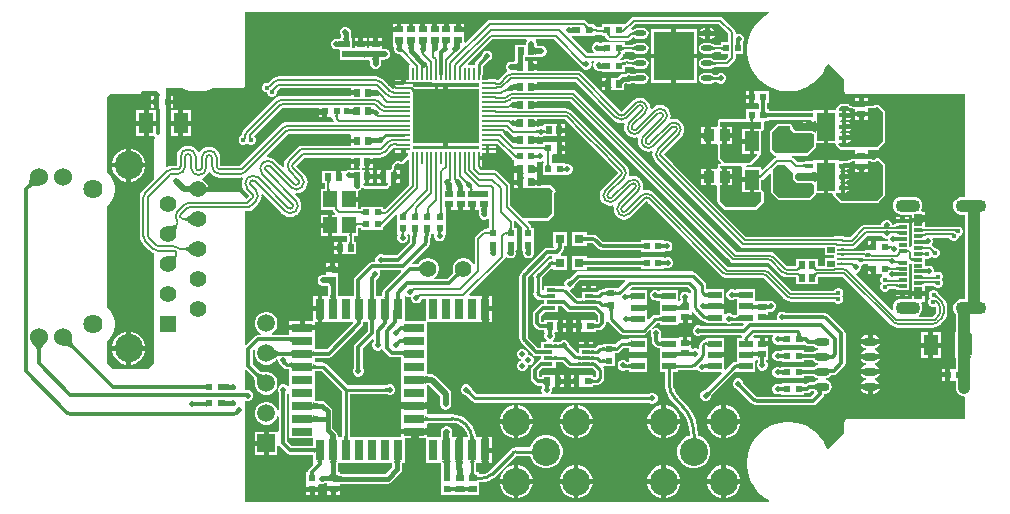
<source format=gtl>
G04*
G04 #@! TF.GenerationSoftware,Altium Limited,Altium Designer,24.4.1 (13)*
G04*
G04 Layer_Physical_Order=1*
G04 Layer_Color=255*
%FSLAX44Y44*%
%MOMM*%
G71*
G04*
G04 #@! TF.SameCoordinates,BB8F2AFE-483E-42EE-87DF-432BFCC133BD*
G04*
G04*
G04 #@! TF.FilePolarity,Positive*
G04*
G01*
G75*
%ADD11C,0.2500*%
%ADD12C,0.2000*%
%ADD15C,0.3000*%
%ADD18O,0.7000X0.4000*%
%ADD19R,1.6500X2.4000*%
%ADD20O,0.9000X0.4000*%
%ADD21R,3.5000X4.1000*%
G04:AMPARAMS|DCode=22|XSize=1.05mm|YSize=0.45mm|CornerRadius=0.225mm|HoleSize=0mm|Usage=FLASHONLY|Rotation=180.000|XOffset=0mm|YOffset=0mm|HoleType=Round|Shape=RoundedRectangle|*
%AMROUNDEDRECTD22*
21,1,1.0500,0.0000,0,0,180.0*
21,1,0.6000,0.4500,0,0,180.0*
1,1,0.4500,-0.3000,0.0000*
1,1,0.4500,0.3000,0.0000*
1,1,0.4500,0.3000,0.0000*
1,1,0.4500,-0.3000,0.0000*
%
%ADD22ROUNDEDRECTD22*%
%ADD23R,0.8000X1.8000*%
%ADD24R,1.8000X0.7000*%
%ADD25R,1.8000X0.8000*%
%ADD26R,1.1500X0.6000*%
%ADD27R,0.8000X0.3000*%
%ADD28R,0.7000X0.3000*%
%ADD29R,0.7000X1.0000*%
%ADD30R,1.1000X0.2000*%
%ADD31R,0.2000X1.1000*%
%ADD32R,1.3000X1.8000*%
%ADD33R,0.6000X0.5000*%
%ADD34R,0.6000X0.6400*%
%ADD35R,0.5000X0.6000*%
%ADD36R,0.6400X0.6000*%
%ADD37R,0.8000X0.8000*%
%ADD38R,0.4000X0.2500*%
%ADD39R,0.6500X0.5000*%
%ADD40R,0.5000X0.2500*%
%ADD41R,0.9000X1.0000*%
%ADD42R,1.2000X1.4000*%
%ADD43O,1.2700X0.7600*%
%ADD44R,1.2000X1.7500*%
%ADD60C,1.5000*%
%ADD82C,0.6000*%
%ADD83C,0.2861*%
%ADD84C,0.2000*%
%ADD85C,0.2030*%
%ADD86C,0.4000*%
%ADD87R,5.6000X4.6000*%
%ADD88C,1.4000*%
%ADD89C,1.0000*%
%ADD90C,0.5000*%
%ADD91C,0.7000*%
%ADD92O,2.6000X1.1000*%
%ADD93O,2.1000X1.1000*%
%ADD94C,2.3850*%
%ADD95R,1.5000X1.5000*%
%ADD96C,1.6250*%
%ADD97C,2.4000*%
%ADD98C,1.5300*%
%ADD99R,1.4000X1.4000*%
%ADD100C,0.5000*%
%ADD101C,0.4200*%
%ADD102C,0.7000*%
G36*
X879391Y806000D02*
X880141Y805362D01*
X880472Y805129D01*
X880774Y804954D01*
X881047Y804836D01*
X881290Y804776D01*
X881504Y804773D01*
X881688Y804827D01*
X881843Y804939D01*
X879003Y802099D01*
X879115Y802254D01*
X879169Y802438D01*
X879166Y802652D01*
X879106Y802895D01*
X878988Y803168D01*
X878812Y803469D01*
X878579Y803800D01*
X878289Y804161D01*
X877537Y804969D01*
X878972Y806405D01*
X879391Y806000D01*
D02*
G37*
G36*
X883902Y803852D02*
X883963Y803680D01*
X884066Y803527D01*
X884211Y803395D01*
X884396Y803284D01*
X884623Y803192D01*
X884891Y803121D01*
X885200Y803071D01*
X885550Y803040D01*
X885941Y803030D01*
Y801000D01*
X885550Y800990D01*
X885200Y800959D01*
X884891Y800909D01*
X884623Y800838D01*
X884396Y800746D01*
X884211Y800635D01*
X884066Y800503D01*
X883963Y800350D01*
X883902Y800178D01*
X883881Y799985D01*
Y804045D01*
X883902Y803852D01*
D02*
G37*
G36*
X908896Y802432D02*
X908943Y802345D01*
X909021Y802268D01*
X909131Y802200D01*
X909271Y802144D01*
X909443Y802097D01*
X909646Y802061D01*
X909880Y802036D01*
X910442Y802015D01*
Y799985D01*
X910145Y799980D01*
X909646Y799939D01*
X909443Y799902D01*
X909271Y799856D01*
X909131Y799799D01*
X909021Y799732D01*
X908943Y799655D01*
X908896Y799567D01*
X908881Y799469D01*
Y802530D01*
X908896Y802432D01*
D02*
G37*
G36*
X893972Y799030D02*
X893952Y799212D01*
X893891Y799374D01*
X893790Y799517D01*
X893648Y799641D01*
X893465Y799746D01*
X893242Y799832D01*
X892978Y799899D01*
X892673Y799947D01*
X892328Y799975D01*
X891942Y799985D01*
Y802015D01*
X892332Y802025D01*
X892682Y802056D01*
X892990Y802106D01*
X893257Y802177D01*
X893484Y802269D01*
X893669Y802380D01*
X893814Y802512D01*
X893918Y802664D01*
X893981Y802837D01*
X894003Y803030D01*
X893972Y799030D01*
D02*
G37*
G36*
X868972D02*
X868932Y799215D01*
X868812Y799380D01*
X868612Y799525D01*
X868332Y799651D01*
X867972Y799758D01*
X867532Y799845D01*
X867012Y799913D01*
X865732Y799990D01*
X864972Y800000D01*
Y804000D01*
X865732Y804010D01*
X867532Y804155D01*
X867972Y804242D01*
X868332Y804349D01*
X868612Y804475D01*
X868812Y804620D01*
X868932Y804785D01*
X868972Y804969D01*
Y799030D01*
D02*
G37*
G36*
X898911D02*
X898917Y799015D01*
X898922Y798970D01*
X898927Y798894D01*
X898942Y797515D01*
X896912D01*
X896907Y797808D01*
X896867Y798301D01*
X896832Y798501D01*
X896787Y798671D01*
X896732Y798811D01*
X896667Y798919D01*
X896591Y798997D01*
X896506Y799044D01*
X896411Y799061D01*
X898911Y799030D01*
D02*
G37*
G36*
X920134Y797330D02*
X920107Y797464D01*
X920028Y797584D01*
X919896Y797690D01*
X919711Y797781D01*
X919473Y797859D01*
X919183Y797922D01*
X918839Y797972D01*
X918443Y798007D01*
X917492Y798035D01*
Y800065D01*
X917994Y800072D01*
X918839Y800128D01*
X919183Y800178D01*
X919473Y800241D01*
X919711Y800319D01*
X919896Y800410D01*
X920028Y800516D01*
X920107Y800636D01*
X920134Y800770D01*
Y797330D01*
D02*
G37*
G36*
X1034007Y816181D02*
X1030513Y814164D01*
X1026873Y811370D01*
X1023629Y808126D01*
X1020836Y804486D01*
X1018542Y800513D01*
X1016786Y796274D01*
X1015599Y791843D01*
X1015000Y787294D01*
Y785000D01*
X1015000Y782706D01*
X1015598Y778157D01*
X1016786Y773725D01*
X1018541Y769486D01*
X1020835Y765513D01*
X1023628Y761873D01*
X1026873Y758629D01*
X1030513Y755836D01*
X1034486Y753542D01*
X1038725Y751786D01*
X1043157Y750599D01*
X1047706Y750000D01*
X1050000Y750000D01*
X1052294Y750000D01*
X1056842Y750598D01*
X1061274Y751786D01*
X1065513Y753541D01*
X1069487Y755835D01*
X1073127Y758629D01*
X1076371Y761873D01*
X1079164Y765513D01*
X1081458Y769486D01*
X1082706Y772498D01*
X1084204Y772796D01*
X1097451Y759549D01*
Y750000D01*
X1097645Y749025D01*
X1098198Y748198D01*
X1099025Y747645D01*
X1100000Y747451D01*
X1200000D01*
Y660565D01*
X1197100D01*
X1195142Y660307D01*
X1193318Y659551D01*
X1191751Y658349D01*
X1190549Y656782D01*
X1189793Y654958D01*
X1189535Y653000D01*
X1189793Y651042D01*
X1190549Y649218D01*
X1191751Y647651D01*
X1193318Y646449D01*
X1195142Y645693D01*
X1197100Y645435D01*
X1199940D01*
Y574165D01*
X1197100D01*
X1195142Y573907D01*
X1193318Y573151D01*
X1191751Y571949D01*
X1190549Y570382D01*
X1189793Y568558D01*
X1189535Y566600D01*
X1189793Y564642D01*
X1190549Y562818D01*
X1191751Y561251D01*
X1191940Y561106D01*
Y549632D01*
X1191923Y548545D01*
X1191812Y546675D01*
X1191738Y546011D01*
X1191736Y546000D01*
X1191000D01*
Y544061D01*
X1190992Y544027D01*
X1190997Y543998D01*
X1190991Y543969D01*
X1191000Y543926D01*
Y526070D01*
X1190991Y526025D01*
X1191000Y525982D01*
Y525898D01*
X1190997Y525875D01*
X1191000Y525865D01*
Y524000D01*
X1191750D01*
X1191940Y521243D01*
Y520000D01*
X1192071Y519000D01*
X1191940Y518000D01*
Y515898D01*
X1191129Y515088D01*
X1190670Y515000D01*
X1189500D01*
X1189230Y515000D01*
X1187000D01*
Y510000D01*
Y505000D01*
X1189230D01*
X1189500Y505000D01*
X1190500D01*
X1190670Y505000D01*
X1191940Y504758D01*
Y499000D01*
X1192180Y497173D01*
X1192886Y495470D01*
X1194007Y494007D01*
X1195470Y492886D01*
X1197173Y492180D01*
X1199000Y491940D01*
X1199045Y491945D01*
X1200000Y491108D01*
Y472549D01*
X1100000D01*
X1099025Y472355D01*
X1098198Y471802D01*
X1097645Y470975D01*
X1097451Y470000D01*
Y460451D01*
X1084203Y447203D01*
X1082705Y447501D01*
X1081458Y450513D01*
X1079164Y454487D01*
X1076371Y458127D01*
X1073126Y461371D01*
X1069486Y464164D01*
X1065513Y466458D01*
X1061274Y468214D01*
X1056842Y469401D01*
X1052293Y470000D01*
X1049999Y470000D01*
X1047705D01*
X1043157Y469401D01*
X1038725Y468213D01*
X1034486Y466458D01*
X1030513Y464164D01*
X1026873Y461371D01*
X1023629Y458126D01*
X1020836Y454486D01*
X1018542Y450513D01*
X1016786Y446274D01*
X1015599Y441843D01*
X1015000Y437294D01*
Y435000D01*
X1015000Y432706D01*
X1015598Y428157D01*
X1016786Y423725D01*
X1018541Y419486D01*
X1020835Y415513D01*
X1023628Y411873D01*
X1026873Y408629D01*
X1030513Y405836D01*
X1034006Y403819D01*
X1033666Y402549D01*
X590000Y402549D01*
Y487522D01*
X591056Y488227D01*
X591605Y488000D01*
X593395D01*
X595049Y488685D01*
X596315Y489951D01*
X597000Y491605D01*
Y493395D01*
X596315Y495049D01*
X595049Y496315D01*
X593395Y497000D01*
X591605D01*
X591270Y496861D01*
X590132Y497552D01*
X590000Y497812D01*
Y513757D01*
X591270Y514283D01*
X597336Y508217D01*
X597525Y507938D01*
X597722Y507567D01*
X597906Y507115D01*
X598071Y506581D01*
X598213Y505964D01*
X598321Y505291D01*
X598452Y503604D01*
X598461Y502655D01*
X598500Y502470D01*
Y501549D01*
X599147Y499133D01*
X600398Y496967D01*
X602167Y495198D01*
X604333Y493947D01*
X606749Y493300D01*
X609251D01*
X611667Y493947D01*
X613833Y495198D01*
X615602Y496967D01*
X616853Y499133D01*
X617500Y501549D01*
Y504051D01*
X616853Y506467D01*
X615602Y508633D01*
X613833Y510402D01*
X611667Y511653D01*
X609251Y512300D01*
X606749D01*
X606334Y512189D01*
X606091Y512196D01*
X605335Y512275D01*
X604636Y512387D01*
X604019Y512529D01*
X603485Y512694D01*
X603033Y512878D01*
X602662Y513074D01*
X602383Y513264D01*
X596568Y519078D01*
Y530522D01*
X597803Y531756D01*
X598942Y531099D01*
X598500Y529451D01*
Y526949D01*
X599147Y524533D01*
X600398Y522367D01*
X602167Y520598D01*
X604333Y519347D01*
X606749Y518700D01*
X609251D01*
X611667Y519347D01*
X613833Y520598D01*
X614078Y520843D01*
X614078Y520843D01*
X614105Y520860D01*
X614136Y520866D01*
X614442Y521070D01*
X614753Y521264D01*
X616135Y522564D01*
X616725Y523043D01*
X616730Y523047D01*
X618000Y522397D01*
Y521605D01*
X618685Y519951D01*
X619951Y518685D01*
X619969Y518678D01*
X620436Y517978D01*
X622772Y515642D01*
X623907Y514884D01*
X625245Y514618D01*
X627285D01*
X627453Y514603D01*
X627500Y514595D01*
Y500507D01*
X626633Y500172D01*
X626230Y500134D01*
X625049Y501315D01*
X623395Y502000D01*
X621605D01*
X619951Y501315D01*
X618685Y500049D01*
X618000Y498395D01*
Y496605D01*
X618409Y495618D01*
X618431Y495110D01*
Y480082D01*
X617161Y479914D01*
X616853Y481067D01*
X615602Y483233D01*
X613833Y485002D01*
X611667Y486253D01*
X609251Y486900D01*
X606749D01*
X604333Y486253D01*
X602167Y485002D01*
X600398Y483233D01*
X599147Y481067D01*
X598500Y478651D01*
Y476149D01*
X599147Y473733D01*
X600398Y471567D01*
X602167Y469798D01*
X604333Y468547D01*
X606749Y467900D01*
X609251D01*
X611667Y468547D01*
X613833Y469798D01*
X615602Y471567D01*
X616853Y473733D01*
X617161Y474886D01*
X618431Y474718D01*
Y462318D01*
X617500Y461500D01*
X617161Y461500D01*
X610000D01*
Y452000D01*
Y442500D01*
X617500D01*
Y449748D01*
X617703Y449885D01*
X619428Y449550D01*
X619477Y449477D01*
X625477Y443477D01*
X626634Y442703D01*
X628000Y442431D01*
X647173D01*
X647353Y442416D01*
X647500Y442391D01*
Y435000D01*
X647500D01*
X647926Y433972D01*
X643908Y429955D01*
X643135Y428798D01*
X642877Y427500D01*
X642000D01*
Y418770D01*
X642000Y418500D01*
Y417500D01*
X642000Y417230D01*
Y415000D01*
X647000D01*
Y413000D01*
D01*
Y415000D01*
X652000D01*
Y416997D01*
X653097Y417917D01*
X654105Y417500D01*
X655895D01*
X657549Y418185D01*
X657686Y418322D01*
X659015D01*
X659677Y418282D01*
X659800Y418265D01*
Y415600D01*
X661302D01*
X661350Y415629D01*
X661560Y415820D01*
X661711Y416040D01*
X661801Y416290D01*
X661831Y416570D01*
Y415600D01*
X665000D01*
X670200D01*
Y417878D01*
X670923Y417922D01*
X711000D01*
X711000Y417922D01*
X712561Y418232D01*
X713884Y419116D01*
X721884Y427116D01*
X722768Y428439D01*
X723078Y430000D01*
Y433924D01*
X723104Y434223D01*
X723176Y434652D01*
X723257Y434956D01*
X723275Y435000D01*
X725500D01*
Y456500D01*
X731167D01*
X731100Y456750D01*
X730875Y457303D01*
X730600Y457756D01*
X730275Y458108D01*
X729900Y458360D01*
X729475Y458511D01*
X729000Y458561D01*
X731500D01*
Y460000D01*
X722500D01*
Y457000D01*
X679019D01*
X679012Y457044D01*
X678997Y457212D01*
Y494002D01*
X709573D01*
X709639Y493997D01*
X709951Y493685D01*
X711605Y493000D01*
X713395D01*
X715049Y493685D01*
X716315Y494951D01*
X717000Y496605D01*
Y498395D01*
X716315Y500049D01*
X715049Y501315D01*
X713395Y502000D01*
X711605D01*
X709951Y501315D01*
X709642Y501006D01*
X709521Y500998D01*
X676949D01*
X658473Y519473D01*
X657338Y520231D01*
X656000Y520498D01*
X649713D01*
X649544Y520512D01*
X649500Y520519D01*
Y524393D01*
X649633Y524415D01*
X649818Y524431D01*
X661000D01*
X662366Y524703D01*
X663523Y525477D01*
X689023Y550977D01*
X689797Y552134D01*
X690069Y553500D01*
Y554682D01*
X690085Y554866D01*
X690107Y555000D01*
X693893D01*
X693915Y554866D01*
X693931Y554682D01*
Y546478D01*
X683477Y536023D01*
X682703Y534866D01*
X682431Y533500D01*
Y515795D01*
X682185Y515549D01*
X681500Y513895D01*
Y512105D01*
X682185Y510451D01*
X683451Y509185D01*
X685105Y508500D01*
X686895D01*
X688549Y509185D01*
X689815Y510451D01*
X690500Y512105D01*
Y513895D01*
X689815Y515549D01*
X689576Y515788D01*
X689568Y515893D01*
Y532022D01*
X697758Y540211D01*
X698931Y539725D01*
Y537795D01*
X698685Y537549D01*
X698000Y535895D01*
Y534105D01*
X698685Y532451D01*
X699951Y531185D01*
X701605Y530500D01*
X703395D01*
X705049Y531185D01*
X705340Y531476D01*
X706686Y531139D01*
X706740Y531080D01*
X707477Y529977D01*
X711734Y525719D01*
X712892Y524946D01*
X714257Y524674D01*
X722182D01*
X722366Y524658D01*
X722500Y524636D01*
Y511000D01*
Y500000D01*
Y489000D01*
Y486699D01*
X722730Y486735D01*
X723280Y486867D01*
X723730Y487029D01*
X724080Y487220D01*
X724331Y487440D01*
X724480Y487690D01*
X724530Y487970D01*
Y486000D01*
X733500D01*
X742469D01*
Y487970D01*
X742520Y487690D01*
X742670Y487440D01*
X742919Y487220D01*
X743270Y487029D01*
X743719Y486867D01*
X744269Y486735D01*
X744500Y486699D01*
Y489000D01*
Y501223D01*
X744668Y501263D01*
X745154Y501340D01*
X746101Y501410D01*
X755412Y492099D01*
Y485000D01*
X755500Y484557D01*
Y484105D01*
X755673Y483687D01*
X755761Y483244D01*
X756012Y482868D01*
X756185Y482451D01*
X756505Y482131D01*
X756756Y481756D01*
X757132Y481505D01*
X757451Y481185D01*
X757868Y481012D01*
X758244Y480761D01*
X758687Y480673D01*
X759105Y480500D01*
X759557D01*
X760000Y480412D01*
X760443Y480500D01*
X760895D01*
X761313Y480673D01*
X761756Y480761D01*
X762132Y481012D01*
X762549Y481185D01*
X762869Y481505D01*
X763244Y481756D01*
X763495Y482131D01*
X763815Y482451D01*
X763988Y482868D01*
X764239Y483244D01*
X764327Y483687D01*
X764500Y484105D01*
Y484557D01*
X764588Y485000D01*
Y494000D01*
X764239Y495756D01*
X763244Y497244D01*
X751244Y509244D01*
X749756Y510239D01*
X748000Y510588D01*
X746003D01*
X745802Y510595D01*
X745179Y510656D01*
X744668Y510737D01*
X744500Y510777D01*
Y522000D01*
Y533000D01*
Y544500D01*
Y555000D01*
X790801D01*
X790765Y555230D01*
X790633Y555780D01*
X790471Y556231D01*
X790280Y556581D01*
X790060Y556830D01*
X789810Y556981D01*
X789530Y557030D01*
X791500D01*
Y566000D01*
Y574969D01*
X789530D01*
X789810Y575019D01*
X790060Y575169D01*
X790280Y575420D01*
X790471Y575770D01*
X790633Y576219D01*
X790765Y576769D01*
X790801Y577000D01*
X780485D01*
X779999Y578173D01*
X809663Y607837D01*
X809663Y607837D01*
X810326Y608829D01*
X810381Y609108D01*
X811759Y609526D01*
X812100Y609185D01*
X813754Y608500D01*
X815544D01*
X817198Y609185D01*
X818464Y610451D01*
X819149Y612105D01*
Y613895D01*
X819078Y614066D01*
Y614715D01*
X819118Y615377D01*
X819135Y615500D01*
X820000D01*
Y617487D01*
X820009Y617531D01*
X820000Y617574D01*
Y624500D01*
X820000D01*
Y625500D01*
X820000D01*
Y634500D01*
X818059D01*
Y639558D01*
X818059Y639558D01*
X817994Y639884D01*
X819164Y640510D01*
X824259Y635415D01*
X825000Y634500D01*
X825000D01*
X825000Y634500D01*
Y625770D01*
X825000Y625500D01*
Y624500D01*
X825000Y624230D01*
Y617574D01*
X824991Y617531D01*
X825000Y617487D01*
Y615500D01*
X825000D01*
X825639Y614230D01*
X825500Y613895D01*
Y612105D01*
X826185Y610451D01*
X827451Y609185D01*
X829105Y608500D01*
X830895D01*
X832549Y609185D01*
X833815Y610451D01*
X834500Y612105D01*
Y613895D01*
X834361Y614230D01*
X835000Y615500D01*
X835000D01*
Y617487D01*
X835009Y617531D01*
X835000Y617574D01*
Y624230D01*
X835000Y624500D01*
Y625500D01*
X835000Y625770D01*
Y634500D01*
X832696D01*
X832497Y635499D01*
X831834Y636491D01*
X831834Y636491D01*
X829038Y639287D01*
X829524Y640461D01*
X846000D01*
X846780Y640616D01*
X847442Y641058D01*
X847442Y641058D01*
X851442Y645058D01*
X851884Y645720D01*
X852039Y646500D01*
Y663655D01*
X852442Y664058D01*
X852884Y664720D01*
X853039Y665500D01*
X852884Y666280D01*
X852442Y666942D01*
X852442Y666942D01*
X849442Y669942D01*
X848780Y670384D01*
X848000Y670539D01*
X841760D01*
X840979Y670384D01*
X840147Y670039D01*
X838927D01*
X838748Y670075D01*
X838496Y670161D01*
X838361Y670152D01*
X838228Y670178D01*
X837457Y670594D01*
X837111Y670911D01*
X836888Y670895D01*
X836368Y670813D01*
X835928Y670708D01*
X835568Y670579D01*
X835288Y670427D01*
X835088Y670251D01*
X834968Y670053D01*
X834928Y669830D01*
Y671000D01*
X831958D01*
Y675000D01*
X834928D01*
Y676170D01*
X834968Y675947D01*
X835088Y675749D01*
X835288Y675573D01*
X835568Y675421D01*
X835928Y675292D01*
X836368Y675187D01*
X836888Y675105D01*
X836958Y675098D01*
Y677530D01*
X836958Y678200D01*
X836958D01*
Y678800D01*
X836958D01*
Y681900D01*
X836888Y681895D01*
X836368Y681813D01*
X835928Y681708D01*
X835568Y681579D01*
X835288Y681427D01*
X835088Y681252D01*
X834968Y681053D01*
X834928Y680831D01*
Y682000D01*
X831958D01*
Y686000D01*
X834928D01*
Y687169D01*
X834968Y686947D01*
X835088Y686749D01*
X835288Y686573D01*
X835568Y686421D01*
X835928Y686292D01*
X836368Y686187D01*
X836888Y686105D01*
X836958Y686098D01*
Y689200D01*
X836958D01*
X837058Y690000D01*
X838328Y690822D01*
X839105Y690500D01*
X840895D01*
X842229Y691053D01*
X843499Y690476D01*
Y689000D01*
X842058D01*
Y679000D01*
X850788D01*
X851058Y679000D01*
X852058D01*
X852328Y679000D01*
X861058D01*
Y679000D01*
X861921Y679576D01*
X862105Y679500D01*
X863895D01*
X865549Y680185D01*
X866815Y681451D01*
X867500Y683105D01*
Y684895D01*
X866815Y686549D01*
X865549Y687815D01*
X863895Y688500D01*
X862105D01*
X861921Y688424D01*
X861058Y689000D01*
Y689000D01*
X852328D01*
X852058Y689000D01*
X851058D01*
X850887Y689000D01*
X849617Y689239D01*
Y696102D01*
X850429Y696914D01*
X850887Y697000D01*
X852058D01*
X852328Y697000D01*
X854558D01*
Y702000D01*
Y707000D01*
X852328D01*
X852058Y707000D01*
X851058D01*
X850788Y707000D01*
X842058D01*
Y705059D01*
X836958D01*
Y706900D01*
X836888Y706895D01*
X836368Y706813D01*
X835928Y706708D01*
X835568Y706579D01*
X835288Y706427D01*
X835088Y706252D01*
X834968Y706053D01*
X834928Y705831D01*
Y707000D01*
X831958D01*
Y711000D01*
X834928D01*
Y712169D01*
X834968Y711947D01*
X835088Y711749D01*
X835288Y711573D01*
X835568Y711421D01*
X835928Y711292D01*
X836368Y711187D01*
X836888Y711105D01*
X836958Y711098D01*
Y711440D01*
X837412Y711762D01*
X838228Y712094D01*
X839663Y711500D01*
X841453D01*
X842177Y711800D01*
X853958D01*
Y717000D01*
Y722200D01*
X842158D01*
Y720971D01*
X841453Y720500D01*
X839663D01*
X838228Y719906D01*
X837412Y720238D01*
X836958Y720560D01*
Y720900D01*
X836888Y720895D01*
X836368Y720813D01*
X835928Y720708D01*
X835568Y720579D01*
X835288Y720427D01*
X835088Y720251D01*
X834968Y720053D01*
X834928Y719830D01*
Y721000D01*
X831958D01*
Y725000D01*
X834928D01*
Y726170D01*
X834968Y725947D01*
X835088Y725749D01*
X835288Y725573D01*
X835568Y725421D01*
X835928Y725292D01*
X836368Y725187D01*
X836888Y725105D01*
X836958Y725098D01*
Y726316D01*
X859854D01*
X860762Y726316D01*
X873468Y713610D01*
X873468Y713610D01*
X891539Y695539D01*
X899539Y687539D01*
X899539Y687539D01*
X899539Y687539D01*
X905953Y681125D01*
X893890Y669062D01*
X892980Y668175D01*
X892980Y668175D01*
X891578Y666348D01*
X890696Y664219D01*
X890395Y661935D01*
X890696Y659651D01*
X891578Y657522D01*
X892980Y655694D01*
X892980D01*
X894808Y654292D01*
X896937Y653410D01*
X899221Y653109D01*
X901335Y653388D01*
X901890Y652937D01*
X902341Y652382D01*
X902063Y650268D01*
X902363Y647983D01*
X903245Y645855D01*
X904647Y644027D01*
X904647D01*
X906475Y642625D01*
X908604Y641743D01*
X910888Y641442D01*
X913172Y641743D01*
X915301Y642625D01*
X916169Y643291D01*
X917129Y644027D01*
X917152Y644035D01*
X917161Y644050D01*
X917161Y644050D01*
X917161Y644063D01*
X918023Y644945D01*
X930078Y657000D01*
X931539Y655539D01*
X931539Y655539D01*
X931539Y655539D01*
X991842Y595236D01*
X992731Y594338D01*
X992731Y594338D01*
X992731Y594338D01*
X994418Y593044D01*
X996425Y592212D01*
X998578Y591929D01*
Y591941D01*
X1028229D01*
X1029137Y591941D01*
X1045808Y575270D01*
X1046697Y574364D01*
X1046698Y574364D01*
X1048418Y573044D01*
X1050425Y572212D01*
X1052578Y571929D01*
Y571941D01*
X1087846D01*
X1087846Y571941D01*
X1088223Y572016D01*
X1088842D01*
X1089024Y571577D01*
X1090178Y570424D01*
X1091684Y569800D01*
X1093316D01*
X1094822Y570424D01*
X1095976Y571577D01*
X1096600Y573084D01*
Y574715D01*
X1095976Y576222D01*
X1095498Y576700D01*
X1095976Y577178D01*
X1096600Y578684D01*
Y580316D01*
X1095976Y581822D01*
X1094822Y582976D01*
X1093316Y583600D01*
X1091684D01*
X1090178Y582976D01*
X1089024Y581822D01*
X1088842Y581384D01*
X1086575D01*
X1086575Y581384D01*
X1086198Y581309D01*
X1053017D01*
X1036348Y597977D01*
X1035459Y598884D01*
X1035459Y598884D01*
X1033736Y600206D01*
X1031729Y601038D01*
X1029576Y601321D01*
X1029575Y601309D01*
X999017D01*
X938163Y662163D01*
X938163Y662163D01*
X936307Y664019D01*
Y664019D01*
X936319Y664031D01*
X935831Y664495D01*
X934925Y665100D01*
X934491Y665433D01*
X932362Y666315D01*
X930078Y666616D01*
X928051Y666349D01*
X927391Y666932D01*
X927088Y667397D01*
X927377Y669599D01*
X927077Y671883D01*
X926195Y674012D01*
X925862Y674446D01*
X925257Y675352D01*
X925241Y675368D01*
X924801Y675828D01*
X924792Y675839D01*
X924781Y675848D01*
X924321Y676288D01*
X924305Y676304D01*
X923399Y676909D01*
X922965Y677242D01*
X920836Y678124D01*
X918552Y678424D01*
X916350Y678135D01*
X915885Y678438D01*
X915302Y679098D01*
X915569Y681125D01*
X915268Y683409D01*
X914387Y685537D01*
X914053Y685972D01*
X913448Y686878D01*
X912984Y687365D01*
X912074Y688251D01*
X906163Y694163D01*
X906163Y694163D01*
X867955Y732371D01*
X867067Y733273D01*
X867067Y733273D01*
X867066Y733273D01*
X865361Y734581D01*
X863354Y735413D01*
X861200Y735696D01*
Y735684D01*
X837058D01*
Y736500D01*
X836402D01*
X836026Y736378D01*
X835667Y736213D01*
X835387Y736026D01*
X835187Y735816D01*
X835068Y735584D01*
X835028Y735331D01*
Y736500D01*
X832058D01*
Y740500D01*
X835028D01*
Y741669D01*
X835068Y741480D01*
X835187Y741315D01*
X835387Y741175D01*
X835667Y741059D01*
X836026Y740967D01*
X836466Y740900D01*
X836985Y740857D01*
X837058Y740856D01*
Y741691D01*
X865387D01*
X999587Y607491D01*
X999587Y607491D01*
X1001491Y605587D01*
X1001491Y605587D01*
X1002483Y604924D01*
X1003654Y604691D01*
X1033387D01*
X1042089Y595989D01*
X1042977Y595091D01*
Y595091D01*
X1044668Y593794D01*
X1046675Y592962D01*
X1048828Y592679D01*
X1048829Y592679D01*
X1050094Y592691D01*
X1056600D01*
Y586800D01*
X1075400D01*
Y592816D01*
X1088000D01*
Y592750D01*
X1096578D01*
X1136085Y553243D01*
X1136974Y552343D01*
X1136974Y552343D01*
X1136974Y552343D01*
X1138668Y551044D01*
X1140675Y550212D01*
X1142828Y549929D01*
Y549941D01*
X1172465D01*
Y549929D01*
X1174618Y550212D01*
X1176625Y551044D01*
X1178331Y552352D01*
X1178331Y552352D01*
Y552352D01*
X1179218Y553253D01*
X1181253Y555288D01*
X1182153Y556176D01*
X1182153D01*
X1183456Y557875D01*
X1184288Y559882D01*
X1184571Y562035D01*
X1184559D01*
Y568172D01*
X1184571D01*
X1184288Y570325D01*
X1183456Y572332D01*
X1182134Y574055D01*
X1182134Y574055D01*
X1181227Y574945D01*
X1178509Y577663D01*
X1177517Y578326D01*
X1177240Y578381D01*
X1177161Y578460D01*
X1177084Y578555D01*
X1176476Y580022D01*
X1175322Y581176D01*
X1173816Y581800D01*
X1172184D01*
X1170677Y581176D01*
X1169524Y580022D01*
X1168900Y578516D01*
Y576884D01*
X1169524Y575378D01*
X1170004Y574898D01*
X1169202Y574096D01*
X1168577Y572589D01*
Y570958D01*
X1169202Y569451D01*
X1170355Y568298D01*
X1171862Y567673D01*
X1173493D01*
X1173980Y567875D01*
X1175191Y567002D01*
Y562474D01*
X1172026Y559309D01*
X1160743D01*
X1160312Y560579D01*
X1161449Y561451D01*
X1162651Y563018D01*
X1163407Y564842D01*
X1163665Y566800D01*
X1163407Y568758D01*
X1162651Y570582D01*
X1162437Y570861D01*
X1162999Y572000D01*
X1165500D01*
Y577000D01*
X1160000D01*
X1154500D01*
Y574365D01*
X1146100D01*
X1144142Y574107D01*
X1142318Y573351D01*
X1140751Y572149D01*
X1139549Y570582D01*
X1138793Y568758D01*
X1138535Y566800D01*
X1138681Y565690D01*
X1137478Y565097D01*
X1107346Y595230D01*
X1107872Y596500D01*
X1107895D01*
X1109549Y597185D01*
X1110815Y598451D01*
X1111500Y600105D01*
Y601895D01*
X1112458Y602900D01*
X1112816D01*
X1114323Y603524D01*
X1114740Y603941D01*
X1117500D01*
Y602000D01*
X1122000D01*
Y600000D01*
X1124000D01*
Y597030D01*
X1124470D01*
X1124380Y597000D01*
X1124300Y596909D01*
X1124230Y596758D01*
X1124169Y596546D01*
X1124117Y596273D01*
X1124075Y595939D01*
X1124019Y595091D01*
X1124017Y595000D01*
X1126500D01*
Y595000D01*
X1127500D01*
Y595000D01*
X1129427D01*
X1129679Y593730D01*
X1129669Y593726D01*
X1128516Y592572D01*
X1127892Y591065D01*
Y589434D01*
X1128516Y587928D01*
X1129011Y587432D01*
X1128516Y586937D01*
X1127892Y585430D01*
Y583799D01*
X1128516Y582292D01*
X1129669Y581139D01*
X1131176Y580514D01*
X1132807D01*
X1134314Y581139D01*
X1135468Y582292D01*
X1135657Y582748D01*
X1138438D01*
X1138438Y582748D01*
X1138778Y582816D01*
X1140874D01*
X1141087Y582674D01*
X1141500Y582592D01*
Y581499D01*
X1147000D01*
X1152500D01*
Y581500D01*
Y591500D01*
Y603437D01*
X1153643Y604175D01*
X1154500Y603703D01*
Y594000D01*
Y584000D01*
Y581000D01*
X1160000D01*
X1165500D01*
Y585441D01*
X1173227Y585441D01*
X1173274Y585327D01*
X1174427Y584174D01*
X1175934Y583550D01*
X1177566D01*
X1179072Y584174D01*
X1180226Y585327D01*
X1180850Y586834D01*
Y588465D01*
X1180226Y589972D01*
X1179748Y590450D01*
X1180226Y590928D01*
X1180850Y592434D01*
Y594066D01*
X1180226Y595572D01*
X1179072Y596726D01*
X1177566Y597350D01*
X1175934D01*
X1174673Y596828D01*
X1174606Y596843D01*
X1173858Y597258D01*
X1173500Y597594D01*
Y598895D01*
X1172815Y600549D01*
X1171549Y601815D01*
X1169895Y602500D01*
X1168105D01*
X1166770Y601947D01*
X1165814Y602381D01*
X1165500Y602660D01*
Y607851D01*
X1166556Y608557D01*
X1166934Y608400D01*
X1168566D01*
X1170072Y609024D01*
X1171125Y610077D01*
X1171677Y609524D01*
X1173184Y608900D01*
X1174816D01*
X1176322Y609524D01*
X1177476Y610677D01*
X1178100Y612184D01*
Y613815D01*
X1177476Y615322D01*
X1176322Y616476D01*
X1174816Y617100D01*
X1174650D01*
X1174642Y617105D01*
X1174594Y617142D01*
X1174558Y617173D01*
X1172067Y619663D01*
X1171880Y619788D01*
X1171815Y620451D01*
X1172500Y622105D01*
Y623895D01*
X1172075Y624921D01*
X1172832Y626191D01*
X1186117D01*
X1186644Y624919D01*
X1187797Y623765D01*
X1189304Y623141D01*
X1190935D01*
X1192442Y623765D01*
X1193596Y624919D01*
X1194220Y626426D01*
Y627287D01*
X1194700D01*
X1196207Y627911D01*
X1197360Y629065D01*
X1197984Y630572D01*
Y632203D01*
X1197360Y633710D01*
X1196207Y634863D01*
X1194700Y635487D01*
X1193069D01*
X1193001Y635459D01*
X1192500Y635559D01*
X1165600D01*
Y639000D01*
X1164115D01*
X1164050Y638960D01*
X1163839Y638765D01*
X1163689Y638540D01*
X1163599Y638285D01*
X1163569Y638000D01*
Y639000D01*
X1160100D01*
X1154600D01*
Y636000D01*
X1154500D01*
Y629000D01*
Y618783D01*
X1153286Y618081D01*
X1152500Y618496D01*
Y631500D01*
Y638501D01*
X1152215D01*
Y638250D01*
X1152153Y638298D01*
X1152068Y638340D01*
X1151957Y638377D01*
X1151823Y638410D01*
X1151664Y638438D01*
X1151272Y638478D01*
X1150782Y638498D01*
X1150500Y638500D01*
Y638501D01*
X1147000D01*
X1143574D01*
X1143531Y638509D01*
X1143487Y638501D01*
X1141500D01*
Y637726D01*
X1137916Y637202D01*
X1137750Y637345D01*
X1137065Y638999D01*
X1135799Y640265D01*
X1134145Y640950D01*
X1132355D01*
X1130701Y640265D01*
X1129435Y638999D01*
X1128750Y637345D01*
Y637059D01*
X1114404D01*
X1113233Y636826D01*
X1112241Y636163D01*
X1112241Y636163D01*
X1102387Y626309D01*
X1097252D01*
X1097000Y626477D01*
Y627250D01*
X1089000D01*
Y626859D01*
X1014467D01*
X952486Y688840D01*
X952485Y688840D01*
X944578Y696748D01*
X959491Y711661D01*
X959491Y711661D01*
X959506Y711656D01*
X960895Y713466D01*
X961777Y715595D01*
X962078Y717879D01*
X961777Y720163D01*
X960895Y722292D01*
X959493Y724120D01*
X959493Y724120D01*
X958529Y724859D01*
X958522Y724865D01*
X957665Y725522D01*
X955536Y726404D01*
X953252Y726705D01*
X951138Y726426D01*
X950583Y726877D01*
X950132Y727432D01*
X950411Y729546D01*
X950110Y731831D01*
X949228Y733959D01*
X947826Y735787D01*
X947826Y735787D01*
X946862Y736526D01*
X946855Y736532D01*
X945998Y737189D01*
X943869Y738071D01*
X941585Y738372D01*
X939301Y738071D01*
X937172Y737189D01*
X936739Y736857D01*
X935832Y736251D01*
X934485Y734904D01*
X933282Y735497D01*
X933321Y735791D01*
X933020Y738076D01*
X932139Y740204D01*
X930736Y742032D01*
X930736Y742032D01*
X929772Y742772D01*
X929765Y742777D01*
X928908Y743435D01*
X926780Y744316D01*
X924496Y744617D01*
X922212Y744316D01*
X920083Y743435D01*
X919649Y743102D01*
X918743Y742496D01*
X908786Y732540D01*
X907325Y734000D01*
X874663Y766663D01*
X873671Y767326D01*
X872500Y767559D01*
X872500Y767559D01*
X836958D01*
Y768750D01*
X835859D01*
X835564Y768586D01*
X835286Y768366D01*
X835087Y768126D01*
X834967Y767864D01*
X834928Y767580D01*
Y768750D01*
X831958D01*
Y770750D01*
X829958D01*
Y775950D01*
X827311D01*
X827236Y776877D01*
Y777929D01*
X827246Y778088D01*
X827302Y778561D01*
X827347Y778800D01*
X835326D01*
X835369Y778791D01*
X835388Y778795D01*
X835407Y778792D01*
X835445Y778800D01*
X837400D01*
Y779303D01*
X838907Y779412D01*
X841000D01*
X841443Y779500D01*
X841895D01*
X842312Y779673D01*
X842756Y779761D01*
X843131Y780012D01*
X843549Y780185D01*
X843868Y780505D01*
X844244Y780756D01*
X844495Y781131D01*
X844815Y781451D01*
X844988Y781868D01*
X845239Y782244D01*
X845327Y782687D01*
X845500Y783105D01*
Y783557D01*
X845588Y784000D01*
X845500Y784443D01*
Y784895D01*
X845327Y785313D01*
X845239Y785756D01*
X844988Y786132D01*
X844815Y786549D01*
X844495Y786869D01*
X844244Y787244D01*
X843868Y787495D01*
X843549Y787815D01*
X843131Y787988D01*
X842756Y788239D01*
X842312Y788327D01*
X841895Y788500D01*
X841443D01*
X841000Y788588D01*
X838518D01*
X838418Y788593D01*
X837400Y789200D01*
X837186Y789848D01*
X837158Y789937D01*
X837000Y790895D01*
X836829Y791307D01*
X836743Y791745D01*
X836490Y792126D01*
X836315Y792549D01*
X836208Y792656D01*
X836367Y793341D01*
X836819Y793926D01*
X851727D01*
X874411Y771242D01*
X874411Y771242D01*
X874542Y771154D01*
X875137Y770567D01*
X875185Y770451D01*
X876451Y769185D01*
X878105Y768500D01*
X879895D01*
X881549Y769185D01*
X882815Y770451D01*
X883500Y772105D01*
Y773895D01*
X883185Y774656D01*
X884033Y775926D01*
X885208D01*
X885734Y774656D01*
X885627Y774549D01*
X884942Y772895D01*
Y771105D01*
X885627Y769451D01*
X886893Y768185D01*
X888547Y767500D01*
X889602D01*
X889996Y767422D01*
X889996Y767422D01*
X891657D01*
X892318Y767382D01*
X892442Y767365D01*
Y766500D01*
X894429D01*
X894472Y766491D01*
X894516Y766500D01*
X901442D01*
Y766500D01*
X902442D01*
Y766500D01*
X911442D01*
Y769244D01*
X911448Y770441D01*
X912619Y770674D01*
X913086Y770986D01*
X913329Y770824D01*
X914500Y770591D01*
X914500Y770591D01*
X918008D01*
X918439Y770576D01*
X918454Y770574D01*
X919842Y769647D01*
X921500Y769317D01*
X927500D01*
X929158Y769647D01*
X930564Y770586D01*
X931503Y771992D01*
X931833Y773650D01*
X931503Y775308D01*
X930564Y776714D01*
X929158Y777653D01*
X927500Y777983D01*
X921500D01*
X919842Y777653D01*
X918472Y776738D01*
X918111Y776709D01*
X915744D01*
X914820Y777326D01*
X913650Y777559D01*
X913650Y777559D01*
X912448D01*
X912448Y777559D01*
X911277Y777326D01*
X910285Y776663D01*
X910285Y776663D01*
X910181Y776559D01*
X908442D01*
X908146Y776500D01*
X908085D01*
X907559Y777770D01*
X909116Y779326D01*
X909116Y779326D01*
X909782Y780324D01*
X910016Y781500D01*
X911442D01*
Y783426D01*
X917861D01*
X918319Y783409D01*
X918356Y783405D01*
X918436Y783286D01*
X919842Y782347D01*
X921500Y782017D01*
X927500D01*
X929158Y782347D01*
X930564Y783286D01*
X931503Y784692D01*
X931833Y786350D01*
X931503Y788008D01*
X930564Y789414D01*
X929158Y790353D01*
X927500Y790683D01*
X921500D01*
X920328Y790450D01*
X920292Y790451D01*
X920248Y790434D01*
X919842Y790353D01*
X919582Y790180D01*
X919549Y790167D01*
X919319Y790023D01*
X919137Y789922D01*
X918954Y789836D01*
X918771Y789761D01*
X918586Y789699D01*
X918397Y789648D01*
X918202Y789608D01*
X918002Y789579D01*
X917947Y789574D01*
X911442D01*
Y791500D01*
X902442D01*
Y791500D01*
X901442D01*
Y791500D01*
X894516D01*
X894472Y791509D01*
X894429Y791500D01*
X892442D01*
Y790712D01*
X891186Y790620D01*
X890991Y790815D01*
X889337Y791500D01*
X887547D01*
X885893Y790815D01*
X884627Y789549D01*
X883942Y787895D01*
Y786105D01*
X884627Y784451D01*
X885734Y783344D01*
X885601Y782594D01*
X885344Y782074D01*
X880273D01*
X866388Y795959D01*
X867143Y797000D01*
X868929D01*
X868972Y796991D01*
X869016Y797000D01*
X875942D01*
X875942Y797000D01*
X876942D01*
Y797000D01*
X877212Y797000D01*
X885942D01*
Y797223D01*
X886187Y797483D01*
X887212Y798083D01*
X888002Y797926D01*
X891942D01*
Y797000D01*
X893915D01*
X893957Y796991D01*
X894002Y797000D01*
X894955D01*
X895087Y796339D01*
X895753Y795341D01*
X897268Y793826D01*
X897268Y793826D01*
X898265Y793160D01*
X899442Y792926D01*
X899442Y792926D01*
X914442D01*
X914442Y792926D01*
X915618Y793160D01*
X916616Y793826D01*
X918639Y795850D01*
X919842Y795047D01*
X921500Y794717D01*
X927500D01*
X929158Y795047D01*
X930564Y795986D01*
X931503Y797392D01*
X931833Y799050D01*
X931503Y800708D01*
X930564Y802114D01*
X929158Y803053D01*
X927500Y803383D01*
X921500D01*
X919842Y803053D01*
X918488Y802149D01*
X918118Y802124D01*
X917709D01*
X917342Y802644D01*
X917138Y803348D01*
X920715Y806926D01*
X991169D01*
X999368Y798727D01*
Y791500D01*
X992942D01*
Y789574D01*
X988053D01*
X987998Y789579D01*
X987797Y789608D01*
X987603Y789648D01*
X987414Y789699D01*
X987229Y789761D01*
X987045Y789836D01*
X986863Y789922D01*
X986681Y790023D01*
X986451Y790167D01*
X986418Y790180D01*
X986158Y790353D01*
X985751Y790434D01*
X985707Y790451D01*
X985672Y790450D01*
X984500Y790683D01*
X978500D01*
X976842Y790353D01*
X975436Y789414D01*
X974497Y788008D01*
X974167Y786350D01*
X974497Y784692D01*
X975436Y783286D01*
X976842Y782347D01*
X978500Y782017D01*
X984500D01*
X986158Y782347D01*
X987564Y783286D01*
X987637Y783394D01*
X988019Y783426D01*
X992942D01*
Y781500D01*
X999368D01*
Y779273D01*
X996819Y776724D01*
X988001D01*
X987557Y776740D01*
X987519Y776744D01*
X986158Y777653D01*
X984500Y777983D01*
X978500D01*
X976842Y777653D01*
X975436Y776714D01*
X974497Y775308D01*
X974167Y773650D01*
X974497Y771992D01*
X975436Y770586D01*
X976842Y769647D01*
X978500Y769317D01*
X984500D01*
X986158Y769647D01*
X987502Y770545D01*
X987893Y770576D01*
X998092D01*
X998092Y770576D01*
X999268Y770810D01*
X1000266Y771476D01*
X1004615Y775826D01*
X1004615Y775826D01*
X1005282Y776824D01*
X1005516Y778000D01*
Y781500D01*
X1011942D01*
Y789426D01*
X1011951Y789469D01*
X1011942Y789513D01*
Y791500D01*
X1011942D01*
X1011876Y791599D01*
X1012500Y793105D01*
Y794895D01*
X1011815Y796549D01*
X1010549Y797815D01*
X1008895Y798500D01*
X1007105D01*
X1006572Y798279D01*
X1005516Y798985D01*
Y800000D01*
X1005282Y801176D01*
X1004615Y802174D01*
X1004615Y802174D01*
X994615Y812174D01*
X993618Y812840D01*
X992442Y813074D01*
X992442Y813074D01*
X919442D01*
X919442Y813074D01*
X918265Y812840D01*
X917268Y812174D01*
X917268Y812174D01*
X911757Y806662D01*
X910942Y807000D01*
Y807000D01*
X901942D01*
X901942Y807000D01*
X900942D01*
Y807000D01*
X900672Y807000D01*
X891942D01*
Y804074D01*
X889275D01*
X889161Y804189D01*
X888163Y804855D01*
X886987Y805089D01*
X885942Y805802D01*
Y807000D01*
X881363D01*
X880869Y807421D01*
X878850Y809439D01*
X877853Y810105D01*
X876677Y810339D01*
X876677Y810339D01*
X797265D01*
X796089Y810105D01*
X795091Y809439D01*
X795091Y809439D01*
X776931Y791279D01*
X775758Y791765D01*
Y797400D01*
Y800400D01*
X770558D01*
Y802400D01*
X768558D01*
Y807400D01*
X762558D01*
Y802400D01*
X758558D01*
Y807400D01*
X752558D01*
Y802400D01*
X748558D01*
Y807400D01*
X742558D01*
Y802400D01*
X738558D01*
Y807400D01*
X732558D01*
Y802400D01*
X728558D01*
Y807400D01*
X722558D01*
Y802400D01*
X720558D01*
Y800400D01*
X715358D01*
Y797400D01*
Y790674D01*
X715349Y790630D01*
X715358Y790587D01*
Y788600D01*
X715390D01*
X715399Y788595D01*
X715710Y788351D01*
X716015Y787913D01*
X716238Y787330D01*
X716058Y786895D01*
Y785105D01*
X716743Y783451D01*
X718009Y782185D01*
X719663Y781500D01*
X721453D01*
X721651Y781582D01*
X730059Y773173D01*
X729573Y772000D01*
X728909D01*
Y760000D01*
X726409D01*
Y757000D01*
X724409D01*
Y755000D01*
X717287D01*
X717358Y754862D01*
X717503Y754635D01*
X717670Y754418D01*
X717861Y754211D01*
X716909Y753409D01*
Y752958D01*
X716732Y752788D01*
X715639Y752158D01*
X715193Y752247D01*
X714511Y752702D01*
D01*
X713593Y753580D01*
X707159Y760014D01*
X707060Y760113D01*
X707039Y760172D01*
X707038Y760172D01*
X706461Y760641D01*
X706051Y760892D01*
X705182Y761559D01*
X705031Y761621D01*
X703007Y762460D01*
X700673Y762767D01*
Y762749D01*
X621161Y762749D01*
X619905Y762784D01*
X619881Y762788D01*
X618699Y762632D01*
X616932Y762399D01*
X614184Y761261D01*
X611824Y759450D01*
X611851Y759423D01*
X609699Y757271D01*
X609606Y757310D01*
X607975D01*
X606468Y756686D01*
X605314Y755532D01*
X604690Y754025D01*
Y752394D01*
X605314Y750887D01*
X606468Y749734D01*
X607975Y749110D01*
X608650D01*
Y748434D01*
X609274Y746927D01*
X610428Y745774D01*
X611934Y745150D01*
X613565D01*
X615072Y745774D01*
X616226Y746927D01*
X616850Y748434D01*
Y750066D01*
X616811Y750159D01*
X618062Y751410D01*
X618499Y751847D01*
X618504Y751852D01*
X618951Y752298D01*
X618951Y752299D01*
X618951Y752299D01*
X618958Y752309D01*
X620070Y752691D01*
X680158D01*
Y751000D01*
X681668D01*
X681734Y751040D01*
X681946Y751235D01*
X682098Y751460D01*
X682189Y751715D01*
X682219Y752000D01*
Y751000D01*
X685158D01*
Y747000D01*
X682219D01*
Y746000D01*
X682189Y746285D01*
X682098Y746540D01*
X681946Y746765D01*
X681734Y746960D01*
X681668Y747000D01*
X680158D01*
Y745999D01*
X621328D01*
Y746017D01*
X618994Y745710D01*
X616820Y744809D01*
X614970Y743390D01*
X614976Y743373D01*
X614975Y743373D01*
X595500Y723898D01*
D01*
X589611Y718009D01*
X589601Y718008D01*
X589595Y718014D01*
X588175Y716164D01*
X587274Y713990D01*
X587223Y713599D01*
X587172Y713479D01*
X587015Y712719D01*
X586427Y712476D01*
X585274Y711322D01*
X584650Y709816D01*
Y708184D01*
X585274Y706677D01*
X586427Y705524D01*
X587934Y704900D01*
X589566D01*
X591072Y705524D01*
X591875Y706327D01*
X592677Y705524D01*
X594184Y704900D01*
X595816D01*
X597322Y705524D01*
X598476Y706677D01*
X599100Y708184D01*
Y709816D01*
X598476Y711322D01*
X597812Y711986D01*
X621767Y735941D01*
X653058D01*
Y735000D01*
X654142D01*
X654451Y735139D01*
X654730Y735320D01*
X654929Y735518D01*
X655049Y735735D01*
X655089Y735969D01*
Y735000D01*
X657558D01*
Y733000D01*
X659558D01*
Y728000D01*
X662058D01*
Y728000D01*
X663058D01*
X664123Y727506D01*
X664499Y727000D01*
X664732Y725829D01*
X665107Y725269D01*
X664538Y723999D01*
X626400D01*
Y724017D01*
X624067Y723710D01*
X621892Y722809D01*
X620042Y721390D01*
X620047Y721373D01*
X591173Y692499D01*
X585733Y687059D01*
X569289D01*
Y693446D01*
X569312D01*
X568987Y695910D01*
X568036Y698206D01*
X566523Y700178D01*
X564551Y701691D01*
X562255Y702643D01*
X559790Y702967D01*
X557326Y702643D01*
X555029Y701691D01*
X553058Y700178D01*
X551795Y698532D01*
X550418Y698537D01*
X550156Y699169D01*
X548643Y701141D01*
X546671Y702654D01*
X544375Y703606D01*
X541910Y703930D01*
X539446Y703606D01*
X537149Y702654D01*
X535177Y701141D01*
X533664Y699169D01*
X532713Y696873D01*
X532389Y694408D01*
X532411D01*
Y687059D01*
X527888D01*
Y687077D01*
X525555Y686770D01*
X524270Y686238D01*
X523000Y687086D01*
Y736000D01*
X523000D01*
Y741000D01*
Y746000D01*
X523000D01*
Y752500D01*
X537001D01*
X538725Y751786D01*
X543157Y750599D01*
X547706Y750000D01*
X550000Y750000D01*
X552294Y750000D01*
X556842Y750598D01*
X561274Y751786D01*
X562999Y752500D01*
X588000D01*
X590000Y754500D01*
Y817451D01*
X1033667Y817451D01*
X1034007Y816181D01*
D02*
G37*
G36*
X1006686Y792469D02*
X1008942D01*
X1008951Y791951D01*
X1009307Y791869D01*
X1009238Y791812D01*
X1009176Y791730D01*
X1009121Y791623D01*
X1009073Y791492D01*
X1009033Y791336D01*
X1009008Y791198D01*
X1009029Y790939D01*
X1009097Y790549D01*
X1009184Y790219D01*
X1009291Y789949D01*
X1009417Y789739D01*
X1009562Y789589D01*
X1009727Y789499D01*
X1009911Y789469D01*
X1004972D01*
X1005156Y789499D01*
X1005321Y789589D01*
X1005467Y789739D01*
X1005593Y789949D01*
X1005699Y790219D01*
X1005787Y790549D01*
X1005855Y790939D01*
X1005903Y791389D01*
X1005919Y791843D01*
X1005896Y792650D01*
X1006686Y792469D01*
D02*
G37*
G36*
X772174Y790601D02*
X772008Y790511D01*
X771862Y790363D01*
X771734Y790154D01*
X771627Y789886D01*
X771539Y789559D01*
X771471Y789172D01*
X771422Y788725D01*
X771383Y787654D01*
X767383D01*
X767389Y790630D01*
X772360D01*
X772174Y790601D01*
D02*
G37*
G36*
X762305Y790601D02*
X762050Y790510D01*
X761825Y790360D01*
X761630Y790151D01*
X761465Y789881D01*
X761330Y789550D01*
X761225Y789161D01*
X761150Y788710D01*
X761105Y788201D01*
X761104Y788175D01*
X761122Y787322D01*
X759852Y787630D01*
X758090D01*
X758085Y788059D01*
X757721Y788148D01*
X757791Y788204D01*
X757854Y788286D01*
X757909Y788391D01*
X757957Y788522D01*
X757998Y788678D01*
X758031Y788858D01*
X758031Y788862D01*
X757978Y789550D01*
X757915Y789881D01*
X757837Y790151D01*
X757746Y790360D01*
X757641Y790510D01*
X757522Y790601D01*
X757389Y790630D01*
X762590D01*
X762305Y790601D01*
D02*
G37*
G36*
X835000Y789994D02*
X835002Y789451D01*
X835113Y787596D01*
X835155Y787396D01*
X835205Y787253D01*
X835261Y787168D01*
X835323Y787139D01*
X829662D01*
X829725Y787168D01*
X829781Y787254D01*
X829831Y787397D01*
X829875Y787598D01*
X829912Y787856D01*
X829967Y788544D01*
X830000Y790006D01*
X835000Y789994D01*
D02*
G37*
G36*
X753505Y790594D02*
X753307Y790485D01*
X753131Y790304D01*
X752979Y790050D01*
X752850Y789723D01*
X752745Y789324D01*
X752663Y788852D01*
X752605Y788307D01*
X752558Y787000D01*
X748558D01*
X748546Y787690D01*
X748453Y788852D01*
X748371Y789324D01*
X748266Y789723D01*
X748137Y790050D01*
X747985Y790304D01*
X747810Y790485D01*
X747611Y790594D01*
X747389Y790630D01*
X753728D01*
X753505Y790594D01*
D02*
G37*
G36*
X733505D02*
X733307Y790485D01*
X733131Y790304D01*
X732979Y790050D01*
X732850Y789723D01*
X732745Y789324D01*
X732663Y788851D01*
X732605Y788307D01*
X732558Y787000D01*
X728558D01*
X728546Y787690D01*
X728453Y788851D01*
X728371Y789324D01*
X728266Y789723D01*
X728137Y790050D01*
X727985Y790304D01*
X727810Y790485D01*
X727611Y790594D01*
X727389Y790630D01*
X733728D01*
X733505Y790594D01*
D02*
G37*
G36*
X743622Y790591D02*
X743527Y790472D01*
X743444Y790274D01*
X743372Y789996D01*
X743310Y789640D01*
X743260Y789204D01*
X743194Y788094D01*
X743171Y786667D01*
X739171D01*
X739154Y787420D01*
X739100Y788094D01*
X739011Y788689D01*
X738886Y789204D01*
X738726Y789640D01*
X738530Y789996D01*
X738298Y790274D01*
X738030Y790472D01*
X737727Y790591D01*
X737389Y790630D01*
X743728D01*
X743622Y790591D01*
D02*
G37*
G36*
X723505Y790591D02*
X723307Y790471D01*
X723131Y790270D01*
X722979Y789990D01*
X722850Y789631D01*
X722745Y789191D01*
X722663Y788671D01*
X722605Y788071D01*
X722558Y786630D01*
X718558D01*
X718551Y787077D01*
X718243Y786944D01*
X718303Y787103D01*
X718356Y787273D01*
X718445Y787644D01*
X718479Y787844D01*
X718500Y788023D01*
X718453Y788671D01*
X718371Y789191D01*
X718266Y789631D01*
X718137Y789990D01*
X717985Y790270D01*
X717810Y790471D01*
X717611Y790591D01*
X717389Y790630D01*
X723728D01*
X723505Y790591D01*
D02*
G37*
G36*
X920335Y784495D02*
X920319Y784683D01*
X920241Y784851D01*
X920101Y784999D01*
X919898Y785128D01*
X919634Y785237D01*
X919307Y785326D01*
X918918Y785395D01*
X918467Y785444D01*
X917379Y785484D01*
X917579Y787515D01*
X917910Y787524D01*
X918235Y787552D01*
X918555Y787598D01*
X918869Y787663D01*
X919177Y787746D01*
X919480Y787848D01*
X919777Y787969D01*
X920068Y788107D01*
X920354Y788265D01*
X920634Y788441D01*
X920335Y784495D01*
D02*
G37*
G36*
X985646Y788265D02*
X985932Y788107D01*
X986223Y787969D01*
X986520Y787848D01*
X986823Y787746D01*
X987131Y787663D01*
X987445Y787598D01*
X987765Y787552D01*
X988090Y787524D01*
X988421Y787515D01*
X988621Y785484D01*
X988046Y785474D01*
X987082Y785395D01*
X986693Y785326D01*
X986366Y785237D01*
X986102Y785128D01*
X985899Y784999D01*
X985759Y784851D01*
X985680Y784683D01*
X985664Y784495D01*
X985366Y788441D01*
X985646Y788265D01*
D02*
G37*
G36*
X909401Y788337D02*
X909463Y788165D01*
X909566Y788012D01*
X909711Y787880D01*
X909896Y787769D01*
X910123Y787677D01*
X910390Y787606D01*
X910700Y787555D01*
X911050Y787525D01*
X911441Y787515D01*
Y785485D01*
X911050Y785475D01*
X910700Y785444D01*
X910390Y785394D01*
X910123Y785323D01*
X909896Y785231D01*
X909711Y785120D01*
X909566Y784988D01*
X909463Y784835D01*
X909401Y784663D01*
X909381Y784470D01*
Y788530D01*
X909401Y788337D01*
D02*
G37*
G36*
X995003Y784470D02*
X994982Y784663D01*
X994920Y784835D01*
X994817Y784988D01*
X994673Y785119D01*
X994488Y785231D01*
X994261Y785322D01*
X993993Y785394D01*
X993684Y785444D01*
X993334Y785475D01*
X992942Y785485D01*
Y787515D01*
X993334Y787525D01*
X993684Y787555D01*
X993993Y787606D01*
X994261Y787677D01*
X994488Y787769D01*
X994673Y787880D01*
X994817Y788012D01*
X994920Y788165D01*
X994982Y788337D01*
X995003Y788530D01*
Y784470D01*
D02*
G37*
G36*
X894472Y783530D02*
X894432Y783715D01*
X894312Y783879D01*
X894112Y784025D01*
X893832Y784151D01*
X893472Y784258D01*
X893032Y784345D01*
X892512Y784413D01*
X891232Y784490D01*
X890472Y784500D01*
Y788500D01*
X891232Y788510D01*
X893032Y788655D01*
X893472Y788742D01*
X893832Y788849D01*
X894112Y788975D01*
X894312Y789120D01*
X894432Y789285D01*
X894472Y789470D01*
Y783530D01*
D02*
G37*
G36*
X751448Y784664D02*
X751279Y784586D01*
X751127Y784489D01*
X750994Y784372D01*
X750878Y784235D01*
X750780Y784078D01*
X750700Y783902D01*
X750638Y783706D01*
X750594Y783491D01*
X750567Y783255D01*
X750558Y783000D01*
X748558Y783209D01*
X748555Y783611D01*
X748445Y785230D01*
X748404Y785475D01*
X748303Y785889D01*
X748243Y786057D01*
X751448Y784664D01*
D02*
G37*
G36*
X723023Y786496D02*
X723095Y786309D01*
X723179Y786123D01*
X723276Y785939D01*
X723385Y785756D01*
X723641Y785392D01*
X723787Y785212D01*
X724117Y784855D01*
X723167Y782977D01*
X722982Y783149D01*
X722796Y783298D01*
X722610Y783422D01*
X722423Y783521D01*
X722236Y783597D01*
X722048Y783648D01*
X721859Y783675D01*
X721669Y783677D01*
X721480Y783655D01*
X721289Y783609D01*
X722963Y786683D01*
X723023Y786496D01*
D02*
G37*
G36*
X758828Y783506D02*
X758776Y783498D01*
X758708Y783469D01*
X758623Y783419D01*
X758521Y783347D01*
X758267Y783140D01*
X757946Y782847D01*
X757558Y782468D01*
X755461Y784613D01*
X755661Y784816D01*
X756414Y785673D01*
X756465Y785756D01*
X756495Y785823D01*
X756503Y785873D01*
X758828Y783506D01*
D02*
G37*
G36*
X742166Y784062D02*
X742038Y783899D01*
X741926Y783725D01*
X741828Y783541D01*
X741746Y783346D01*
X741678Y783140D01*
X741626Y782923D01*
X741588Y782696D01*
X741565Y782458D01*
X741558Y782209D01*
X739558D01*
X739551Y782458D01*
X739528Y782696D01*
X739491Y782923D01*
X739438Y783140D01*
X739371Y783346D01*
X739288Y783541D01*
X739191Y783725D01*
X739078Y783899D01*
X738951Y784062D01*
X738808Y784215D01*
X742308D01*
X742166Y784062D01*
D02*
G37*
G36*
X908779Y783510D02*
X908606Y783449D01*
X908454Y783348D01*
X908322Y783206D01*
X908211Y783023D01*
X908119Y782800D01*
X908048Y782536D01*
X907997Y782231D01*
X907967Y781886D01*
X907957Y781500D01*
X905927D01*
X905917Y781886D01*
X905886Y782231D01*
X905835Y782536D01*
X905764Y782800D01*
X905673Y783023D01*
X905562Y783206D01*
X905430Y783348D01*
X905277Y783449D01*
X905105Y783510D01*
X904912Y783530D01*
X908972D01*
X908779Y783510D01*
D02*
G37*
G36*
X835419Y787042D02*
X835569Y786928D01*
X835819Y786828D01*
X836169Y786741D01*
X836619Y786667D01*
X837169Y786607D01*
X839419Y786507D01*
X840369Y786500D01*
Y781500D01*
X839419Y781493D01*
X836169Y781259D01*
X835819Y781172D01*
X835569Y781071D01*
X835419Y780958D01*
X835369Y780831D01*
Y787169D01*
X835419Y787042D01*
D02*
G37*
G36*
X794975Y777500D02*
X794880Y777491D01*
X794773Y777461D01*
X794654Y777410D01*
X794524Y777339D01*
X794383Y777247D01*
X794229Y777134D01*
X793888Y776847D01*
X793501Y776478D01*
X791478Y778501D01*
X791673Y778700D01*
X792134Y779229D01*
X792247Y779383D01*
X792339Y779524D01*
X792410Y779654D01*
X792461Y779773D01*
X792491Y779880D01*
X792500Y779975D01*
X794975Y777500D01*
D02*
G37*
G36*
X828619Y793371D02*
X828792Y792656D01*
X828685Y792549D01*
X828514Y792137D01*
X828266Y791767D01*
X828175Y791318D01*
X828000Y790895D01*
Y790449D01*
X827912Y790012D01*
X827910Y789200D01*
X818600D01*
Y780874D01*
X818591Y780831D01*
X818594Y780817D01*
X818591Y780804D01*
X818600Y780764D01*
Y778800D01*
X819023D01*
X819080Y777995D01*
Y776735D01*
X819040Y776074D01*
X819024Y775950D01*
X818158D01*
Y775781D01*
X816888Y775070D01*
X816453Y775250D01*
X814663D01*
X813009Y774565D01*
X811743Y773299D01*
X811058Y771645D01*
Y769855D01*
X811743Y768201D01*
X812101Y767843D01*
X811854Y766597D01*
X811514Y766456D01*
X809816Y765153D01*
Y765153D01*
X809799Y765125D01*
X804358Y759684D01*
X804086D01*
X802909Y760000D01*
X802152Y760059D01*
X802151Y760059D01*
X801663Y760059D01*
X795409D01*
X795113Y760000D01*
X790909D01*
Y762815D01*
X791140Y763161D01*
X791406Y764500D01*
Y771460D01*
X795403Y775457D01*
X795454Y775500D01*
X795895D01*
X797549Y776185D01*
X798815Y777451D01*
X799500Y779105D01*
Y780895D01*
X798815Y782549D01*
X797549Y783815D01*
X795895Y784500D01*
X794105D01*
X792451Y783815D01*
X791185Y782549D01*
X790500Y780895D01*
Y780458D01*
X790421Y780367D01*
X785436Y775382D01*
X784678Y774247D01*
X784411Y772909D01*
Y772000D01*
X779007D01*
X778521Y773173D01*
X799273Y793926D01*
X828186D01*
X828619Y793371D01*
D02*
G37*
G36*
X826301Y780790D02*
X826061Y780670D01*
X825850Y780471D01*
X825666Y780191D01*
X825511Y779830D01*
X825384Y779390D01*
X825285Y778870D01*
X825214Y778270D01*
X825172Y777590D01*
X825166Y777274D01*
X825168Y777160D01*
X825313Y775359D01*
X825400Y774920D01*
X825507Y774559D01*
X825633Y774279D01*
X825779Y774080D01*
X825943Y773960D01*
X826128Y773920D01*
X820189D01*
X820373Y773960D01*
X820538Y774080D01*
X820683Y774279D01*
X820809Y774559D01*
X820916Y774920D01*
X821003Y775359D01*
X821071Y775880D01*
X821148Y777160D01*
X821153Y777536D01*
X821153Y777590D01*
X820968Y780191D01*
X820900Y780471D01*
X820820Y780670D01*
X820731Y780790D01*
X820630Y780831D01*
X826569D01*
X826301Y780790D01*
D02*
G37*
G36*
X876102Y775346D02*
X876286Y775197D01*
X876464Y775077D01*
X876638Y774986D01*
X876806Y774924D01*
X876969Y774891D01*
X877126Y774886D01*
X877278Y774911D01*
X877424Y774965D01*
X877565Y775047D01*
X876827Y771764D01*
X874764Y773801D01*
X875912Y775523D01*
X876102Y775346D01*
D02*
G37*
G36*
X920515Y771675D02*
X920485Y771861D01*
X920394Y772026D01*
X920244Y772172D01*
X920032Y772299D01*
X919761Y772406D01*
X919429Y772494D01*
X919037Y772562D01*
X918585Y772611D01*
X917499Y772650D01*
Y774650D01*
X918072Y774660D01*
X919037Y774738D01*
X919429Y774806D01*
X919761Y774894D01*
X920032Y775001D01*
X920244Y775128D01*
X920394Y775274D01*
X920485Y775440D01*
X920515Y775625D01*
Y771675D01*
D02*
G37*
G36*
X985471Y775467D02*
X985563Y775298D01*
X985717Y775150D01*
X985933Y775021D01*
X986210Y774912D01*
X986549Y774823D01*
X986950Y774754D01*
X987412Y774705D01*
X988521Y774665D01*
Y772635D01*
X987936Y772625D01*
X986950Y772546D01*
X986549Y772477D01*
X986210Y772388D01*
X985933Y772279D01*
X985717Y772150D01*
X985563Y772002D01*
X985471Y771833D01*
X985440Y771645D01*
Y775655D01*
X985471Y775467D01*
D02*
G37*
G36*
X911411Y772500D02*
X911027Y772490D01*
X910684Y772460D01*
X910380Y772410D01*
X910117Y772340D01*
X909894Y772250D01*
X909711Y772140D01*
X909568Y772010D01*
X909465Y771860D01*
X909403Y771690D01*
X909381Y771500D01*
X909411Y774470D01*
X909431Y774475D01*
X909491Y774480D01*
X909911Y774492D01*
X911411Y774500D01*
Y772500D01*
D02*
G37*
G36*
X894472Y768530D02*
X894432Y768715D01*
X894312Y768879D01*
X894112Y769025D01*
X893832Y769151D01*
X893472Y769258D01*
X893032Y769345D01*
X892512Y769413D01*
X891232Y769490D01*
X890472Y769500D01*
Y773500D01*
X891232Y773510D01*
X893032Y773655D01*
X893472Y773742D01*
X893832Y773849D01*
X894112Y773975D01*
X894312Y774120D01*
X894432Y774285D01*
X894472Y774470D01*
Y768530D01*
D02*
G37*
G36*
X820189Y767580D02*
X820148Y767803D01*
X820029Y768001D01*
X819828Y768177D01*
X819548Y768329D01*
X819189Y768458D01*
X818748Y768563D01*
X818229Y768645D01*
X817628Y768703D01*
X816189Y768750D01*
Y772750D01*
X816948Y772762D01*
X818229Y772855D01*
X818748Y772937D01*
X819189Y773042D01*
X819548Y773171D01*
X819828Y773323D01*
X820029Y773499D01*
X820148Y773697D01*
X820189Y773920D01*
Y767580D01*
D02*
G37*
G36*
X900701Y727377D02*
X900701Y727377D01*
X900702Y727377D01*
X901647Y726431D01*
X902514Y725544D01*
X902514Y725529D01*
X902516Y725527D01*
X902545Y725509D01*
X902546Y725509D01*
X904374Y724106D01*
X906502Y723224D01*
X908786Y722924D01*
X910546Y723155D01*
X911488Y722111D01*
X911358Y721795D01*
X911057Y719511D01*
X911358Y717227D01*
X912239Y715098D01*
X913642Y713270D01*
X915470Y711868D01*
X917598Y710986D01*
X919882Y710686D01*
X921996Y710964D01*
X922551Y710513D01*
X923002Y709958D01*
X922724Y707844D01*
X923025Y705559D01*
X923907Y703431D01*
X925309Y701603D01*
X927137Y700201D01*
X929265Y699319D01*
X931550Y699018D01*
X933834Y699319D01*
X934149Y699450D01*
X935194Y698508D01*
X934962Y696748D01*
X935263Y694464D01*
X936145Y692335D01*
X936833Y691438D01*
X937562Y690483D01*
X937566Y690477D01*
X937568Y690476D01*
X938479Y689599D01*
X945862Y682216D01*
X945862Y682216D01*
X945862Y682216D01*
X1009691Y618387D01*
X1009691Y618387D01*
X1010683Y617724D01*
X1011854Y617491D01*
X1081000D01*
Y611300D01*
X1089000D01*
Y608700D01*
X1081000D01*
Y602184D01*
X1075400D01*
Y608200D01*
X1056600D01*
Y602378D01*
X1056318Y602059D01*
X1049267D01*
X1040568Y610758D01*
X1039679Y611657D01*
X1039679Y611657D01*
X1039679Y611657D01*
X1037986Y612956D01*
X1035979Y613788D01*
X1033826Y614071D01*
Y614059D01*
X1006267D01*
X870163Y750163D01*
X869171Y750826D01*
X868000Y751059D01*
X868000Y751059D01*
X836958D01*
Y752000D01*
X836738D01*
X836367Y751926D01*
X835927Y751801D01*
X835567Y751652D01*
X835287Y751481D01*
X835088Y751287D01*
X834967Y751070D01*
X834928Y750831D01*
Y752000D01*
X831958D01*
Y756000D01*
X834928D01*
Y757169D01*
X834967Y756965D01*
X835088Y756785D01*
X835287Y756628D01*
X835567Y756495D01*
X835927Y756387D01*
X836367Y756302D01*
X836887Y756242D01*
X836958Y756237D01*
Y758191D01*
X869887D01*
X900701Y727377D01*
D02*
G37*
G36*
X753315Y753535D02*
X753319Y753440D01*
X753321Y753410D01*
X753355Y753151D01*
X753413Y752889D01*
X753494Y752635D01*
X753599Y752391D01*
X753727Y752156D01*
X753788Y752066D01*
X753858Y752015D01*
X754004Y751958D01*
X754167Y751939D01*
X753873D01*
X753878Y751931D01*
X754053Y751714D01*
X754251Y751508D01*
X754472Y751310D01*
X750287Y750960D01*
X750481Y751199D01*
X750654Y751441D01*
X750808Y751688D01*
X750940Y751939D01*
X750940Y751939D01*
X750449D01*
X750612Y751958D01*
X750758Y752015D01*
X750887Y752109D01*
X750999Y752241D01*
X751093Y752411D01*
X751171Y752619D01*
X751231Y752865D01*
X751274Y753148D01*
X751299Y753469D01*
X751308Y753828D01*
X753308D01*
X753315Y753535D01*
D02*
G37*
G36*
X820189Y750831D02*
X820152Y751053D01*
X820043Y751252D01*
X819862Y751427D01*
X819608Y751579D01*
X819281Y751708D01*
X818882Y751813D01*
X818410Y751895D01*
X817865Y751953D01*
X816558Y752000D01*
Y756000D01*
X817248Y756012D01*
X818410Y756105D01*
X818882Y756187D01*
X819281Y756292D01*
X819608Y756421D01*
X819862Y756573D01*
X820043Y756749D01*
X820152Y756947D01*
X820189Y757169D01*
Y750831D01*
D02*
G37*
G36*
X814701Y750652D02*
X814505Y750713D01*
X814306Y750757D01*
X814104Y750782D01*
X813897Y750789D01*
X813687Y750779D01*
X813473Y750750D01*
X813255Y750703D01*
X813034Y750638D01*
X812809Y750555D01*
X812580Y750454D01*
X811705Y752286D01*
X811928Y752400D01*
X812134Y752523D01*
X812324Y752654D01*
X812497Y752794D01*
X812654Y752942D01*
X812795Y753099D01*
X812919Y753264D01*
X813027Y753438D01*
X813118Y753620D01*
X813193Y753810D01*
X814701Y750652D01*
D02*
G37*
G36*
X731883Y753279D02*
X732977Y752329D01*
X733268Y752124D01*
X733522Y751975D01*
X733740Y751882D01*
X733921Y751845D01*
X734065Y751864D01*
X734172Y751939D01*
X733428Y751079D01*
X733628Y750890D01*
X733841Y750715D01*
X734042Y750579D01*
X734229Y750482D01*
X734404Y750423D01*
X734567Y750402D01*
X734716Y750420D01*
X734853Y750476D01*
X734978Y750571D01*
X735089Y750704D01*
X735343Y746976D01*
X732622Y749055D01*
X732751Y749394D01*
X733366Y751007D01*
X731970Y749394D01*
X732031Y749515D01*
X732035Y749674D01*
X731982Y749871D01*
X731873Y750105D01*
X731708Y750376D01*
X731485Y750684D01*
X731206Y751030D01*
X730479Y751835D01*
X730030Y752293D01*
X731444Y753707D01*
X731883Y753279D01*
D02*
G37*
G36*
X696968Y751947D02*
X697088Y751749D01*
X697288Y751573D01*
X697568Y751421D01*
X697928Y751292D01*
X698368Y751187D01*
X698888Y751105D01*
X699488Y751047D01*
X700928Y751000D01*
Y747000D01*
X700168Y746988D01*
X698888Y746895D01*
X698368Y746813D01*
X697928Y746708D01*
X697568Y746579D01*
X697288Y746427D01*
X697088Y746252D01*
X696968Y746053D01*
X696928Y745831D01*
Y752169D01*
X696968Y751947D01*
D02*
G37*
G36*
X754449Y746639D02*
X754262Y746413D01*
X754097Y746181D01*
X753954Y745942D01*
X753833Y745697D01*
X753734Y745445D01*
X753657Y745187D01*
X753602Y744921D01*
X753569Y744650D01*
X753558Y744372D01*
X751558D01*
X751547Y744650D01*
X751514Y744921D01*
X751459Y745187D01*
X751382Y745445D01*
X751283Y745697D01*
X751162Y745942D01*
X751019Y746181D01*
X750854Y746413D01*
X750667Y746639D01*
X750458Y746858D01*
X754658D01*
X754449Y746639D01*
D02*
G37*
G36*
X739262Y746531D02*
X739129Y746420D01*
X739035Y746295D01*
X738978Y746158D01*
X738960Y746009D01*
X738981Y745846D01*
X739040Y745671D01*
X739137Y745484D01*
X739274Y745283D01*
X739448Y745070D01*
X739661Y744844D01*
X737613Y744064D01*
X735534Y746786D01*
X739262Y746531D01*
D02*
G37*
G36*
X753569Y740350D02*
X753602Y740079D01*
X753657Y739813D01*
X753734Y739555D01*
X753833Y739303D01*
X753954Y739058D01*
X754097Y738819D01*
X754262Y738587D01*
X754449Y738361D01*
X754658Y738142D01*
X750458D01*
X750667Y738361D01*
X750854Y738587D01*
X751019Y738819D01*
X751162Y739058D01*
X751283Y739303D01*
X751382Y739555D01*
X751459Y739813D01*
X751514Y740079D01*
X751547Y740350D01*
X751558Y740628D01*
X753558D01*
X753569Y740350D01*
D02*
G37*
G36*
X820289Y735331D02*
X820252Y735553D01*
X820143Y735751D01*
X819962Y735927D01*
X819708Y736079D01*
X819381Y736208D01*
X818982Y736313D01*
X818510Y736395D01*
X817965Y736453D01*
X816658Y736500D01*
Y740500D01*
X817348Y740512D01*
X818510Y740605D01*
X818982Y740687D01*
X819381Y740792D01*
X819708Y740921D01*
X819962Y741073D01*
X820143Y741248D01*
X820252Y741447D01*
X820289Y741669D01*
Y735331D01*
D02*
G37*
G36*
X682189Y729830D02*
X682149Y730053D01*
X682029Y730251D01*
X681829Y730427D01*
X681548Y730579D01*
X681189Y730708D01*
X680749Y730813D01*
X680229Y730895D01*
X679629Y730953D01*
X679332Y730963D01*
X678142Y730900D01*
X678142Y735100D01*
X678179Y735081D01*
X678250Y735064D01*
X678354Y735049D01*
X678665Y735025D01*
X679018Y735017D01*
X680229Y735105D01*
X680749Y735187D01*
X681189Y735292D01*
X681548Y735421D01*
X681829Y735573D01*
X682029Y735749D01*
X682149Y735947D01*
X682189Y736170D01*
Y729830D01*
D02*
G37*
G36*
X755582Y735912D02*
X755630Y735618D01*
X755696Y735335D01*
X755779Y735064D01*
X755880Y734804D01*
X755998Y734557D01*
X756133Y734320D01*
X756286Y734095D01*
X756455Y733882D01*
X756642Y733681D01*
X755353Y732142D01*
X755146Y732333D01*
X754929Y732500D01*
X754702Y732645D01*
X754465Y732767D01*
X754218Y732865D01*
X753961Y732941D01*
X753695Y732993D01*
X753419Y733023D01*
X753132Y733029D01*
X752836Y733013D01*
X755550Y736218D01*
X755582Y735912D01*
D02*
G37*
G36*
X669368Y730011D02*
X669198Y729950D01*
X669048Y729850D01*
X668918Y729710D01*
X668808Y729530D01*
X668718Y729311D01*
X668648Y729051D01*
X668598Y728751D01*
X668568Y728410D01*
X668558Y728030D01*
X666558D01*
X666548Y728410D01*
X666518Y728751D01*
X666468Y729051D01*
X666398Y729311D01*
X666308Y729530D01*
X666198Y729710D01*
X666068Y729850D01*
X665918Y729950D01*
X665748Y730011D01*
X665558Y730031D01*
X669558D01*
X669368Y730011D01*
D02*
G37*
G36*
X814406Y725572D02*
X814665Y725356D01*
X814783Y725276D01*
X814893Y725214D01*
X814996Y725170D01*
X815091Y725145D01*
X815179Y725138D01*
X815259Y725149D01*
X815332Y725179D01*
X814063Y722848D01*
X814049Y722905D01*
X814015Y722979D01*
X813961Y723069D01*
X813885Y723175D01*
X813672Y723434D01*
X813377Y723757D01*
X812999Y724145D01*
X814265Y725707D01*
X814406Y725572D01*
D02*
G37*
G36*
X820189Y719830D02*
X820152Y720053D01*
X820043Y720251D01*
X819862Y720427D01*
X819608Y720579D01*
X819281Y720708D01*
X818882Y720813D01*
X818410Y720895D01*
X817865Y720953D01*
X816558Y721000D01*
Y725000D01*
X817248Y725012D01*
X818410Y725105D01*
X818882Y725187D01*
X819281Y725292D01*
X819608Y725421D01*
X819862Y725573D01*
X820043Y725749D01*
X820152Y725947D01*
X820189Y726170D01*
Y719830D01*
D02*
G37*
G36*
X844189Y717005D02*
X844349Y717000D01*
Y715000D01*
X844189Y714995D01*
Y714000D01*
X844168Y714190D01*
X844109Y714360D01*
X844008Y714510D01*
X843868Y714640D01*
X843689Y714750D01*
X843468Y714840D01*
X843374Y714865D01*
X843213Y714812D01*
X843017Y714730D01*
X842833Y714632D01*
X842659Y714520D01*
X842496Y714392D01*
X842343Y714250D01*
Y714996D01*
X842188Y715000D01*
Y717000D01*
X842343Y717004D01*
Y717750D01*
X842496Y717607D01*
X842659Y717480D01*
X842833Y717367D01*
X843017Y717270D01*
X843213Y717188D01*
X843374Y717135D01*
X843468Y717160D01*
X843689Y717250D01*
X843868Y717360D01*
X844008Y717490D01*
X844109Y717640D01*
X844168Y717810D01*
X844189Y718000D01*
Y717005D01*
D02*
G37*
G36*
X838773Y714250D02*
X838620Y714392D01*
X838457Y714520D01*
X838283Y714632D01*
X838099Y714730D01*
X837904Y714812D01*
X837698Y714880D01*
X837481Y714932D01*
X837254Y714970D01*
X837016Y714993D01*
X836767Y715000D01*
Y717000D01*
X837016Y717008D01*
X837254Y717030D01*
X837481Y717067D01*
X837698Y717120D01*
X837904Y717188D01*
X838099Y717270D01*
X838283Y717367D01*
X838457Y717480D01*
X838620Y717607D01*
X838773Y717750D01*
Y714250D01*
D02*
G37*
G36*
X809766Y717217D02*
X809950Y717065D01*
X810137Y716931D01*
X810328Y716815D01*
X810521Y716717D01*
X810717Y716637D01*
X810917Y716575D01*
X811119Y716532D01*
X811325Y716507D01*
X811533Y716500D01*
X809058Y714025D01*
X809051Y714233D01*
X809026Y714439D01*
X808983Y714641D01*
X808921Y714841D01*
X808841Y715037D01*
X808744Y715231D01*
X808627Y715421D01*
X808493Y715608D01*
X808341Y715792D01*
X808170Y715974D01*
X809584Y717388D01*
X809766Y717217D01*
D02*
G37*
G36*
X518000Y747500D02*
Y746000D01*
X517000D01*
Y741000D01*
Y736000D01*
X517102D01*
X518000Y735102D01*
X518000Y715000D01*
X516270Y713270D01*
X515000Y713796D01*
Y721000D01*
X508500D01*
Y712000D01*
X513204D01*
X513730Y710730D01*
X513000Y710000D01*
Y675898D01*
X503627Y666524D01*
X503617Y666524D01*
X503610Y666530D01*
X502191Y664680D01*
X501290Y662505D01*
X500983Y660172D01*
X501001D01*
Y627400D01*
X500983D01*
X501290Y625067D01*
X502191Y622892D01*
X503599Y621057D01*
X503600Y621058D01*
X503618Y621057D01*
X509178Y615496D01*
X510062Y614595D01*
X510062Y614594D01*
X510062Y614594D01*
X511892Y613191D01*
X513000Y612732D01*
Y520000D01*
X508000Y515000D01*
X478000D01*
X473000Y520000D01*
Y538301D01*
X473052Y538336D01*
X475664Y540948D01*
X477716Y544019D01*
X479129Y547431D01*
X479850Y551053D01*
Y554747D01*
X479129Y558369D01*
X477716Y561782D01*
X475664Y564852D01*
X473052Y567464D01*
X473000Y567499D01*
Y652601D01*
X473052Y652636D01*
X475664Y655248D01*
X477716Y658318D01*
X479129Y661731D01*
X479850Y665353D01*
Y669047D01*
X479129Y672669D01*
X477716Y676081D01*
X475664Y679152D01*
X473052Y681764D01*
X473000Y681799D01*
Y745000D01*
X475451Y747451D01*
X500000D01*
X500975Y747645D01*
X501802Y748198D01*
X502355Y749025D01*
X502549Y750000D01*
X515500D01*
X518000Y747500D01*
D02*
G37*
G36*
X595015Y711901D02*
X594994Y711781D01*
X594993Y711667D01*
X595012Y711559D01*
X595052Y711457D01*
X595112Y711361D01*
X595192Y711272D01*
X595292Y711188D01*
X595413Y711111D01*
X595554Y711040D01*
X595715Y710975D01*
X593040Y709754D01*
X593076Y712393D01*
X595015Y711901D01*
D02*
G37*
G36*
X590843Y711188D02*
X590799Y710968D01*
X590698Y710245D01*
X590691Y710103D01*
X590698Y709865D01*
X590712Y709770D01*
X590733Y709690D01*
X588100Y710997D01*
X588236Y711044D01*
X588468Y711147D01*
X588566Y711203D01*
X588651Y711261D01*
X588722Y711322D01*
X588782Y711386D01*
X588829Y711452D01*
X588863Y711521D01*
X588884Y711593D01*
X590843Y711188D01*
D02*
G37*
G36*
X708093Y710245D02*
X707906Y710051D01*
X707589Y709682D01*
X707460Y709506D01*
X707350Y709336D01*
X707260Y709172D01*
X707189Y709014D01*
X707137Y708862D01*
X707104Y708716D01*
X707091Y708575D01*
X704710Y711141D01*
X704855Y711144D01*
X705005Y711168D01*
X705160Y711212D01*
X705321Y711276D01*
X705488Y711361D01*
X705659Y711466D01*
X705837Y711591D01*
X706020Y711737D01*
X706402Y712089D01*
X708093Y710245D01*
D02*
G37*
G36*
X820189Y705831D02*
X820152Y706053D01*
X820043Y706252D01*
X819862Y706427D01*
X819608Y706579D01*
X819281Y706708D01*
X818882Y706813D01*
X818410Y706895D01*
X817865Y706953D01*
X816558Y707000D01*
Y711000D01*
X817248Y711012D01*
X818410Y711105D01*
X818882Y711187D01*
X819281Y711292D01*
X819608Y711421D01*
X819862Y711573D01*
X820043Y711749D01*
X820152Y711947D01*
X820189Y712169D01*
Y705831D01*
D02*
G37*
G36*
X696968Y711070D02*
X697088Y710980D01*
X697288Y710901D01*
X697568Y710833D01*
X697928Y710775D01*
X698888Y710691D01*
X700168Y710649D01*
X700928Y710644D01*
Y706644D01*
X700168Y706626D01*
X699488Y706571D01*
X698888Y706480D01*
X698368Y706354D01*
X697928Y706190D01*
X697568Y705991D01*
X697288Y705755D01*
X697088Y705483D01*
X696968Y705175D01*
X696928Y704830D01*
Y711170D01*
X696968Y711070D01*
D02*
G37*
G36*
X680158Y713200D02*
Y710000D01*
X685158D01*
Y706000D01*
X680158D01*
Y703999D01*
X637368D01*
X637368Y703999D01*
X636197Y703766D01*
X635205Y703103D01*
X632551Y700449D01*
X632551Y700449D01*
X626657Y694555D01*
X625743Y693673D01*
X625743Y693673D01*
X624230Y691701D01*
X623279Y689405D01*
X622954Y686940D01*
X623035Y686324D01*
X621832Y685731D01*
X619649Y687914D01*
X619649Y687914D01*
X615462Y692101D01*
X614469Y692764D01*
X614456Y692767D01*
X614083Y693053D01*
X611786Y694005D01*
X609322Y694329D01*
X608868Y694269D01*
X608306Y695408D01*
X626839Y713941D01*
X679195D01*
X680158Y713200D01*
D02*
G37*
G36*
X816395Y692837D02*
X816395Y692837D01*
X817387Y692174D01*
X817935Y692065D01*
X818058Y691942D01*
Y690429D01*
X818058Y690000D01*
X818058D01*
X818158Y689200D01*
X818158D01*
Y686652D01*
X819389Y686741D01*
X819738Y686828D01*
X819988Y686928D01*
X820138Y687042D01*
X820189Y687169D01*
Y686000D01*
X823158D01*
Y682000D01*
X820189D01*
Y680831D01*
X820655D01*
X820658Y681170D01*
X825658D01*
X825660Y680831D01*
X826128D01*
X826038Y680780D01*
X825958Y680630D01*
X825888Y680380D01*
X825827Y680031D01*
X825775Y679581D01*
X825743Y678938D01*
X825888Y676619D01*
X825958Y676369D01*
X826038Y676219D01*
X826128Y676170D01*
X825662D01*
X825658Y675831D01*
X820658D01*
X820656Y676170D01*
X820189D01*
X820278Y676220D01*
X820358Y676369D01*
X820428Y676619D01*
X820489Y676970D01*
X820541Y677420D01*
X820573Y678062D01*
X820428Y680380D01*
X820358Y680630D01*
X820278Y680780D01*
X820189Y680831D01*
X820138Y680958D01*
X819988Y681071D01*
X819738Y681172D01*
X819389Y681259D01*
X818939Y681333D01*
X818389Y681393D01*
X818158Y681403D01*
Y678800D01*
X818158D01*
Y678200D01*
X818158D01*
Y675000D01*
X823158D01*
Y673000D01*
X825158D01*
Y667800D01*
X834884D01*
X834928Y667791D01*
X834971Y667800D01*
X836958D01*
Y667800D01*
X838228Y668139D01*
X838564Y668000D01*
X840553D01*
X841760Y668500D01*
X848000D01*
X851000Y665500D01*
X850000Y664500D01*
Y646500D01*
X846000Y642500D01*
X825826D01*
X814617Y653709D01*
Y670000D01*
X814384Y671171D01*
X813721Y672163D01*
X813721Y672163D01*
X803721Y682163D01*
X802729Y682826D01*
X801558Y683059D01*
X801558Y683059D01*
X789441D01*
X787770Y684730D01*
X788296Y686000D01*
X790909D01*
Y691500D01*
X787909D01*
Y695500D01*
X790909D01*
Y698000D01*
X794409D01*
Y701000D01*
X795409D01*
Y701939D01*
X793409D01*
X793599Y701959D01*
X793769Y702020D01*
X793919Y702122D01*
X794049Y702264D01*
X794159Y702447D01*
X794249Y702670D01*
X794319Y702934D01*
X794330Y703000D01*
X794319Y703066D01*
X794249Y703330D01*
X794159Y703553D01*
X794049Y703736D01*
X793919Y703878D01*
X793769Y703980D01*
X793599Y704041D01*
X793409Y704061D01*
X797409D01*
X797219Y704041D01*
X797049Y703980D01*
X796899Y703878D01*
X796769Y703736D01*
X796659Y703553D01*
X796569Y703330D01*
X796499Y703066D01*
X796488Y703000D01*
X796499Y702934D01*
X796569Y702670D01*
X796659Y702447D01*
X796769Y702264D01*
X796899Y702122D01*
X797049Y702020D01*
X797105Y702000D01*
X802909D01*
Y704527D01*
X804179Y705053D01*
X816395Y692837D01*
D02*
G37*
G36*
X787909Y754000D02*
X761909D01*
Y729000D01*
Y704000D01*
X787909D01*
Y702000D01*
Y701000D01*
X731909D01*
Y702000D01*
Y704000D01*
X757909D01*
Y729000D01*
Y754000D01*
X731909D01*
Y757000D01*
X787909D01*
Y754000D01*
D02*
G37*
G36*
X844119Y700000D02*
X844099Y700190D01*
X844038Y700360D01*
X843936Y700510D01*
X843794Y700640D01*
X843611Y700750D01*
X843388Y700840D01*
X843124Y700910D01*
X842820Y700960D01*
X842474Y700990D01*
X842089Y701000D01*
Y703000D01*
X842474Y703010D01*
X842820Y703040D01*
X843124Y703090D01*
X843388Y703160D01*
X843611Y703250D01*
X843794Y703360D01*
X843936Y703490D01*
X844038Y703640D01*
X844099Y703810D01*
X844119Y704000D01*
Y700000D01*
D02*
G37*
G36*
X848368Y699041D02*
X848198Y698980D01*
X848048Y698878D01*
X847918Y698736D01*
X847808Y698553D01*
X847718Y698330D01*
X847648Y698066D01*
X847598Y697762D01*
X847568Y697416D01*
X847558Y697030D01*
X845558D01*
X845548Y697416D01*
X845518Y697762D01*
X845468Y698066D01*
X845398Y698330D01*
X845308Y698553D01*
X845198Y698736D01*
X845068Y698878D01*
X844918Y698980D01*
X844748Y699041D01*
X844558Y699061D01*
X848558D01*
X848368Y699041D01*
D02*
G37*
G36*
X716909Y701416D02*
Y698000D01*
X722409D01*
Y701000D01*
X726409D01*
Y698000D01*
X728000D01*
Y695500D01*
X722565Y690065D01*
X722390Y690239D01*
X720553Y691000D01*
X718564D01*
X716726Y690239D01*
X715319Y688832D01*
X714558Y686995D01*
Y685326D01*
X714424Y685191D01*
X713761Y684199D01*
X713562Y683200D01*
X709158D01*
Y678000D01*
Y672800D01*
X710991D01*
X711517Y671530D01*
X710569Y670582D01*
X710560Y670560D01*
X709500Y669500D01*
X692000D01*
X689970Y671530D01*
X690496Y672800D01*
X691458D01*
Y678000D01*
Y683200D01*
X689500D01*
Y685300D01*
X691458D01*
Y687361D01*
X691458D01*
X691458D01*
Y690500D01*
X693458D01*
Y692500D01*
X696428D01*
Y692500D01*
Y692500D01*
X698458D01*
Y693941D01*
X704027D01*
Y693921D01*
X705239Y694081D01*
X705239Y694081D01*
X706414Y694235D01*
X708639Y695157D01*
X710549Y696622D01*
X710549Y696623D01*
X710535Y696637D01*
X715639Y701741D01*
X716909Y701416D01*
D02*
G37*
G36*
X820119Y693469D02*
X820103Y693570D01*
X820057Y693661D01*
X819978Y693740D01*
X819869Y693809D01*
X819729Y693867D01*
X819557Y693915D01*
X819354Y693952D01*
X819120Y693979D01*
X818855Y693995D01*
X818558Y694000D01*
Y696000D01*
X818855Y696005D01*
X819354Y696048D01*
X819557Y696085D01*
X819729Y696133D01*
X819869Y696191D01*
X819978Y696260D01*
X820057Y696339D01*
X820103Y696430D01*
X820119Y696531D01*
Y693469D01*
D02*
G37*
G36*
X835017Y696810D02*
X835078Y696640D01*
X835180Y696490D01*
X835322Y696360D01*
X835505Y696250D01*
X835728Y696160D01*
X835992Y696090D01*
X836297Y696040D01*
X836560Y696017D01*
X836696Y696030D01*
X836923Y696068D01*
X837140Y696120D01*
X837346Y696188D01*
X837541Y696270D01*
X837725Y696367D01*
X837899Y696480D01*
X838062Y696608D01*
X838215Y696750D01*
X838215Y693250D01*
X838062Y693392D01*
X837899Y693520D01*
X837725Y693633D01*
X837541Y693730D01*
X837346Y693812D01*
X837140Y693880D01*
X836923Y693932D01*
X836695Y693970D01*
X836560Y693983D01*
X836297Y693960D01*
X835992Y693910D01*
X835728Y693840D01*
X835505Y693750D01*
X835322Y693640D01*
X835180Y693510D01*
X835078Y693360D01*
X835017Y693190D01*
X834997Y693000D01*
Y697000D01*
X835017Y696810D01*
D02*
G37*
G36*
X728835Y691792D02*
Y670682D01*
X708390Y650238D01*
X707000D01*
Y652500D01*
X698000D01*
Y652500D01*
X697000D01*
Y652500D01*
X688000D01*
Y650559D01*
X686000D01*
Y656500D01*
X678000D01*
Y660500D01*
X686000D01*
Y665726D01*
X687107Y666185D01*
X688373Y667451D01*
X688665Y668155D01*
X690163Y668453D01*
X690558Y668058D01*
X691220Y667616D01*
X692000Y667461D01*
X709500D01*
X709500Y667461D01*
X710280Y667616D01*
X710942Y668058D01*
X712002Y669118D01*
X712002Y669118D01*
X712002Y669118D01*
X712029Y669158D01*
X712959Y670088D01*
X713401Y670750D01*
X713556Y671530D01*
X713958Y672079D01*
Y678000D01*
X715958D01*
Y680000D01*
X718897D01*
Y680434D01*
X718917Y680245D01*
X718978Y680080D01*
X719036Y680000D01*
X720958D01*
Y683200D01*
X718608D01*
X718675Y683133D01*
X718583Y683149D01*
X718480Y683143D01*
X718368Y683116D01*
X718245Y683067D01*
X718112Y682997D01*
X717969Y682905D01*
X717815Y682792D01*
X717652Y682656D01*
X717600Y682608D01*
X717621Y682348D01*
X717664Y682065D01*
X717724Y681819D01*
X717801Y681611D01*
X717896Y681441D01*
X718007Y681309D01*
X718136Y681215D01*
X718282Y681158D01*
X718445Y681139D01*
X714728D01*
X714891Y681158D01*
X715037Y681215D01*
X715166Y681309D01*
X715277Y681441D01*
X715372Y681611D01*
X715449Y681819D01*
X715509Y682065D01*
X715552Y682348D01*
X715578Y682670D01*
X715586Y683028D01*
X716587D01*
X715879Y683736D01*
X716058Y683920D01*
X716350Y684257D01*
X716434Y684371D01*
X716392Y684470D01*
X716442Y684545D01*
X716597Y685326D01*
Y686589D01*
X717048Y687677D01*
X717881Y688510D01*
X718969Y688961D01*
X720147D01*
X721382Y688449D01*
X721784Y688181D01*
X722565Y688025D01*
X723345Y688181D01*
X724007Y688623D01*
X724007Y688623D01*
X727662Y692278D01*
X728835Y691792D01*
D02*
G37*
G36*
X847568Y688584D02*
X847598Y688239D01*
X847648Y687934D01*
X847718Y687670D01*
X847808Y687447D01*
X847918Y687264D01*
X848048Y687122D01*
X848198Y687020D01*
X848368Y686959D01*
X848558Y686939D01*
X844558D01*
X844748Y686959D01*
X844918Y687020D01*
X845068Y687122D01*
X845198Y687264D01*
X845308Y687447D01*
X845398Y687670D01*
X845468Y687934D01*
X845518Y688239D01*
X845548Y688584D01*
X845558Y688969D01*
X847558D01*
X847568Y688584D01*
D02*
G37*
G36*
X679658Y692500D02*
X684658D01*
Y690500D01*
X686658D01*
Y685300D01*
X687461D01*
Y683200D01*
X681858D01*
X681850Y683202D01*
X681830Y683200D01*
X681732D01*
X681689Y683209D01*
X681645Y683200D01*
X679658D01*
Y683200D01*
X679643Y683190D01*
X678895Y683500D01*
X677105D01*
X675597Y682876D01*
X674400Y682700D01*
X674400Y682700D01*
X674400Y682700D01*
X671400D01*
Y677500D01*
X667400D01*
Y682700D01*
X655600D01*
Y672300D01*
X657541D01*
Y667500D01*
X654000D01*
Y649500D01*
X664140D01*
X664174Y649329D01*
X664837Y648337D01*
X666501Y646673D01*
X666015Y645500D01*
X664000D01*
Y636500D01*
Y627500D01*
X668730D01*
X670000Y627500D01*
Y627500D01*
X670000D01*
Y627500D01*
X676341D01*
Y622700D01*
X672600D01*
Y617500D01*
Y612300D01*
X684400D01*
Y622700D01*
X682459D01*
Y627500D01*
X686000D01*
Y634441D01*
X688000D01*
Y632500D01*
X697000D01*
Y632500D01*
X698000D01*
Y632500D01*
X707000D01*
Y634953D01*
X707796Y635893D01*
X707796Y635893D01*
X707796Y635893D01*
X708666Y636819D01*
X717827Y645979D01*
X719000Y645493D01*
Y639500D01*
X719000D01*
Y638500D01*
X719000D01*
Y629500D01*
X719000Y629500D01*
X719495Y628230D01*
X718942Y626895D01*
Y625105D01*
X719627Y623451D01*
X720893Y622185D01*
X722547Y621500D01*
X724337D01*
X725991Y622185D01*
X727257Y623451D01*
X727942Y625105D01*
Y626895D01*
X727421Y628151D01*
X728045Y629234D01*
X729244Y629213D01*
X730080Y628230D01*
X729726Y622328D01*
X729688Y622234D01*
X718522Y611069D01*
X707795D01*
X707549Y611315D01*
X705895Y612000D01*
X704105D01*
X702451Y611315D01*
X701185Y610049D01*
X700500Y608395D01*
Y606605D01*
X699808Y605569D01*
X698000D01*
X696634Y605297D01*
X695477Y604523D01*
X683477Y592523D01*
X682703Y591366D01*
X682431Y590000D01*
Y577318D01*
X682415Y577133D01*
X682393Y577000D01*
X668776D01*
X668754Y577054D01*
X668673Y577357D01*
X668604Y577783D01*
X668578Y578074D01*
Y585170D01*
X668609Y585600D01*
X669200D01*
Y587448D01*
X669201Y587451D01*
X669200Y587459D01*
Y587587D01*
X669209Y587630D01*
X669200Y587674D01*
Y594400D01*
Y596459D01*
X667169Y596431D01*
Y597400D01*
X658800D01*
Y594752D01*
X657901Y594678D01*
X656870D01*
X655974Y594500D01*
X655105D01*
X653451Y593815D01*
X652185Y592549D01*
X651500Y590895D01*
Y589105D01*
X652185Y587451D01*
X653451Y586185D01*
X655105Y585500D01*
X656895D01*
X657530Y585763D01*
X658800Y585600D01*
Y585600D01*
X658800Y585600D01*
X660275D01*
X660334Y585340D01*
X660422Y584500D01*
Y578074D01*
X660396Y577783D01*
X660326Y577357D01*
X660246Y577054D01*
X660224Y577000D01*
X655500D01*
Y575490D01*
X655540Y575424D01*
X655735Y575212D01*
X655960Y575060D01*
X656215Y574969D01*
X656500Y574939D01*
X655500D01*
Y566000D01*
Y557061D01*
X656500D01*
X656215Y557031D01*
X655960Y556940D01*
X655735Y556788D01*
X655540Y556576D01*
X655500Y556510D01*
Y555000D01*
X681157D01*
X681683Y553730D01*
X659522Y531569D01*
X649818D01*
X649633Y531585D01*
X649500Y531607D01*
Y544500D01*
Y548000D01*
X647990D01*
X647924Y547960D01*
X647712Y547765D01*
X647560Y547540D01*
X647469Y547285D01*
X647439Y547000D01*
Y548000D01*
X638500D01*
X629561D01*
Y547000D01*
X629531Y547285D01*
X629440Y547540D01*
X629288Y547765D01*
X629076Y547960D01*
X629010Y548000D01*
X627500D01*
Y543607D01*
X627358Y543584D01*
X627182Y543569D01*
X612669D01*
X612519Y543773D01*
X612872Y545443D01*
X613833Y545998D01*
X615602Y547767D01*
X616853Y549933D01*
X617500Y552349D01*
Y554851D01*
X616853Y557267D01*
X615602Y559433D01*
X613833Y561202D01*
X611667Y562453D01*
X609251Y563100D01*
X606749D01*
X604333Y562453D01*
X602167Y561202D01*
X600398Y559433D01*
X599147Y557267D01*
X598500Y554851D01*
Y552349D01*
X599147Y549933D01*
X600398Y547767D01*
X602167Y545998D01*
X603128Y545443D01*
X603481Y543773D01*
X603331Y543569D01*
X601000D01*
X599634Y543297D01*
X598477Y542523D01*
X591270Y535317D01*
X590000Y535843D01*
Y648691D01*
X593750D01*
X593750Y648691D01*
X594921Y648924D01*
X595913Y649587D01*
X599163Y652837D01*
X599163Y652837D01*
X600365Y654039D01*
X601279Y654921D01*
X601279Y654921D01*
X602792Y656893D01*
X603743Y659190D01*
X604068Y661654D01*
X603987Y662270D01*
X605190Y662863D01*
X620678Y647376D01*
X621540Y646485D01*
X621540Y646468D01*
X621544Y646462D01*
X621570Y646451D01*
X621570Y646451D01*
X623542Y644938D01*
X625839Y643986D01*
X628303Y643662D01*
X630767Y643986D01*
X633064Y644938D01*
X634033Y645682D01*
X634072Y645711D01*
X635015Y646434D01*
X635015Y646434D01*
X635036Y646451D01*
X635036Y646451D01*
X636549Y648423D01*
X637500Y650719D01*
X637825Y653184D01*
X637500Y655648D01*
X636549Y657944D01*
X636262Y658317D01*
X636260Y658331D01*
X635597Y659323D01*
X632309Y662610D01*
X632903Y663813D01*
X633519Y663732D01*
X635983Y664056D01*
X638280Y665008D01*
X639249Y665752D01*
X639288Y665781D01*
X640231Y666505D01*
X640231Y666505D01*
X640252Y666521D01*
X640252Y666521D01*
X641765Y668493D01*
X642716Y670789D01*
X643041Y673254D01*
X642716Y675718D01*
X641765Y678014D01*
X640252Y679986D01*
X640252Y679986D01*
X639338Y680868D01*
X633266Y686940D01*
X639663Y693337D01*
X639663Y693337D01*
X640267Y693941D01*
X679658D01*
Y692500D01*
D02*
G37*
G36*
X859017Y685810D02*
X859078Y685640D01*
X859180Y685490D01*
X859322Y685360D01*
X859505Y685250D01*
X859728Y685160D01*
X859992Y685090D01*
X860006Y685088D01*
X860140Y685120D01*
X860346Y685188D01*
X860541Y685270D01*
X860725Y685368D01*
X860899Y685480D01*
X861062Y685608D01*
X861215Y685750D01*
X861215Y682250D01*
X861062Y682393D01*
X860899Y682520D01*
X860725Y682633D01*
X860541Y682730D01*
X860346Y682812D01*
X860140Y682880D01*
X860006Y682912D01*
X859992Y682910D01*
X859728Y682840D01*
X859505Y682750D01*
X859322Y682640D01*
X859180Y682510D01*
X859078Y682360D01*
X859017Y682190D01*
X858997Y682000D01*
Y686000D01*
X859017Y685810D01*
D02*
G37*
G36*
X681689Y675312D02*
X681654Y675596D01*
X681549Y675851D01*
X681374Y676075D01*
X681129Y676270D01*
X680814Y676434D01*
X680430Y676569D01*
X679975Y676674D01*
X679450Y676749D01*
X678856Y676794D01*
X678191Y676809D01*
Y680809D01*
X678856Y680812D01*
X681374Y680985D01*
X681549Y681040D01*
X681654Y681101D01*
X681689Y681170D01*
Y675312D01*
D02*
G37*
G36*
X768878Y676347D02*
X769744Y675592D01*
X769831Y675540D01*
X769901Y675509D01*
X769955Y675500D01*
X767782Y674154D01*
X767805Y674218D01*
X767809Y674292D01*
X767796Y674374D01*
X767765Y674465D01*
X767716Y674564D01*
X767649Y674672D01*
X767564Y674790D01*
X767461Y674915D01*
X767202Y675193D01*
X768676Y676547D01*
X768878Y676347D01*
D02*
G37*
G36*
X764388Y674974D02*
X764217Y674792D01*
X764065Y674608D01*
X763931Y674421D01*
X763814Y674231D01*
X763717Y674037D01*
X763637Y673841D01*
X763575Y673642D01*
X763532Y673439D01*
X763507Y673233D01*
X763500Y673025D01*
X761025Y675500D01*
X761234Y675507D01*
X761439Y675532D01*
X761641Y675575D01*
X761841Y675637D01*
X762037Y675717D01*
X762231Y675815D01*
X762421Y675931D01*
X762608Y676065D01*
X762793Y676217D01*
X762974Y676388D01*
X764388Y674974D01*
D02*
G37*
G36*
X662410Y674341D02*
X662240Y674280D01*
X662090Y674178D01*
X661960Y674036D01*
X661850Y673853D01*
X661760Y673630D01*
X661690Y673366D01*
X661640Y673061D01*
X661610Y672716D01*
X661600Y672330D01*
X659600D01*
X659590Y672716D01*
X659560Y673061D01*
X659510Y673366D01*
X659440Y673630D01*
X659350Y673853D01*
X659240Y674036D01*
X659110Y674178D01*
X658960Y674280D01*
X658790Y674341D01*
X658600Y674361D01*
X662600D01*
X662410Y674341D01*
D02*
G37*
G36*
X687424Y674790D02*
X687243Y674670D01*
X687082Y674471D01*
X686943Y674191D01*
X686825Y673830D01*
X686729Y673391D01*
X686654Y672870D01*
X686601Y672271D01*
X686558Y670831D01*
X682558D01*
X682549Y671590D01*
X682419Y673391D01*
X682341Y673830D01*
X682245Y674191D01*
X682132Y674471D01*
X682002Y674670D01*
X681854Y674790D01*
X681689Y674830D01*
X687628D01*
X687424Y674790D01*
D02*
G37*
G36*
X777909Y674075D02*
X778094Y673925D01*
X778282Y673795D01*
X778472Y673687D01*
X778665Y673599D01*
X778860Y673533D01*
X779057Y673488D01*
X779256Y673463D01*
X779458Y673460D01*
X779663Y673477D01*
X777517Y670712D01*
X777485Y670918D01*
X777438Y671121D01*
X777375Y671320D01*
X777298Y671517D01*
X777204Y671711D01*
X777095Y671902D01*
X776971Y672090D01*
X776832Y672275D01*
X776677Y672458D01*
X776507Y672637D01*
X777726Y674246D01*
X777909Y674075D01*
D02*
G37*
G36*
X415323Y670250D02*
X414278Y670240D01*
X412389Y670097D01*
X411546Y669962D01*
X410771Y669787D01*
X410064Y669570D01*
X409424Y669312D01*
X408852Y669013D01*
X408348Y668672D01*
X407911Y668289D01*
X405789Y670411D01*
X406172Y670847D01*
X406513Y671352D01*
X406812Y671924D01*
X407070Y672564D01*
X407287Y673271D01*
X407463Y674046D01*
X407597Y674889D01*
X407689Y675800D01*
X407750Y677823D01*
X415323Y670250D01*
D02*
G37*
G36*
X782524Y668370D02*
X782558D01*
X782568Y667990D01*
X782598Y667650D01*
X782648Y667349D01*
X782718Y667089D01*
X782808Y666870D01*
X782918Y666690D01*
X783048Y666550D01*
X783198Y666450D01*
X783368Y666389D01*
X783558Y666369D01*
X779558D01*
X779748Y666389D01*
X779918Y666450D01*
X780068Y666550D01*
X780198Y666690D01*
X780308Y666870D01*
X780398Y667089D01*
X780468Y667349D01*
X780513Y667621D01*
X780485Y667767D01*
X780428Y667951D01*
X780355Y668109D01*
X780265Y668241D01*
X780159Y668347D01*
X780037Y668428D01*
X779899Y668484D01*
X779744Y668513D01*
X782438Y670447D01*
X782524Y668370D01*
D02*
G37*
G36*
X774457Y669541D02*
X774560Y668288D01*
X774650Y667779D01*
X774765Y667348D01*
X774907Y666996D01*
X775073Y666722D01*
X775266Y666526D01*
X775484Y666409D01*
X775728Y666369D01*
X769389D01*
X769589Y666409D01*
X769769Y666526D01*
X769927Y666722D01*
X770064Y666996D01*
X770181Y667348D01*
X770276Y667779D01*
X770350Y668288D01*
X770403Y668875D01*
X770445Y670285D01*
X774445D01*
X774457Y669541D01*
D02*
G37*
G36*
X764570Y669610D02*
X764663Y668329D01*
X764745Y667810D01*
X764850Y667370D01*
X764979Y667010D01*
X765131Y666730D01*
X765306Y666529D01*
X765505Y666410D01*
X765728Y666369D01*
X759389D01*
X759611Y666410D01*
X759810Y666529D01*
X759985Y666730D01*
X760137Y667010D01*
X760266Y667370D01*
X760371Y667810D01*
X760453Y668329D01*
X760511Y668930D01*
X760558Y670369D01*
X764558D01*
X764570Y669610D01*
D02*
G37*
G36*
X661610Y667089D02*
X661640Y666749D01*
X661690Y666450D01*
X661760Y666189D01*
X661850Y665969D01*
X661960Y665789D01*
X662090Y665649D01*
X662240Y665549D01*
X662410Y665490D01*
X662600Y665470D01*
X658600D01*
X658790Y665490D01*
X658960Y665549D01*
X659110Y665649D01*
X659240Y665789D01*
X659350Y665969D01*
X659440Y666189D01*
X659510Y666450D01*
X659560Y666749D01*
X659590Y667089D01*
X659600Y667469D01*
X661600D01*
X661610Y667089D01*
D02*
G37*
G36*
X785768Y666185D02*
X785888Y666021D01*
X786088Y665875D01*
X786368Y665749D01*
X786728Y665642D01*
X787168Y665555D01*
X787466Y665516D01*
X787949Y665555D01*
X788389Y665642D01*
X788748Y665749D01*
X789028Y665875D01*
X789229Y666021D01*
X789349Y666185D01*
X789389Y666369D01*
Y665404D01*
X789728Y665400D01*
Y661400D01*
X789389Y661396D01*
Y660431D01*
X789349Y660615D01*
X789229Y660779D01*
X789028Y660925D01*
X788748Y661051D01*
X788389Y661158D01*
X787949Y661245D01*
X787650Y661284D01*
X787168Y661245D01*
X786728Y661158D01*
X786368Y661051D01*
X786088Y660925D01*
X785888Y660779D01*
X785768Y660615D01*
X785728Y660431D01*
Y661396D01*
X785388Y661400D01*
Y665400D01*
X785728Y665404D01*
Y666369D01*
X785768Y666185D01*
D02*
G37*
G36*
X561998Y679767D02*
X563970Y678254D01*
X566266Y677303D01*
X568730Y676979D01*
Y677001D01*
X586171D01*
Y676983D01*
X587135Y677110D01*
X588028Y675946D01*
X587482Y674629D01*
X587158Y672164D01*
X587482Y669700D01*
X588433Y667404D01*
X589211Y666391D01*
X589946Y665432D01*
X589946Y665432D01*
X589958Y665406D01*
X589963Y665401D01*
X589963Y665402D01*
X589980Y665402D01*
X590871Y664539D01*
X593756Y661654D01*
X591301Y659199D01*
X585500Y665000D01*
X559771D01*
X559618Y665200D01*
X550000D01*
Y669200D01*
X558782D01*
X558387Y670674D01*
X557202Y672726D01*
X555526Y674402D01*
X554071Y675242D01*
X554164Y676655D01*
X555611Y677254D01*
X557583Y678767D01*
X559096Y680739D01*
X559364Y681387D01*
X560745Y681400D01*
X561998Y679767D01*
D02*
G37*
G36*
X667970Y651531D02*
X667975Y651520D01*
X667980Y651489D01*
X667985Y651438D01*
X667995Y651160D01*
X668000Y650500D01*
X666000D01*
X665969Y651561D01*
X667970Y651531D01*
D02*
G37*
G36*
X764558Y649600D02*
X770558D01*
Y651661D01*
D01*
D01*
Y654600D01*
X774558D01*
Y649600D01*
X780558D01*
Y654600D01*
X784558D01*
Y651661D01*
X784558D01*
X784558D01*
Y649600D01*
X787358D01*
Y649600D01*
X788110D01*
X788172Y648743D01*
Y647169D01*
X788058Y646895D01*
Y645105D01*
X788743Y643451D01*
X790009Y642185D01*
X791663Y641500D01*
X793453D01*
X795107Y642185D01*
X795671Y642749D01*
X796941Y642223D01*
Y634500D01*
X795000D01*
Y633059D01*
X792500D01*
X792500Y633059D01*
X791329Y632826D01*
X790337Y632163D01*
X785337Y627163D01*
X784674Y626171D01*
X784441Y625000D01*
X784441Y625000D01*
Y604187D01*
X783171Y603847D01*
X782202Y605526D01*
X780526Y607202D01*
X778474Y608387D01*
X776185Y609000D01*
X773815D01*
X771526Y608387D01*
X769474Y607202D01*
X767798Y605526D01*
X766613Y603474D01*
X766000Y601185D01*
Y598815D01*
X766433Y597200D01*
X766439Y597114D01*
X766483Y596952D01*
X766484Y596943D01*
X766482Y596916D01*
X766470Y596850D01*
X766432Y596738D01*
X766358Y596578D01*
X766236Y596373D01*
X766060Y596129D01*
X765949Y595996D01*
X761022Y591069D01*
X750070D01*
X749730Y592339D01*
X750526Y592798D01*
X752202Y594474D01*
X753387Y596526D01*
X754000Y598815D01*
Y601185D01*
X753387Y603474D01*
X752202Y605526D01*
X750526Y607202D01*
X748474Y608387D01*
X746185Y609000D01*
X743815D01*
X741526Y608387D01*
X739474Y607202D01*
X737798Y605526D01*
X736962Y604078D01*
X736906Y604013D01*
X736822Y603868D01*
X736817Y603861D01*
X736796Y603842D01*
X736741Y603805D01*
X736636Y603752D01*
X736469Y603692D01*
X736238Y603633D01*
X735942Y603584D01*
X735769Y603568D01*
X732275D01*
X731789Y604742D01*
X744954Y617907D01*
X745059Y618065D01*
X745987Y619274D01*
X746642Y620855D01*
X746761Y621757D01*
X746866Y622160D01*
X747279Y629063D01*
X747307Y629249D01*
X747363Y629500D01*
X748730D01*
X749000Y629500D01*
X749727D01*
X750451Y628417D01*
X750442Y628395D01*
Y626605D01*
X751127Y624951D01*
X752393Y623685D01*
X754047Y623000D01*
X755837D01*
X757491Y623685D01*
X758757Y624951D01*
X759442Y626605D01*
Y628395D01*
X759373Y628562D01*
X760000Y629500D01*
X760000D01*
Y638230D01*
X760000Y638500D01*
Y639500D01*
X760000Y639770D01*
Y646440D01*
X760009Y646485D01*
X760000Y646527D01*
Y648500D01*
X760000D01*
X760410Y649600D01*
X760558D01*
Y651661D01*
X760558D01*
X760558D01*
Y654600D01*
X764558D01*
Y649600D01*
D02*
G37*
G36*
X795447Y651590D02*
X795196Y651470D01*
X794974Y651271D01*
X794782Y650991D01*
X794619Y650630D01*
X794486Y650191D01*
X794383Y649670D01*
X794309Y649071D01*
X794265Y648391D01*
X794250Y647630D01*
X790250D01*
X790241Y648391D01*
X790112Y650191D01*
X790035Y650630D01*
X789940Y650991D01*
X789828Y651271D01*
X789699Y651470D01*
X789552Y651590D01*
X789389Y651630D01*
X795728D01*
X795447Y651590D01*
D02*
G37*
G36*
X757025Y648114D02*
X757053Y647769D01*
X757101Y647464D01*
X757168Y647200D01*
X757254Y646977D01*
X757359Y646794D01*
X757483Y646652D01*
X757626Y646551D01*
X757788Y646490D01*
X757970Y646469D01*
X753970Y646439D01*
X754163Y646461D01*
X754335Y646524D01*
X754488Y646628D01*
X754620Y646772D01*
X754731Y646958D01*
X754823Y647185D01*
X754894Y647452D01*
X754944Y647760D01*
X754975Y648109D01*
X754985Y648500D01*
X757015D01*
X757025Y648114D01*
D02*
G37*
G36*
X746010Y648090D02*
X746039Y647749D01*
X746087Y647449D01*
X746155Y647189D01*
X746242Y646970D01*
X746349Y646789D01*
X746475Y646649D01*
X746620Y646550D01*
X746785Y646489D01*
X746970Y646469D01*
X743000Y646439D01*
X743190Y646461D01*
X743360Y646523D01*
X743510Y646625D01*
X743640Y646768D01*
X743750Y646951D01*
X743840Y647174D01*
X743910Y647437D01*
X743960Y647741D01*
X743990Y648085D01*
X744000Y648469D01*
X746000D01*
X746010Y648090D01*
D02*
G37*
G36*
X736010D02*
X736039Y647749D01*
X736087Y647449D01*
X736155Y647189D01*
X736242Y646970D01*
X736349Y646789D01*
X736475Y646649D01*
X736620Y646550D01*
X736785Y646489D01*
X736970Y646469D01*
X733000Y646439D01*
X733190Y646461D01*
X733360Y646523D01*
X733510Y646625D01*
X733640Y646768D01*
X733750Y646951D01*
X733840Y647174D01*
X733910Y647437D01*
X733960Y647741D01*
X733990Y648085D01*
X734000Y648469D01*
X736000D01*
X736010Y648090D01*
D02*
G37*
G36*
X727356Y647884D02*
X727282Y647800D01*
X727217Y647703D01*
X727159Y647594D01*
X727109Y647472D01*
X727066Y647337D01*
X727031Y647189D01*
X727004Y647028D01*
X726985Y646855D01*
X726970Y646469D01*
X721699Y646439D01*
X721985Y646462D01*
X722286Y646528D01*
X722602Y646636D01*
X722933Y646787D01*
X723279Y646981D01*
X723640Y647217D01*
X724016Y647497D01*
X724813Y648183D01*
X725235Y648591D01*
X727356Y647884D01*
D02*
G37*
G36*
X690061Y645500D02*
X690041Y645690D01*
X689980Y645860D01*
X689878Y646010D01*
X689736Y646140D01*
X689553Y646250D01*
X689330Y646340D01*
X689066Y646410D01*
X688761Y646460D01*
X688416Y646490D01*
X688030Y646500D01*
Y648500D01*
X688416Y648510D01*
X688761Y648540D01*
X689066Y648590D01*
X689330Y648660D01*
X689553Y648750D01*
X689736Y648860D01*
X689878Y648990D01*
X689980Y649140D01*
X690041Y649310D01*
X690061Y649500D01*
Y645500D01*
D02*
G37*
G36*
X704960Y649001D02*
X705021Y648828D01*
X705124Y648676D01*
X705269Y648544D01*
X705454Y648432D01*
X705681Y648341D01*
X705949Y648270D01*
X706258Y648219D01*
X706608Y648189D01*
X706999Y648179D01*
Y646149D01*
X706608Y646139D01*
X706258Y646108D01*
X705949Y646057D01*
X705681Y645986D01*
X705454Y645895D01*
X705269Y645783D01*
X705124Y645651D01*
X705021Y645499D01*
X704960Y645327D01*
X704939Y645134D01*
Y649194D01*
X704960Y649001D01*
D02*
G37*
G36*
X545001Y636900D02*
X544252Y637641D01*
X542844Y638889D01*
X542185Y639396D01*
X541557Y639825D01*
X540960Y640176D01*
X540392Y640449D01*
X539855Y640644D01*
X539348Y640761D01*
X538872Y640800D01*
Y642800D01*
X539348Y642839D01*
X539855Y642956D01*
X540392Y643151D01*
X540960Y643424D01*
X541557Y643775D01*
X542185Y644204D01*
X542844Y644711D01*
X544252Y645959D01*
X545001Y646700D01*
Y636900D01*
D02*
G37*
G36*
X690061Y635500D02*
X690041Y635690D01*
X689980Y635860D01*
X689878Y636010D01*
X689736Y636140D01*
X689553Y636250D01*
X689330Y636340D01*
X689066Y636410D01*
X688761Y636460D01*
X688416Y636490D01*
X688030Y636500D01*
Y638500D01*
X688416Y638510D01*
X688761Y638540D01*
X689066Y638590D01*
X689330Y638660D01*
X689553Y638750D01*
X689736Y638860D01*
X689878Y638990D01*
X689980Y639140D01*
X690041Y639310D01*
X690061Y639500D01*
Y635500D01*
D02*
G37*
G36*
X683959Y639310D02*
X684020Y639140D01*
X684122Y638990D01*
X684264Y638860D01*
X684447Y638750D01*
X684670Y638660D01*
X684934Y638590D01*
X685238Y638540D01*
X685584Y638510D01*
X685969Y638500D01*
Y636500D01*
X685584Y636490D01*
X685238Y636460D01*
X684934Y636410D01*
X684670Y636340D01*
X684447Y636250D01*
X684264Y636140D01*
X684122Y636010D01*
X684020Y635860D01*
X683959Y635690D01*
X683939Y635500D01*
Y639500D01*
X683959Y639310D01*
D02*
G37*
G36*
X1133269Y634057D02*
X1135676Y635846D01*
X1135643Y635696D01*
X1135621Y635561D01*
X1135611Y635440D01*
X1135613Y635335D01*
X1135627Y635243D01*
X1135652Y635167D01*
X1135689Y635105D01*
X1135737Y635058D01*
X1135798Y635026D01*
X1135870Y635008D01*
X1134121Y633659D01*
X1134052Y633709D01*
X1133977Y633754D01*
X1133894Y633795D01*
X1133805Y633831D01*
X1133709Y633863D01*
X1133607Y633890D01*
X1133497Y633913D01*
X1133258Y633944D01*
X1133257Y633944D01*
X1133235Y633943D01*
X1132814Y633886D01*
X1132696Y633861D01*
X1132590Y633831D01*
X1132495Y633798D01*
X1132411Y633762D01*
X1132339Y633722D01*
X1132279Y633679D01*
X1130614Y635028D01*
X1130674Y635052D01*
X1130725Y635094D01*
X1130766Y635152D01*
X1130797Y635228D01*
X1130819Y635321D01*
X1130831Y635430D01*
X1130834Y635557D01*
X1130827Y635701D01*
X1130810Y635862D01*
X1130784Y636040D01*
X1133269Y634057D01*
D02*
G37*
G36*
X1143531Y633531D02*
X1143511Y633602D01*
X1143451Y633659D01*
X1143352Y633703D01*
X1143214Y633734D01*
X1143036Y633751D01*
X1142818Y633754D01*
X1142561Y633744D01*
X1141927Y633683D01*
X1141552Y633631D01*
Y635653D01*
X1141927Y635713D01*
X1142818Y635922D01*
X1143036Y636002D01*
X1143214Y636086D01*
X1143352Y636174D01*
X1143451Y636268D01*
X1143511Y636366D01*
X1143531Y636469D01*
Y633531D01*
D02*
G37*
G36*
X830680Y633969D02*
X830706Y633648D01*
X830749Y633365D01*
X830809Y633119D01*
X830886Y632911D01*
X830981Y632741D01*
X831092Y632609D01*
X831221Y632515D01*
X831367Y632458D01*
X831531Y632439D01*
X827813D01*
X827976Y632458D01*
X828122Y632515D01*
X828251Y632609D01*
X828362Y632741D01*
X828457Y632911D01*
X828534Y633119D01*
X828594Y633365D01*
X828637Y633648D01*
X828663Y633969D01*
X828672Y634328D01*
X830672D01*
X830680Y633969D01*
D02*
G37*
G36*
X816010Y634084D02*
X816040Y633739D01*
X816090Y633434D01*
X816160Y633170D01*
X816250Y632947D01*
X816360Y632764D01*
X816490Y632622D01*
X816640Y632520D01*
X816810Y632459D01*
X817000Y632439D01*
X813000D01*
X813190Y632459D01*
X813360Y632520D01*
X813510Y632622D01*
X813640Y632764D01*
X813750Y632947D01*
X813840Y633170D01*
X813910Y633434D01*
X813960Y633739D01*
X813990Y634084D01*
X814000Y634469D01*
X816000D01*
X816010Y634084D01*
D02*
G37*
G36*
X801010D02*
X801040Y633739D01*
X801090Y633434D01*
X801160Y633170D01*
X801250Y632947D01*
X801360Y632764D01*
X801490Y632622D01*
X801640Y632520D01*
X801810Y632459D01*
X802000Y632439D01*
X798000D01*
X798190Y632459D01*
X798360Y632520D01*
X798510Y632622D01*
X798640Y632764D01*
X798750Y632947D01*
X798840Y633170D01*
X798910Y633434D01*
X798960Y633739D01*
X798990Y634084D01*
X799000Y634469D01*
X801000D01*
X801010Y634084D01*
D02*
G37*
G36*
X1163490Y633880D02*
X1163549Y633801D01*
X1163650Y633730D01*
X1163790Y633669D01*
X1163969Y633617D01*
X1164190Y633575D01*
X1164449Y633542D01*
X1165089Y633505D01*
X1165470Y633500D01*
Y631500D01*
X1165089Y631495D01*
X1164190Y631425D01*
X1163969Y631383D01*
X1163790Y631331D01*
X1163650Y631270D01*
X1163549Y631199D01*
X1163490Y631120D01*
X1163469Y631031D01*
Y633969D01*
X1163490Y633880D01*
D02*
G37*
G36*
X1193274Y633396D02*
X1191833Y630935D01*
X1191798Y631043D01*
X1191741Y631138D01*
X1191664Y631223D01*
X1191565Y631297D01*
X1191445Y631359D01*
X1191303Y631410D01*
X1191141Y631449D01*
X1190958Y631477D01*
X1190753Y631494D01*
X1190527Y631500D01*
X1190843Y633500D01*
X1193274Y633396D01*
D02*
G37*
G36*
X756788Y631541D02*
X756617Y631480D01*
X756467Y631378D01*
X756335Y631236D01*
X756224Y631053D01*
X756132Y630830D01*
X756059Y630566D01*
X756050Y630511D01*
X756087Y630350D01*
X756153Y630144D01*
X756234Y629948D01*
X756330Y629762D01*
X756441Y629588D01*
X756567Y629423D01*
X756708Y629270D01*
X753208Y629301D01*
X753352Y629452D01*
X753481Y629614D01*
X753595Y629787D01*
X753694Y629970D01*
X753778Y630165D01*
X753848Y630370D01*
X753886Y630523D01*
X753879Y630566D01*
X753811Y630830D01*
X753724Y631053D01*
X753615Y631236D01*
X753486Y631378D01*
X753337Y631480D01*
X753168Y631541D01*
X752978Y631561D01*
X756978D01*
X756788Y631541D01*
D02*
G37*
G36*
X533176Y636262D02*
X532867Y635897D01*
X532591Y635456D01*
X532349Y634939D01*
X532141Y634344D01*
X531966Y633673D01*
X531826Y632926D01*
X531718Y632102D01*
X531605Y630224D01*
X531600Y629170D01*
X524670Y636100D01*
X525724Y636106D01*
X527602Y636219D01*
X528426Y636326D01*
X529173Y636466D01*
X529844Y636641D01*
X530438Y636849D01*
X530956Y637091D01*
X531397Y637367D01*
X531762Y637676D01*
X533176Y636262D01*
D02*
G37*
G36*
X1141980Y631703D02*
X1143511Y631492D01*
X1143531Y631469D01*
Y628571D01*
X1143511Y628763D01*
X1143451Y628938D01*
X1143351Y629097D01*
X1143212Y629239D01*
X1143032Y629363D01*
X1142813Y629471D01*
X1142554Y629562D01*
X1142254Y629636D01*
X1141916Y629693D01*
X1141537Y629733D01*
X1141616Y631733D01*
X1141980Y631703D01*
D02*
G37*
G36*
X746570Y631529D02*
X746310Y631437D01*
X746076Y631285D01*
X745868Y631073D01*
X745686Y630801D01*
X745531Y630468D01*
X745403Y630075D01*
X745301Y629622D01*
X745225Y629109D01*
X745175Y628536D01*
X742170D01*
X742191Y629105D01*
X742182Y629614D01*
X742143Y630063D01*
X742074Y630452D01*
X741975Y630782D01*
X741846Y631051D01*
X741687Y631261D01*
X741498Y631411D01*
X741279Y631501D01*
X741030Y631530D01*
X746858Y631561D01*
X746570Y631529D01*
D02*
G37*
G36*
X736570D02*
X736310Y631437D01*
X736076Y631285D01*
X735868Y631073D01*
X735686Y630801D01*
X735531Y630468D01*
X735403Y630075D01*
X735301Y629622D01*
X735225Y629109D01*
X735175Y628536D01*
X732170D01*
X732191Y629105D01*
X732182Y629614D01*
X732143Y630063D01*
X732074Y630452D01*
X731975Y630782D01*
X731846Y631051D01*
X731687Y631261D01*
X731498Y631411D01*
X731279Y631501D01*
X731030Y631530D01*
X736858Y631561D01*
X736570Y631529D01*
D02*
G37*
G36*
X1190443Y629316D02*
X1188276Y628247D01*
X1187018Y628250D01*
X1188248Y630250D01*
X1190443Y629316D01*
D02*
G37*
G36*
X812061Y628000D02*
X812041Y628190D01*
X811980Y628360D01*
X811878Y628510D01*
X811736Y628640D01*
X811553Y628750D01*
X811330Y628840D01*
X811066Y628910D01*
X810761Y628960D01*
X810416Y628990D01*
X810030Y629000D01*
Y631000D01*
X810416Y631010D01*
X810761Y631040D01*
X811066Y631090D01*
X811330Y631160D01*
X811553Y631250D01*
X811736Y631360D01*
X811878Y631490D01*
X811980Y631640D01*
X812041Y631810D01*
X812061Y632000D01*
Y628000D01*
D02*
G37*
G36*
X797061D02*
X797041Y628190D01*
X796980Y628360D01*
X796878Y628510D01*
X796736Y628640D01*
X796553Y628750D01*
X796330Y628840D01*
X796066Y628910D01*
X795761Y628960D01*
X795416Y628990D01*
X795030Y629000D01*
Y631000D01*
X795416Y631010D01*
X795761Y631040D01*
X796066Y631090D01*
X796330Y631160D01*
X796553Y631250D01*
X796736Y631360D01*
X796878Y631490D01*
X796980Y631640D01*
X797041Y631810D01*
X797061Y632000D01*
Y628000D01*
D02*
G37*
G36*
X725641Y631541D02*
X725467Y631480D01*
X725310Y631379D01*
X725170Y631237D01*
X725047Y631055D01*
X724941Y630832D01*
X724853Y630568D01*
X724782Y630265D01*
X724728Y629920D01*
X724700Y629630D01*
X724693Y629464D01*
X724699Y629225D01*
X724721Y628995D01*
X724758Y628775D01*
X724811Y628565D01*
X724880Y628365D01*
X724964Y628174D01*
X725064Y627993D01*
X725180Y627821D01*
X725312Y627659D01*
X721820Y627903D01*
X721973Y628045D01*
X722112Y628199D01*
X722236Y628364D01*
X722346Y628542D01*
X722442Y628731D01*
X722524Y628931D01*
X722591Y629144D01*
X722644Y629368D01*
X722683Y629604D01*
X722693Y629706D01*
X722703Y629920D01*
X722697Y630265D01*
X722668Y630568D01*
X722616Y630832D01*
X722541Y631055D01*
X722443Y631237D01*
X722322Y631379D01*
X722179Y631480D01*
X722012Y631541D01*
X721823Y631561D01*
X725833D01*
X725641Y631541D01*
D02*
G37*
G36*
X681210Y629541D02*
X681040Y629480D01*
X680890Y629378D01*
X680760Y629236D01*
X680650Y629053D01*
X680560Y628830D01*
X680490Y628566D01*
X680440Y628261D01*
X680410Y627916D01*
X680400Y627531D01*
X678400D01*
X678390Y627916D01*
X678360Y628261D01*
X678310Y628566D01*
X678240Y628830D01*
X678150Y629053D01*
X678040Y629236D01*
X677910Y629378D01*
X677760Y629480D01*
X677590Y629541D01*
X677400Y629561D01*
X681400D01*
X681210Y629541D01*
D02*
G37*
G36*
X1165431Y627566D02*
X1165058Y627482D01*
X1164725Y627384D01*
X1164430Y627275D01*
X1164175Y627152D01*
X1163960Y627017D01*
X1163783Y626870D01*
X1163646Y626710D01*
X1163548Y626537D01*
X1163489Y626352D01*
X1163469Y626154D01*
Y628969D01*
X1163477Y629017D01*
X1163499Y629063D01*
X1163536Y629107D01*
X1163588Y629150D01*
X1163654Y629190D01*
X1163736Y629228D01*
X1163832Y629264D01*
X1163943Y629299D01*
X1164210Y629362D01*
X1165431Y627566D01*
D02*
G37*
G36*
X1140847Y626702D02*
X1140932Y626660D01*
X1141042Y626623D01*
X1141177Y626590D01*
X1141337Y626562D01*
X1141728Y626522D01*
X1142218Y626502D01*
X1142500Y626500D01*
Y623500D01*
X1142218Y623498D01*
X1141337Y623438D01*
X1141177Y623410D01*
X1141042Y623377D01*
X1140932Y623340D01*
X1140847Y623298D01*
X1140785Y623250D01*
Y626750D01*
X1140847Y626702D01*
D02*
G37*
G36*
X1129435Y627201D02*
X1130701Y625935D01*
X1132355Y625250D01*
X1134145D01*
X1134170Y625233D01*
X1134346Y624050D01*
X1133513Y623000D01*
X1127500D01*
Y623000D01*
X1126500D01*
Y623000D01*
X1124000D01*
Y618000D01*
X1122000D01*
Y616000D01*
X1117500D01*
Y615975D01*
X1116441D01*
X1114934Y615351D01*
X1114642Y615059D01*
X1097000D01*
Y616941D01*
X1105000D01*
X1105000Y616941D01*
X1106171Y617174D01*
X1107163Y617837D01*
X1117017Y627691D01*
X1129232D01*
X1129435Y627201D01*
D02*
G37*
G36*
X1166601Y620928D02*
X1166565Y620942D01*
X1166503Y620954D01*
X1166412Y620965D01*
X1166147Y620982D01*
X1165000Y621000D01*
X1164209Y624000D01*
X1164489Y624004D01*
X1165181Y624057D01*
X1165362Y624089D01*
X1165519Y624129D01*
X1165651Y624175D01*
X1165759Y624229D01*
X1165842Y624290D01*
X1165901Y624358D01*
X1166601Y620928D01*
D02*
G37*
G36*
X680410Y622284D02*
X680440Y621939D01*
X680490Y621634D01*
X680560Y621370D01*
X680650Y621147D01*
X680760Y620964D01*
X680890Y620822D01*
X681040Y620720D01*
X681210Y620659D01*
X681400Y620639D01*
X677400D01*
X677590Y620659D01*
X677760Y620720D01*
X677910Y620822D01*
X678040Y620964D01*
X678150Y621147D01*
X678240Y621370D01*
X678310Y621634D01*
X678360Y621939D01*
X678390Y622284D01*
X678400Y622669D01*
X680400D01*
X680410Y622284D01*
D02*
G37*
G36*
X1163490Y618880D02*
X1163549Y618801D01*
X1163650Y618730D01*
X1163790Y618669D01*
X1163969Y618617D01*
X1164190Y618575D01*
X1164449Y618542D01*
X1165089Y618505D01*
X1165470Y618500D01*
Y616500D01*
X1165089Y616495D01*
X1164190Y616425D01*
X1163969Y616383D01*
X1163790Y616331D01*
X1163650Y616270D01*
X1163549Y616199D01*
X1163490Y616120D01*
X1163469Y616031D01*
Y618969D01*
X1163490Y618880D01*
D02*
G37*
G36*
X1134459Y619810D02*
X1134520Y619640D01*
X1134622Y619490D01*
X1134764Y619360D01*
X1134947Y619250D01*
X1135170Y619160D01*
X1135434Y619090D01*
X1135739Y619040D01*
X1136084Y619010D01*
X1136469Y619000D01*
Y617000D01*
X1136084Y616990D01*
X1135739Y616960D01*
X1135434Y616910D01*
X1135170Y616840D01*
X1134947Y616750D01*
X1134764Y616640D01*
X1134622Y616510D01*
X1134520Y616360D01*
X1134459Y616190D01*
X1134439Y616000D01*
Y620000D01*
X1134459Y619810D01*
D02*
G37*
G36*
X1094989Y617178D02*
X1095050Y617140D01*
X1095150Y617108D01*
X1095290Y617079D01*
X1095470Y617055D01*
X1095949Y617020D01*
X1096970Y617000D01*
Y615000D01*
X1096590Y614998D01*
X1095290Y614921D01*
X1095150Y614892D01*
X1095050Y614860D01*
X1094989Y614822D01*
X1094969Y614781D01*
Y617220D01*
X1094989Y617178D01*
D02*
G37*
G36*
X832785Y617491D02*
X832620Y617370D01*
X832475Y617170D01*
X832349Y616890D01*
X832242Y616530D01*
X832155Y616091D01*
X832087Y615570D01*
X832010Y614291D01*
X832000Y613531D01*
X828000D01*
X827990Y614291D01*
X827845Y616091D01*
X827758Y616530D01*
X827651Y616890D01*
X827525Y617170D01*
X827380Y617370D01*
X827215Y617491D01*
X827030Y617531D01*
X832970D01*
X832785Y617491D01*
D02*
G37*
G36*
X817785D02*
X817620Y617370D01*
X817475Y617170D01*
X817349Y616890D01*
X817242Y616530D01*
X817155Y616091D01*
X817087Y615570D01*
X817010Y614291D01*
X817000Y613531D01*
X813000D01*
X812990Y614291D01*
X812845Y616091D01*
X812758Y616530D01*
X812651Y616890D01*
X812525Y617170D01*
X812380Y617370D01*
X812215Y617491D01*
X812030Y617531D01*
X817970D01*
X817785Y617491D01*
D02*
G37*
G36*
X802785D02*
X802620Y617370D01*
X802475Y617170D01*
X802349Y616890D01*
X802242Y616530D01*
X802155Y616091D01*
X802087Y615570D01*
X802010Y614291D01*
X802000Y613531D01*
X798000D01*
X797990Y614291D01*
X797845Y616091D01*
X797758Y616530D01*
X797651Y616890D01*
X797525Y617170D01*
X797380Y617370D01*
X797215Y617491D01*
X797030Y617531D01*
X802970D01*
X802785Y617491D01*
D02*
G37*
G36*
X1150456Y616180D02*
X1150503Y616090D01*
X1150582Y616010D01*
X1150692Y615941D01*
X1150832Y615883D01*
X1151004Y615835D01*
X1151206Y615798D01*
X1151440Y615771D01*
X1151704Y615755D01*
X1152000Y615750D01*
Y613750D01*
X1151709Y613748D01*
X1150852Y613695D01*
X1150714Y613671D01*
X1150607Y613642D01*
X1150531Y613610D01*
X1150485Y613572D01*
X1150470Y613530D01*
X1150439Y616281D01*
X1150456Y616180D01*
D02*
G37*
G36*
X1166250Y611030D02*
X1166151Y611119D01*
X1166039Y611199D01*
X1165912Y611270D01*
X1165772Y611331D01*
X1165618Y611382D01*
X1165451Y611425D01*
X1165269Y611458D01*
X1165074Y611481D01*
X1164986Y611487D01*
X1164190Y611425D01*
X1163969Y611383D01*
X1163790Y611331D01*
X1163650Y611270D01*
X1163549Y611199D01*
X1163490Y611120D01*
X1163469Y611031D01*
Y613969D01*
X1163490Y613880D01*
X1163549Y613800D01*
X1163650Y613730D01*
X1163790Y613669D01*
X1163969Y613617D01*
X1164190Y613575D01*
X1164449Y613542D01*
X1164952Y613513D01*
X1165269Y613542D01*
X1165451Y613575D01*
X1165618Y613618D01*
X1165772Y613669D01*
X1165912Y613730D01*
X1166039Y613801D01*
X1166151Y613881D01*
X1166250Y613970D01*
Y611030D01*
D02*
G37*
G36*
X1173005Y615819D02*
X1173314Y615552D01*
X1173463Y615441D01*
X1173607Y615345D01*
X1173747Y615263D01*
X1173883Y615196D01*
X1174014Y615144D01*
X1174142Y615106D01*
X1174265Y615083D01*
X1171923Y613307D01*
X1171933Y613441D01*
X1171925Y613578D01*
X1171899Y613718D01*
X1171855Y613861D01*
X1171793Y614007D01*
X1171712Y614156D01*
X1171613Y614309D01*
X1171496Y614464D01*
X1171361Y614622D01*
X1171208Y614783D01*
X1172845Y615974D01*
X1173005Y615819D01*
D02*
G37*
G36*
X544819Y611692D02*
X544110Y612447D01*
X542765Y613718D01*
X542130Y614234D01*
X541520Y614671D01*
X540934Y615029D01*
X540373Y615307D01*
X539837Y615505D01*
X539325Y615625D01*
X538839Y615664D01*
X538915Y617664D01*
X539380Y617703D01*
X539881Y617817D01*
X540419Y618008D01*
X540992Y618276D01*
X541601Y618620D01*
X542247Y619040D01*
X542928Y619537D01*
X544400Y620759D01*
X545190Y621485D01*
X544819Y611692D01*
D02*
G37*
G36*
X1094989Y613178D02*
X1095050Y613140D01*
X1095150Y613107D01*
X1095290Y613079D01*
X1095470Y613055D01*
X1095949Y613020D01*
X1096970Y613000D01*
Y611000D01*
X1096590Y610998D01*
X1095290Y610921D01*
X1095150Y610892D01*
X1095050Y610859D01*
X1094989Y610822D01*
X1094969Y610780D01*
Y613219D01*
X1094989Y613178D01*
D02*
G37*
G36*
X532465Y610151D02*
X532132Y609780D01*
X531849Y609385D01*
X531617Y608966D01*
X531435Y608522D01*
X531303Y608055D01*
X531222Y607562D01*
X531192Y607046D01*
X531212Y606505D01*
X531282Y605940D01*
X531403Y605350D01*
X526250Y610503D01*
X526840Y610382D01*
X527405Y610312D01*
X527946Y610292D01*
X528462Y610322D01*
X528955Y610403D01*
X529422Y610535D01*
X529866Y610717D01*
X530285Y610949D01*
X530680Y611232D01*
X531051Y611565D01*
X532465Y610151D01*
D02*
G37*
G36*
X1094989Y609178D02*
X1095050Y609141D01*
X1095150Y609108D01*
X1095290Y609079D01*
X1095470Y609055D01*
X1095949Y609020D01*
X1096970Y609000D01*
Y607000D01*
X1096590Y606998D01*
X1095290Y606921D01*
X1095150Y606892D01*
X1095050Y606860D01*
X1094989Y606822D01*
X1094969Y606781D01*
Y609220D01*
X1094989Y609178D01*
D02*
G37*
G36*
X1156531Y606031D02*
X1156513Y606120D01*
X1156459Y606199D01*
X1156370Y606270D01*
X1156246Y606331D01*
X1156085Y606383D01*
X1155890Y606425D01*
X1155658Y606458D01*
X1155391Y606481D01*
X1154750Y606500D01*
Y608500D01*
X1155088Y608505D01*
X1155890Y608575D01*
X1156085Y608617D01*
X1156246Y608669D01*
X1156370Y608730D01*
X1156459Y608801D01*
X1156513Y608880D01*
X1156531Y608969D01*
Y606031D01*
D02*
G37*
G36*
X706847Y609202D02*
X706932Y609160D01*
X707043Y609123D01*
X707177Y609090D01*
X707337Y609062D01*
X707728Y609022D01*
X708218Y609002D01*
X708500Y609000D01*
Y606000D01*
X708218Y605998D01*
X707337Y605938D01*
X707177Y605910D01*
X707043Y605877D01*
X706932Y605840D01*
X706847Y605798D01*
X706785Y605750D01*
Y609250D01*
X706847Y609202D01*
D02*
G37*
G36*
X1143531Y606469D02*
Y603531D01*
X1143511Y603715D01*
X1143450Y603880D01*
X1143350Y604025D01*
X1143211Y604151D01*
X1143030Y604258D01*
X1142811Y604345D01*
X1142550Y604413D01*
X1142250Y604461D01*
X1141910Y604490D01*
X1141531Y604500D01*
Y606500D01*
X1143531Y606469D01*
D02*
G37*
G36*
X1094989Y605178D02*
X1095050Y605140D01*
X1095150Y605107D01*
X1095290Y605079D01*
X1095470Y605055D01*
X1095949Y605020D01*
X1096970Y605000D01*
Y603000D01*
X1096590Y602998D01*
X1095290Y602921D01*
X1095150Y602892D01*
X1095050Y602859D01*
X1094989Y602822D01*
X1094969Y602780D01*
Y605219D01*
X1094989Y605178D01*
D02*
G37*
G36*
X1105452Y604300D02*
X1105634Y604145D01*
X1105820Y604007D01*
X1106009Y603885D01*
X1106201Y603779D01*
X1106396Y603689D01*
X1106594Y603616D01*
X1106795Y603558D01*
X1106999Y603517D01*
X1107206Y603492D01*
X1104513Y601256D01*
X1104524Y601462D01*
X1104515Y601666D01*
X1104486Y601866D01*
X1104436Y602065D01*
X1104367Y602260D01*
X1104277Y602453D01*
X1104166Y602644D01*
X1104036Y602831D01*
X1103885Y603017D01*
X1103714Y603199D01*
X1105272Y604470D01*
X1105452Y604300D01*
D02*
G37*
G36*
X1060491Y599831D02*
X1060418Y599880D01*
X1060315Y599887D01*
X1060183Y599852D01*
X1060022Y599775D01*
X1059830Y599654D01*
X1059609Y599492D01*
X1059079Y599039D01*
X1058430Y598416D01*
X1057216Y600031D01*
X1057538Y600358D01*
X1058261Y601179D01*
X1058423Y601399D01*
X1058544Y601591D01*
X1058626Y601757D01*
X1058667Y601895D01*
X1058669Y602007D01*
X1058630Y602091D01*
X1060491Y599831D01*
D02*
G37*
G36*
X1143531Y598531D02*
X1143511Y598620D01*
X1143450Y598699D01*
X1143350Y598770D01*
X1143211Y598831D01*
X1143030Y598883D01*
X1142811Y598925D01*
X1142550Y598958D01*
X1141910Y598995D01*
X1141531Y599000D01*
Y601000D01*
X1141910Y601005D01*
X1142811Y601075D01*
X1143030Y601117D01*
X1143211Y601169D01*
X1143350Y601230D01*
X1143450Y601301D01*
X1143511Y601380D01*
X1143531Y601469D01*
Y598531D01*
D02*
G37*
G36*
X1073353Y600731D02*
X1073384Y600705D01*
X1073500Y600598D01*
X1074279Y599832D01*
X1072864Y598418D01*
X1071455Y599861D01*
X1073339Y600738D01*
X1073353Y600731D01*
D02*
G37*
G36*
X1134459Y601810D02*
X1134520Y601640D01*
X1134622Y601490D01*
X1134764Y601360D01*
X1134947Y601250D01*
X1135170Y601160D01*
X1135434Y601090D01*
X1135739Y601040D01*
X1136084Y601010D01*
X1136469Y601000D01*
Y599000D01*
X1136084Y598990D01*
X1135739Y598960D01*
X1135434Y598910D01*
X1135170Y598840D01*
X1134947Y598750D01*
X1134764Y598640D01*
X1134622Y598510D01*
X1134520Y598360D01*
X1134459Y598190D01*
X1134439Y598000D01*
Y602000D01*
X1134459Y601810D01*
D02*
G37*
G36*
X738675Y597000D02*
X738512Y597285D01*
X738307Y597540D01*
X738060Y597765D01*
X737772Y597960D01*
X737441Y598125D01*
X737069Y598260D01*
X736655Y598365D01*
X736199Y598440D01*
X735702Y598485D01*
X735163Y598500D01*
Y601500D01*
X735702Y601515D01*
X736199Y601560D01*
X736655Y601635D01*
X737069Y601740D01*
X737441Y601875D01*
X737772Y602040D01*
X738060Y602235D01*
X738307Y602460D01*
X738512Y602715D01*
X738675Y603000D01*
Y597000D01*
D02*
G37*
G36*
X1167601Y595928D02*
X1167566Y595942D01*
X1167503Y595954D01*
X1167412Y595965D01*
X1167147Y595982D01*
X1166000Y596000D01*
X1165209Y599000D01*
X1165489Y599004D01*
X1166180Y599057D01*
X1166362Y599089D01*
X1166519Y599129D01*
X1166651Y599175D01*
X1166759Y599229D01*
X1166842Y599290D01*
X1166901Y599358D01*
X1167601Y595928D01*
D02*
G37*
G36*
X1074279Y595168D02*
X1073339Y594262D01*
X1071455Y595139D01*
X1071465Y595155D01*
X1071504Y595200D01*
X1072136Y595851D01*
X1072864Y596582D01*
X1074279Y595168D01*
D02*
G37*
G36*
X772649Y593406D02*
X772332Y593493D01*
X772007Y593528D01*
X771673Y593513D01*
X771331Y593446D01*
X770981Y593330D01*
X770622Y593162D01*
X770256Y592943D01*
X769880Y592674D01*
X769497Y592354D01*
X769105Y591983D01*
X766983Y594105D01*
X767354Y594496D01*
X767674Y594880D01*
X767943Y595256D01*
X768162Y595622D01*
X768329Y595981D01*
X768446Y596331D01*
X768513Y596673D01*
X768528Y597007D01*
X768493Y597332D01*
X768407Y597649D01*
X772649Y593406D01*
D02*
G37*
G36*
X1139847Y596702D02*
X1139932Y596660D01*
X1140043Y596623D01*
X1140177Y596590D01*
X1140337Y596562D01*
X1140728Y596522D01*
X1141218Y596502D01*
X1141500Y596500D01*
Y593500D01*
X1141218Y593498D01*
X1140337Y593438D01*
X1140177Y593410D01*
X1140043Y593377D01*
X1139932Y593340D01*
X1139847Y593298D01*
X1139785Y593250D01*
Y596750D01*
X1139847Y596702D01*
D02*
G37*
G36*
X1163461Y593737D02*
X1163523Y593562D01*
X1163626Y593404D01*
X1163768Y593262D01*
X1163950Y593138D01*
X1164173Y593030D01*
X1164435Y592939D01*
X1164738Y592864D01*
X1165080Y592807D01*
X1165463Y592767D01*
X1165384Y590766D01*
X1164770Y590817D01*
X1163238Y591028D01*
X1163469Y591030D01*
X1163439Y593929D01*
X1163461Y593737D01*
D02*
G37*
G36*
X1174783Y586914D02*
X1174738Y587031D01*
X1174611Y587305D01*
X1174572Y587372D01*
X1174533Y587426D01*
X1174497Y587469D01*
X1174461Y587499D01*
X1174427Y587517D01*
X1174395Y587522D01*
X1175309Y589439D01*
X1175346Y589435D01*
X1175390Y589435D01*
X1175441Y589440D01*
X1175498Y589449D01*
X1175561Y589463D01*
X1175708Y589505D01*
X1175880Y589565D01*
X1175975Y589602D01*
X1174783Y586914D01*
D02*
G37*
G36*
X1143531Y588531D02*
X1143518Y588525D01*
X1143480Y588520D01*
X1143416Y588515D01*
X1142499Y588500D01*
X1142257Y588500D01*
Y590500D01*
X1142504Y590503D01*
X1143090Y590544D01*
X1143233Y590568D01*
X1143351Y590598D01*
X1143442Y590634D01*
X1143508Y590675D01*
X1143547Y590721D01*
X1143561Y590773D01*
X1143531Y588531D01*
D02*
G37*
G36*
X1165006Y587481D02*
X1164709Y587418D01*
X1164006Y587222D01*
X1163833Y587155D01*
X1163692Y587086D01*
X1163582Y587016D01*
X1163503Y586945D01*
X1163456Y586873D01*
X1163439Y586800D01*
X1163469Y588969D01*
X1163481Y589018D01*
X1163515Y589067D01*
X1163572Y589115D01*
X1163652Y589162D01*
X1163755Y589210D01*
X1163881Y589257D01*
X1164030Y589304D01*
X1164396Y589397D01*
X1164613Y589442D01*
X1165006Y587481D01*
D02*
G37*
G36*
X1143531Y586469D02*
X1143561Y584227D01*
X1143547Y584279D01*
X1143508Y584325D01*
X1143442Y584366D01*
X1143351Y584402D01*
X1143233Y584432D01*
X1143090Y584456D01*
X1142921Y584475D01*
X1142504Y584497D01*
X1142257Y584500D01*
Y586500D01*
X1143531Y586469D01*
D02*
G37*
G36*
X660831Y587630D02*
X667169D01*
X667042Y587590D01*
X666928Y587471D01*
X666828Y587271D01*
X666741Y586990D01*
X666667Y586630D01*
X666607Y586190D01*
X666527Y585070D01*
X666500Y583630D01*
X662500D01*
X662483Y584390D01*
X662350Y585671D01*
X662233Y586190D01*
X662083Y586630D01*
X661899Y586990D01*
X661682Y587271D01*
X661432Y587471D01*
X661148Y587590D01*
X660831Y587630D01*
X660791Y587815D01*
X660672Y587980D01*
X660474Y588125D01*
X660197Y588251D01*
X659840Y588358D01*
X659405Y588445D01*
X658890Y588513D01*
X657623Y588590D01*
X656870Y588600D01*
Y592600D01*
X657623Y592610D01*
X659405Y592755D01*
X659840Y592842D01*
X660197Y592949D01*
X660474Y593075D01*
X660672Y593220D01*
X660791Y593385D01*
X660831Y593569D01*
Y587630D01*
D02*
G37*
G36*
X733207Y581793D02*
X733042Y581625D01*
X732570Y581082D01*
X732499Y580979D01*
X732447Y580888D01*
X732413Y580810D01*
X732398Y580746D01*
X732402Y580693D01*
X730693Y582402D01*
X730745Y582398D01*
X730810Y582413D01*
X730888Y582447D01*
X730979Y582499D01*
X731082Y582570D01*
X731199Y582660D01*
X731470Y582896D01*
X731793Y583207D01*
X733207Y581793D01*
D02*
G37*
G36*
X738207Y576793D02*
X738042Y576625D01*
X737570Y576082D01*
X737499Y575979D01*
X737447Y575888D01*
X737413Y575810D01*
X737398Y575746D01*
X737402Y575693D01*
X735693Y577402D01*
X735745Y577398D01*
X735810Y577413D01*
X735888Y577447D01*
X735979Y577499D01*
X736082Y577570D01*
X736199Y577660D01*
X736470Y577896D01*
X736793Y578207D01*
X738207Y576793D01*
D02*
G37*
G36*
X722211Y597258D02*
X707477Y582523D01*
X706703Y581366D01*
X706431Y580000D01*
Y577320D01*
X706415Y577137D01*
X706393Y577000D01*
X701107D01*
X701085Y577133D01*
X701068Y577318D01*
Y590572D01*
X702549Y591185D01*
X703815Y592451D01*
X704500Y594105D01*
Y595895D01*
X703975Y597161D01*
X704592Y598431D01*
X721725D01*
X722211Y597258D01*
D02*
G37*
G36*
X1175090Y577985D02*
X1175134Y577865D01*
X1175191Y577740D01*
X1175262Y577610D01*
X1175348Y577475D01*
X1175448Y577334D01*
X1175690Y577038D01*
X1175832Y576882D01*
X1175989Y576720D01*
X1174909Y574972D01*
X1174747Y575126D01*
X1174589Y575260D01*
X1174435Y575375D01*
X1174283Y575471D01*
X1174135Y575548D01*
X1173989Y575606D01*
X1173848Y575645D01*
X1173709Y575665D01*
X1173574Y575665D01*
X1173441Y575647D01*
X1175061Y578100D01*
X1175090Y577985D01*
D02*
G37*
G36*
X666520Y578209D02*
X666579Y577529D01*
X666677Y576930D01*
X666815Y576409D01*
X666992Y575970D01*
X667209Y575610D01*
X667465Y575330D01*
X667760Y575130D01*
X668095Y575009D01*
X668469Y574969D01*
X660530D01*
X660905Y575009D01*
X661239Y575130D01*
X661535Y575330D01*
X661791Y575610D01*
X662008Y575970D01*
X662185Y576409D01*
X662323Y576930D01*
X662421Y577529D01*
X662480Y578209D01*
X662500Y578969D01*
X666500D01*
X666520Y578209D01*
D02*
G37*
G36*
X721015Y577394D02*
X721060Y576879D01*
X721135Y576424D01*
X721240Y576030D01*
X721375Y575697D01*
X721540Y575424D01*
X721735Y575212D01*
X721960Y575060D01*
X722215Y574969D01*
X722500Y574939D01*
X716500D01*
X716785Y574969D01*
X717040Y575060D01*
X717265Y575212D01*
X717460Y575424D01*
X717625Y575697D01*
X717760Y576030D01*
X717865Y576424D01*
X717940Y576879D01*
X717985Y577394D01*
X718000Y577970D01*
X721000D01*
X721015Y577394D01*
D02*
G37*
G36*
X711510Y577399D02*
X711587Y576440D01*
X711655Y576049D01*
X711742Y575719D01*
X711849Y575449D01*
X711975Y575239D01*
X712120Y575089D01*
X712285Y575000D01*
X712469Y574969D01*
X707000Y574939D01*
X707285Y574971D01*
X707540Y575063D01*
X707765Y575215D01*
X707960Y575428D01*
X708125Y575701D01*
X708260Y576034D01*
X708365Y576427D01*
X708440Y576881D01*
X708485Y577395D01*
X708500Y577970D01*
X711500D01*
X711510Y577399D01*
D02*
G37*
G36*
X699015Y577394D02*
X699060Y576879D01*
X699135Y576424D01*
X699240Y576030D01*
X699375Y575697D01*
X699540Y575424D01*
X699735Y575212D01*
X699960Y575060D01*
X700215Y574969D01*
X700500Y574939D01*
X694500D01*
X694785Y574969D01*
X695040Y575060D01*
X695265Y575212D01*
X695460Y575424D01*
X695625Y575697D01*
X695760Y576030D01*
X695865Y576424D01*
X695940Y576879D01*
X695985Y577394D01*
X696000Y577970D01*
X699000D01*
X699015Y577394D01*
D02*
G37*
G36*
X687515D02*
X687560Y576879D01*
X687635Y576424D01*
X687740Y576030D01*
X687875Y575697D01*
X688040Y575424D01*
X688235Y575212D01*
X688460Y575060D01*
X688715Y574969D01*
X689000Y574939D01*
X683000D01*
X683285Y574969D01*
X683540Y575060D01*
X683765Y575212D01*
X683960Y575424D01*
X684125Y575697D01*
X684260Y576030D01*
X684365Y576424D01*
X684440Y576879D01*
X684485Y577394D01*
X684500Y577970D01*
X687500D01*
X687515Y577394D01*
D02*
G37*
G36*
X727451Y576185D02*
X729105Y575500D01*
X730500D01*
Y574105D01*
X731185Y572451D01*
X732451Y571185D01*
X734105Y570500D01*
X735895D01*
X737549Y571185D01*
X738815Y572451D01*
X739500Y574105D01*
Y574441D01*
X743500D01*
Y555500D01*
X725500D01*
Y576340D01*
X726770Y576866D01*
X727451Y576185D01*
D02*
G37*
G36*
X719395Y557038D02*
X719274Y556969D01*
X719167Y556857D01*
X719074Y556699D01*
X718996Y556497D01*
X718932Y556251D01*
X718882Y555960D01*
X718847Y555624D01*
X718818Y554818D01*
X715818D01*
X715815Y555238D01*
X715714Y556676D01*
X715677Y556831D01*
X715634Y556942D01*
X715585Y557008D01*
X715530Y557030D01*
X719530Y557061D01*
X719395Y557038D01*
D02*
G37*
G36*
X711215Y557031D02*
X710960Y556940D01*
X710735Y556788D01*
X710540Y556576D01*
X710375Y556303D01*
X710240Y555970D01*
X710135Y555576D01*
X710060Y555121D01*
X710015Y554606D01*
X710000Y554030D01*
X707000D01*
X706985Y554606D01*
X706940Y555121D01*
X706865Y555576D01*
X706760Y555970D01*
X706625Y556303D01*
X706460Y556576D01*
X706265Y556788D01*
X706040Y556940D01*
X705785Y557031D01*
X705500Y557061D01*
X711500D01*
X711215Y557031D01*
D02*
G37*
G36*
X700215D02*
X699960Y556940D01*
X699735Y556788D01*
X699540Y556576D01*
X699375Y556303D01*
X699240Y555970D01*
X699135Y555576D01*
X699060Y555121D01*
X699015Y554606D01*
X699000Y554030D01*
X696000D01*
X695985Y554606D01*
X695940Y555121D01*
X695865Y555576D01*
X695760Y555970D01*
X695625Y556303D01*
X695460Y556576D01*
X695265Y556788D01*
X695040Y556940D01*
X694785Y557031D01*
X694500Y557061D01*
X700500D01*
X700215Y557031D01*
D02*
G37*
G36*
X689215D02*
X688960Y556940D01*
X688735Y556788D01*
X688540Y556576D01*
X688375Y556303D01*
X688240Y555970D01*
X688135Y555576D01*
X688060Y555121D01*
X688015Y554606D01*
X688000Y554030D01*
X685000D01*
X684985Y554606D01*
X684940Y555121D01*
X684865Y555576D01*
X684760Y555970D01*
X684625Y556303D01*
X684460Y556576D01*
X684265Y556788D01*
X684040Y556940D01*
X683785Y557031D01*
X683500Y557061D01*
X689500D01*
X689215Y557031D01*
D02*
G37*
G36*
X724530Y546530D02*
X724503Y546764D01*
X724419Y546972D01*
X724281Y547156D01*
X724087Y547316D01*
X723837Y547451D01*
X723532Y547561D01*
X723172Y547647D01*
X722756Y547708D01*
X722284Y547745D01*
X721757Y547757D01*
Y550757D01*
X722289Y550770D01*
X722764Y550808D01*
X723184Y550872D01*
X723548Y550961D01*
X723857Y551076D01*
X724109Y551216D01*
X724306Y551381D01*
X724446Y551572D01*
X724532Y551789D01*
X724561Y552030D01*
X724530Y546530D01*
D02*
G37*
G36*
X721036Y546414D02*
X720838Y546213D01*
X720257Y545547D01*
X720164Y545415D01*
X720092Y545297D01*
X720040Y545193D01*
X720010Y545102D01*
X720000Y545025D01*
X717525Y547500D01*
X717602Y547510D01*
X717692Y547540D01*
X717797Y547592D01*
X717915Y547664D01*
X718047Y547757D01*
X718353Y548006D01*
X718713Y548338D01*
X718914Y548535D01*
X721036Y546414D01*
D02*
G37*
G36*
X1204020Y549664D02*
X1204177Y547414D01*
X1204315Y546501D01*
X1204492Y545727D01*
X1204709Y545094D01*
X1204965Y544602D01*
X1205260Y544251D01*
X1205595Y544040D01*
X1205969Y543969D01*
X1193030D01*
X1193215Y544040D01*
X1193380Y544251D01*
X1193525Y544602D01*
X1193651Y545094D01*
X1193758Y545727D01*
X1193845Y546501D01*
X1193961Y548469D01*
X1194000Y551000D01*
X1204000D01*
X1204020Y549664D01*
D02*
G37*
G36*
X629561Y537000D02*
X629529Y537285D01*
X629437Y537540D01*
X629285Y537765D01*
X629072Y537960D01*
X628800Y538125D01*
X628466Y538260D01*
X628073Y538365D01*
X627619Y538440D01*
X627105Y538485D01*
X626530Y538500D01*
Y541500D01*
X627100Y541515D01*
X627611Y541559D01*
X628060Y541632D01*
X628450Y541735D01*
X628781Y541867D01*
X629050Y542029D01*
X629260Y542220D01*
X629411Y542440D01*
X629500Y542690D01*
X629530Y542970D01*
X629561Y537000D01*
D02*
G37*
G36*
X704003Y538218D02*
X704062Y537337D01*
X704090Y537177D01*
X704122Y537043D01*
X704160Y536932D01*
X704202Y536847D01*
X704250Y536785D01*
X700750D01*
X700798Y536847D01*
X700840Y536932D01*
X700878Y537043D01*
X700910Y537177D01*
X700938Y537337D01*
X700977Y537728D01*
X700997Y538218D01*
X701000Y538500D01*
X704000D01*
X704003Y538218D01*
D02*
G37*
G36*
X724561Y536000D02*
X724531Y536285D01*
X724440Y536540D01*
X724288Y536765D01*
X724076Y536960D01*
X723803Y537125D01*
X723470Y537260D01*
X723076Y537365D01*
X722621Y537440D01*
X722106Y537485D01*
X721531Y537500D01*
Y540500D01*
X722106Y540515D01*
X722621Y540560D01*
X723076Y540635D01*
X723470Y540740D01*
X723803Y540875D01*
X724076Y541040D01*
X724288Y541235D01*
X724440Y541460D01*
X724531Y541715D01*
X724561Y542000D01*
Y536000D01*
D02*
G37*
G36*
X721036Y536414D02*
X720838Y536213D01*
X720257Y535547D01*
X720164Y535415D01*
X720092Y535297D01*
X720040Y535193D01*
X720010Y535102D01*
X720000Y535025D01*
X717525Y537500D01*
X717602Y537510D01*
X717692Y537540D01*
X717797Y537592D01*
X717915Y537664D01*
X718047Y537757D01*
X718353Y538006D01*
X718713Y538338D01*
X718914Y538535D01*
X721036Y536414D01*
D02*
G37*
G36*
X443359Y541078D02*
X443503Y539189D01*
X443637Y538346D01*
X443813Y537571D01*
X444030Y536864D01*
X444288Y536224D01*
X444587Y535652D01*
X444928Y535148D01*
X445311Y534711D01*
X443189Y532589D01*
X442752Y532972D01*
X442248Y533313D01*
X441676Y533612D01*
X441036Y533870D01*
X440329Y534087D01*
X439553Y534263D01*
X438711Y534397D01*
X437800Y534489D01*
X435776Y534550D01*
X443350Y542123D01*
X443359Y541078D01*
D02*
G37*
G36*
X420023Y535990D02*
X418789Y534553D01*
X418288Y533862D01*
X417864Y533190D01*
X417517Y532537D01*
X417247Y531902D01*
X417054Y531286D01*
X416939Y530688D01*
X416900Y530108D01*
X413900D01*
X413861Y530688D01*
X413746Y531286D01*
X413553Y531902D01*
X413283Y532537D01*
X412936Y533190D01*
X412512Y533862D01*
X412011Y534553D01*
X411433Y535262D01*
X410045Y536737D01*
X420755D01*
X420023Y535990D01*
D02*
G37*
G36*
X724561Y525243D02*
X724531Y525528D01*
X724440Y525783D01*
X724288Y526008D01*
X724076Y526203D01*
X723803Y526368D01*
X723470Y526503D01*
X723076Y526608D01*
X722621Y526683D01*
X722106Y526728D01*
X721531Y526743D01*
Y529743D01*
X722106Y529758D01*
X722621Y529803D01*
X723076Y529878D01*
X723470Y529983D01*
X723803Y530118D01*
X724076Y530283D01*
X724288Y530478D01*
X724440Y530703D01*
X724531Y530958D01*
X724561Y531243D01*
Y525243D01*
D02*
G37*
G36*
X647469Y530715D02*
X647560Y530460D01*
X647712Y530235D01*
X647924Y530040D01*
X648197Y529875D01*
X648530Y529740D01*
X648924Y529635D01*
X649379Y529560D01*
X649894Y529515D01*
X650469Y529500D01*
Y526500D01*
X649894Y526485D01*
X649379Y526440D01*
X648924Y526365D01*
X648530Y526260D01*
X648197Y526125D01*
X647924Y525960D01*
X647712Y525765D01*
X647560Y525540D01*
X647469Y525285D01*
X647439Y525000D01*
Y531000D01*
X647469Y530715D01*
D02*
G37*
G36*
X629561Y525000D02*
X629531Y525285D01*
X629440Y525540D01*
X629288Y525765D01*
X629076Y525960D01*
X628803Y526125D01*
X628470Y526260D01*
X628076Y526365D01*
X627621Y526440D01*
X627106Y526485D01*
X626530Y526500D01*
Y529500D01*
X627106Y529515D01*
X627621Y529560D01*
X628076Y529635D01*
X628470Y529740D01*
X628803Y529875D01*
X629076Y530040D01*
X629288Y530235D01*
X629440Y530460D01*
X629531Y530715D01*
X629561Y531000D01*
Y525000D01*
D02*
G37*
G36*
X614083Y532537D02*
X615484Y531338D01*
X616159Y530850D01*
X616817Y530438D01*
X617458Y530100D01*
X618081Y529837D01*
X618687Y529650D01*
X619277Y529538D01*
X619848Y529500D01*
Y526500D01*
X619277Y526463D01*
X618687Y526350D01*
X618081Y526162D01*
X617458Y525900D01*
X616817Y525563D01*
X616159Y525150D01*
X615484Y524663D01*
X614792Y524100D01*
X613356Y522750D01*
Y533250D01*
X614083Y532537D01*
D02*
G37*
G36*
X1204835Y526000D02*
X1204660Y525818D01*
X1204505Y525514D01*
X1204371Y525090D01*
X1204258Y524544D01*
X1204165Y523878D01*
X1204041Y522181D01*
X1204000Y520000D01*
X1194000D01*
X1193990Y521146D01*
X1193758Y524523D01*
X1193651Y525066D01*
X1193525Y525488D01*
X1193380Y525789D01*
X1193215Y525970D01*
X1193030Y526031D01*
X1205031Y526061D01*
X1204835Y526000D01*
D02*
G37*
G36*
X624671Y521229D02*
X624664Y521128D01*
X624682Y521014D01*
X624725Y520888D01*
X624793Y520750D01*
X624887Y520599D01*
X625005Y520436D01*
X625148Y520261D01*
X625510Y519874D01*
X623296Y518042D01*
X621429Y520241D01*
X624703Y521319D01*
X624671Y521229D01*
D02*
G37*
G36*
X629561Y515255D02*
X629531Y515526D01*
X629443Y515770D01*
X629297Y515984D01*
X629095Y516170D01*
X628834Y516327D01*
X628517Y516456D01*
X628141Y516556D01*
X627708Y516628D01*
X627218Y516671D01*
X626670Y516685D01*
Y519546D01*
X627213Y519560D01*
X627700Y519602D01*
X628129Y519674D01*
X628501Y519773D01*
X628815Y519902D01*
X629073Y520058D01*
X629273Y520243D01*
X629416Y520457D01*
X629502Y520699D01*
X629530Y520970D01*
X629561Y515255D01*
D02*
G37*
G36*
X687502Y516218D02*
X687562Y515336D01*
X687590Y515177D01*
X687622Y515043D01*
X687660Y514932D01*
X687702Y514847D01*
X687750Y514785D01*
X684250D01*
X684297Y514847D01*
X684340Y514932D01*
X684377Y515043D01*
X684410Y515177D01*
X684437Y515336D01*
X684477Y515728D01*
X684498Y516218D01*
X684500Y516500D01*
X687500D01*
X687502Y516218D01*
D02*
G37*
G36*
X647468Y519589D02*
X647555Y519346D01*
X647699Y519131D01*
X647902Y518945D01*
X648162Y518788D01*
X648480Y518659D01*
X648856Y518559D01*
X649289Y518488D01*
X649781Y518445D01*
X650330Y518430D01*
Y515570D01*
X649781Y515555D01*
X649289Y515513D01*
X648856Y515441D01*
X648480Y515341D01*
X648162Y515212D01*
X647902Y515055D01*
X647699Y514869D01*
X647555Y514654D01*
X647468Y514411D01*
X647439Y514139D01*
Y519861D01*
X647468Y519589D01*
D02*
G37*
G36*
X601113Y511661D02*
X601609Y511324D01*
X602171Y511028D01*
X602797Y510773D01*
X603489Y510558D01*
X604246Y510385D01*
X605068Y510252D01*
X605955Y510160D01*
X607925Y510100D01*
X600500Y502675D01*
X600490Y503693D01*
X600348Y505532D01*
X600215Y506354D01*
X600042Y507111D01*
X599827Y507803D01*
X599572Y508429D01*
X599276Y508990D01*
X598939Y509487D01*
X598561Y509917D01*
X600682Y512039D01*
X601113Y511661D01*
D02*
G37*
G36*
X742520Y509690D02*
X742670Y509440D01*
X742919Y509220D01*
X743270Y509029D01*
X743719Y508867D01*
X744269Y508735D01*
X744920Y508632D01*
X745669Y508559D01*
X747469Y508500D01*
Y503500D01*
X746519Y503485D01*
X744920Y503368D01*
X744269Y503265D01*
X743719Y503133D01*
X743270Y502971D01*
X742919Y502780D01*
X742670Y502560D01*
X742520Y502310D01*
X742469Y502030D01*
Y509969D01*
X742520Y509690D01*
D02*
G37*
G36*
X572509Y502785D02*
X572630Y502621D01*
X572830Y502475D01*
X573110Y502349D01*
X573470Y502242D01*
X573909Y502155D01*
X574430Y502087D01*
X575709Y502010D01*
X576469Y502000D01*
Y498000D01*
X575709Y497990D01*
X573909Y497845D01*
X573470Y497758D01*
X573110Y497651D01*
X572830Y497525D01*
X572630Y497379D01*
X572509Y497215D01*
X572469Y497030D01*
Y502970D01*
X572509Y502785D01*
D02*
G37*
G36*
X557531Y497030D02*
X557500Y497310D01*
X557411Y497560D01*
X557261Y497780D01*
X557050Y497971D01*
X556780Y498133D01*
X556450Y498265D01*
X556060Y498368D01*
X555611Y498441D01*
X555101Y498485D01*
X554530Y498500D01*
Y501500D01*
X555101Y501515D01*
X555611Y501559D01*
X556060Y501632D01*
X556450Y501735D01*
X556780Y501867D01*
X557050Y502029D01*
X557261Y502220D01*
X557411Y502440D01*
X557500Y502690D01*
X557531Y502970D01*
Y497030D01*
D02*
G37*
G36*
X710715Y495750D02*
X710640Y495811D01*
X710544Y495865D01*
X710424Y495913D01*
X710282Y495955D01*
X710117Y495990D01*
X709929Y496018D01*
X709485Y496057D01*
X708950Y496070D01*
Y498930D01*
X709229Y498933D01*
X709929Y498981D01*
X710117Y499010D01*
X710282Y499045D01*
X710424Y499087D01*
X710544Y499135D01*
X710640Y499189D01*
X710715Y499250D01*
Y495750D01*
D02*
G37*
G36*
X623857Y495401D02*
X623790Y495342D01*
X623729Y495259D01*
X623675Y495151D01*
X623629Y495019D01*
X623589Y494862D01*
X623557Y494681D01*
X623532Y494474D01*
X623503Y493988D01*
X623500Y493709D01*
X620500Y494500D01*
X620428Y496101D01*
X623857Y495401D01*
D02*
G37*
G36*
X590401Y491142D02*
X590342Y491210D01*
X590259Y491271D01*
X590151Y491325D01*
X590019Y491371D01*
X589862Y491411D01*
X589681Y491443D01*
X589474Y491468D01*
X588988Y491496D01*
X588709Y491500D01*
X589500Y494500D01*
X591101Y494572D01*
X590401Y491142D01*
D02*
G37*
G36*
X546847Y486702D02*
X546932Y486660D01*
X547043Y486623D01*
X547177Y486590D01*
X547337Y486562D01*
X547728Y486522D01*
X548218Y486502D01*
X548500Y486500D01*
Y483500D01*
X548218Y483498D01*
X547337Y483438D01*
X547177Y483410D01*
X547043Y483377D01*
X546932Y483340D01*
X546847Y483298D01*
X546785Y483250D01*
Y486750D01*
X546847Y486702D01*
D02*
G37*
G36*
X572509Y488785D02*
X572630Y488620D01*
X572830Y488475D01*
X573110Y488349D01*
X573470Y488242D01*
X573909Y488155D01*
X574430Y488087D01*
X575709Y488010D01*
X576469Y488000D01*
Y484000D01*
X575709Y483990D01*
X573909Y483845D01*
X573470Y483758D01*
X573110Y483651D01*
X572830Y483525D01*
X572630Y483380D01*
X572509Y483215D01*
X572469Y483031D01*
Y488969D01*
X572509Y488785D01*
D02*
G37*
G36*
X557531Y483031D02*
X557500Y483120D01*
X557411Y483200D01*
X557261Y483270D01*
X557050Y483331D01*
X556780Y483383D01*
X556450Y483425D01*
X555611Y483481D01*
X554530Y483500D01*
Y486500D01*
X555105Y486515D01*
X555619Y486560D01*
X556072Y486635D01*
X556466Y486740D01*
X556799Y486875D01*
X557072Y487040D01*
X557284Y487235D01*
X557437Y487460D01*
X557529Y487715D01*
X557561Y488000D01*
X557531Y483031D01*
D02*
G37*
G36*
X647509Y487595D02*
X647629Y487261D01*
X647829Y486965D01*
X648109Y486709D01*
X648469Y486492D01*
X648909Y486315D01*
X649429Y486177D01*
X650029Y486079D01*
X650709Y486020D01*
X651469Y486000D01*
Y482000D01*
X650709Y481980D01*
X650029Y481921D01*
X649429Y481823D01*
X648909Y481685D01*
X648469Y481508D01*
X648109Y481291D01*
X647829Y481035D01*
X647629Y480740D01*
X647509Y480405D01*
X647469Y480031D01*
Y487970D01*
X647509Y487595D01*
D02*
G37*
G36*
Y476595D02*
X647629Y476260D01*
X647829Y475965D01*
X648109Y475709D01*
X648469Y475492D01*
X648909Y475315D01*
X649429Y475177D01*
X650029Y475079D01*
X650709Y475020D01*
X651469Y475000D01*
Y471000D01*
X650709Y470980D01*
X650029Y470921D01*
X649429Y470823D01*
X648909Y470685D01*
X648469Y470508D01*
X648109Y470291D01*
X647829Y470035D01*
X647629Y469739D01*
X647509Y469405D01*
X647469Y469030D01*
Y476969D01*
X647509Y476595D01*
D02*
G37*
G36*
X672002Y496051D02*
Y457212D01*
X671988Y457044D01*
X671980Y457000D01*
X668536D01*
X668498Y457156D01*
X668438Y457552D01*
X668421Y457754D01*
Y458657D01*
X668111Y460218D01*
X667227Y461541D01*
X667227Y461541D01*
X664078Y464689D01*
Y473000D01*
Y479000D01*
X663768Y480561D01*
X662884Y481884D01*
X657884Y486884D01*
X656561Y487768D01*
X656302Y487819D01*
X655000Y488078D01*
X655000Y488078D01*
X650574D01*
X650283Y488103D01*
X649857Y488173D01*
X649554Y488254D01*
X649500Y488276D01*
Y489000D01*
Y500000D01*
Y511000D01*
Y513480D01*
X649544Y513488D01*
X649713Y513503D01*
X654551D01*
X672002Y496051D01*
D02*
G37*
G36*
X676945Y457281D02*
X676987Y456789D01*
X677059Y456356D01*
X677159Y455980D01*
X677288Y455662D01*
X677445Y455402D01*
X677631Y455199D01*
X677846Y455055D01*
X678089Y454968D01*
X678361Y454939D01*
X672639D01*
X672911Y454968D01*
X673154Y455055D01*
X673369Y455199D01*
X673555Y455402D01*
X673712Y455662D01*
X673841Y455980D01*
X673941Y456356D01*
X674012Y456789D01*
X674055Y457281D01*
X674070Y457830D01*
X676930D01*
X676945Y457281D01*
D02*
G37*
G36*
X666360Y457950D02*
X666411Y457318D01*
X666495Y456761D01*
X666613Y456277D01*
X666765Y455868D01*
X666951Y455534D01*
X667170Y455274D01*
X667423Y455088D01*
X667710Y454976D01*
X668030Y454939D01*
X660656D01*
X660976Y454976D01*
X661263Y455088D01*
X661516Y455274D01*
X661736Y455534D01*
X661921Y455868D01*
X662073Y456277D01*
X662191Y456761D01*
X662276Y457318D01*
X662326Y457950D01*
X662343Y458657D01*
X666343D01*
X666360Y457950D01*
D02*
G37*
G36*
X627500Y494025D02*
Y489000D01*
Y478000D01*
Y467000D01*
Y456500D01*
X647500D01*
Y449609D01*
X647353Y449584D01*
X647173Y449568D01*
X629478D01*
X625569Y453478D01*
Y493889D01*
X626239Y494516D01*
X627500Y494025D01*
D02*
G37*
G36*
X649530Y443000D02*
X649500Y443285D01*
X649410Y443540D01*
X649260Y443765D01*
X649050Y443960D01*
X648780Y444125D01*
X648450Y444260D01*
X648060Y444365D01*
X647610Y444440D01*
X647100Y444485D01*
X646530Y444500D01*
Y447500D01*
X647100Y447515D01*
X647610Y447560D01*
X648060Y447635D01*
X648450Y447740D01*
X648780Y447875D01*
X649050Y448040D01*
X649260Y448235D01*
X649410Y448460D01*
X649500Y448715D01*
X649530Y449000D01*
Y443000D01*
D02*
G37*
G36*
X655789Y437033D02*
X655572Y436949D01*
X655381Y436809D01*
X655216Y436612D01*
X655076Y436360D01*
X654961Y436052D01*
X654872Y435687D01*
X654808Y435267D01*
X654770Y434790D01*
X654757Y434257D01*
X651757D01*
X651745Y434790D01*
X651706Y435267D01*
X651643Y435687D01*
X651554Y436052D01*
X651439Y436360D01*
X651299Y436612D01*
X651133Y436809D01*
X650943Y436949D01*
X650726Y437033D01*
X650484Y437061D01*
X656030D01*
X655789Y437033D01*
D02*
G37*
G36*
X722620Y437019D02*
X722280Y436897D01*
X721980Y436695D01*
X721720Y436412D01*
X721500Y436049D01*
X721320Y435606D01*
X721180Y435083D01*
X721080Y434479D01*
X721020Y433795D01*
X721000Y433031D01*
X717000D01*
X716985Y433791D01*
X716868Y435070D01*
X716765Y435591D01*
X716633Y436031D01*
X716471Y436390D01*
X716280Y436670D01*
X716059Y436870D01*
X715810Y436991D01*
X715530Y437030D01*
X723000Y437061D01*
X722620Y437019D01*
D02*
G37*
G36*
X668469Y437030D02*
X668143Y436991D01*
X667850Y436870D01*
X667592Y436670D01*
X667369Y436390D01*
X667180Y436031D01*
X667025Y435591D01*
X666905Y435070D01*
X666819Y434470D01*
X666767Y433791D01*
X666750Y433031D01*
X662750D01*
X662730Y433795D01*
X662670Y434479D01*
X662570Y435083D01*
X662430Y435606D01*
X662250Y436049D01*
X662030Y436412D01*
X661770Y436695D01*
X661470Y436897D01*
X661130Y437019D01*
X660750Y437061D01*
X668469Y437030D01*
D02*
G37*
G36*
X714847Y434779D02*
X714922Y433963D01*
Y431689D01*
X709311Y426078D01*
X671050D01*
X670907Y426087D01*
X670431Y426141D01*
X670200Y426184D01*
Y427400D01*
X668940D01*
X668900Y427612D01*
X668828Y428418D01*
Y434003D01*
X668847Y434249D01*
X668911Y434695D01*
X668981Y435000D01*
X714803D01*
X714847Y434779D01*
D02*
G37*
G36*
X647936Y427053D02*
X648006Y426157D01*
X648047Y425937D01*
X648098Y425758D01*
X648158Y425618D01*
X648228Y425519D01*
X648307Y425459D01*
X648394Y425439D01*
X644470D01*
X644557Y425459D01*
X644636Y425519D01*
X644705Y425618D01*
X644765Y425758D01*
X644816Y425937D01*
X644858Y426157D01*
X644890Y426415D01*
X644927Y427053D01*
X644932Y427432D01*
X647932D01*
X647936Y427053D01*
D02*
G37*
G36*
X666764Y428610D02*
X666878Y427329D01*
X666977Y426810D01*
X667105Y426370D01*
X667261Y426009D01*
X667446Y425729D01*
X667658Y425530D01*
X667900Y425410D01*
X668169Y425369D01*
X661831D01*
X662005Y425410D01*
X662161Y425530D01*
X662299Y425729D01*
X662419Y426009D01*
X662520Y426370D01*
X662603Y426810D01*
X662667Y427329D01*
X662741Y428610D01*
X662750Y429370D01*
X666750D01*
X666764Y428610D01*
D02*
G37*
G36*
X668210Y425109D02*
X668329Y424877D01*
X668530Y424671D01*
X668810Y424493D01*
X669169Y424342D01*
X669610Y424219D01*
X670129Y424123D01*
X670730Y424055D01*
X671410Y424014D01*
X672169Y424000D01*
Y420000D01*
X671410Y419994D01*
X669169Y419858D01*
X668810Y419795D01*
X668530Y419721D01*
X668329Y419636D01*
X668210Y419539D01*
X668169Y419431D01*
Y425369D01*
X668210Y425109D01*
D02*
G37*
G36*
X661831Y419431D02*
X661790Y419615D01*
X661671Y419780D01*
X661470Y419925D01*
X661190Y420051D01*
X660831Y420158D01*
X660390Y420245D01*
X659871Y420313D01*
X658590Y420390D01*
X657831Y420400D01*
Y424400D01*
X658590Y424410D01*
X660390Y424555D01*
X660831Y424642D01*
X661190Y424749D01*
X661470Y424875D01*
X661671Y425020D01*
X661790Y425185D01*
X661831Y425369D01*
Y419431D01*
D02*
G37*
%LPC*%
G36*
X775758Y807400D02*
X772558D01*
Y804400D01*
X775758D01*
Y807400D01*
D02*
G37*
G36*
X718558D02*
X715358D01*
Y804400D01*
X718558D01*
Y807400D01*
D02*
G37*
G36*
X984500Y803383D02*
X983500D01*
Y801050D01*
X985366D01*
Y801141D01*
X985523Y801050D01*
X988275D01*
X987564Y802114D01*
X986158Y803053D01*
X984500Y803383D01*
D02*
G37*
G36*
X979500D02*
X978500D01*
X976842Y803053D01*
X975436Y802114D01*
X974725Y801050D01*
X979500D01*
Y803383D01*
D02*
G37*
G36*
X988275Y797050D02*
X985528D01*
X985366Y796959D01*
Y797050D01*
X983500D01*
Y794717D01*
X984500D01*
X986158Y795047D01*
X987564Y795986D01*
X988275Y797050D01*
D02*
G37*
G36*
X979500D02*
X974725D01*
X975436Y795986D01*
X976842Y795047D01*
X978500Y794717D01*
X979500D01*
Y797050D01*
D02*
G37*
G36*
X675895Y804500D02*
X674105D01*
X672451Y803815D01*
X671185Y802549D01*
X670500Y800895D01*
Y799105D01*
X671185Y797451D01*
X671480Y797156D01*
Y796197D01*
X671475Y796061D01*
X671429Y795587D01*
X671400Y795400D01*
X670358D01*
Y794553D01*
X669431Y794478D01*
X668447D01*
X668395Y794500D01*
X666605D01*
X664951Y793815D01*
X663685Y792549D01*
X663000Y790895D01*
Y789105D01*
X663685Y787451D01*
X664951Y786185D01*
X666605Y785500D01*
X668395D01*
X669088Y785787D01*
X669531Y785652D01*
X670358Y784938D01*
Y776600D01*
X678684D01*
X678728Y776591D01*
X678771Y776600D01*
X680758D01*
Y776600D01*
X682028Y776847D01*
X682858Y776600D01*
Y776600D01*
X684845D01*
X684889Y776591D01*
X684932Y776600D01*
X691184D01*
X691228Y776591D01*
X691271Y776600D01*
X693258D01*
Y776600D01*
X694528Y776847D01*
X695358Y776600D01*
X695936Y775569D01*
X695970Y775093D01*
Y773500D01*
X696058Y773057D01*
Y772605D01*
X696231Y772187D01*
X696319Y771744D01*
X696570Y771368D01*
X696743Y770951D01*
X697063Y770631D01*
X697314Y770256D01*
X697690Y770005D01*
X698009Y769685D01*
X698427Y769512D01*
X698802Y769261D01*
X699246Y769173D01*
X699663Y769000D01*
X700115D01*
X700558Y768912D01*
X701001Y769000D01*
X701453D01*
X701871Y769173D01*
X702314Y769261D01*
X702690Y769512D01*
X703107Y769685D01*
X703427Y770005D01*
X703802Y770256D01*
X704053Y770631D01*
X704373Y770951D01*
X704546Y771368D01*
X704797Y771744D01*
X704885Y772187D01*
X705058Y772605D01*
Y773057D01*
X705146Y773500D01*
Y775482D01*
X705196Y776600D01*
X705758D01*
Y776933D01*
X706958Y777012D01*
X707634D01*
X707663Y777000D01*
X708115D01*
X708558Y776912D01*
X709001Y777000D01*
X709453D01*
X709871Y777173D01*
X710314Y777261D01*
X710690Y777512D01*
X711107Y777685D01*
X711427Y778005D01*
X711802Y778256D01*
X712054Y778632D01*
X712373Y778951D01*
X712546Y779369D01*
X712797Y779744D01*
X712885Y780187D01*
X713058Y780605D01*
Y781057D01*
X713146Y781500D01*
X713058Y781943D01*
Y782395D01*
X712885Y782813D01*
X712797Y783256D01*
X712546Y783632D01*
X712373Y784049D01*
X712054Y784369D01*
X711802Y784744D01*
X711702Y784844D01*
X711327Y785095D01*
X711107Y785315D01*
X710820Y785434D01*
X710214Y785839D01*
X709499Y785981D01*
X709453Y786000D01*
X709404D01*
X708458Y786188D01*
X706012D01*
X705758Y786205D01*
Y788400D01*
X695358D01*
Y787060D01*
X694656Y786575D01*
X694256Y786484D01*
X693258Y787296D01*
Y788400D01*
X682858D01*
Y787060D01*
X682156Y786575D01*
X681756Y786484D01*
X680758Y787296D01*
Y793326D01*
X680767Y793370D01*
X680758Y793413D01*
Y795400D01*
X679716D01*
X679691Y795563D01*
X679636Y796308D01*
Y799171D01*
X679636Y799171D01*
X679500Y799857D01*
Y800895D01*
X678815Y802549D01*
X677549Y803815D01*
X675895Y804500D01*
D02*
G37*
G36*
X705758Y795400D02*
X702558D01*
Y792400D01*
X705758D01*
Y795400D01*
D02*
G37*
G36*
X698558D02*
X695358D01*
Y792400D01*
X698558D01*
Y795400D01*
D02*
G37*
G36*
X693258D02*
X690058D01*
Y792400D01*
X693258D01*
Y795400D01*
D02*
G37*
G36*
X686058D02*
X682858D01*
Y792400D01*
X686058D01*
Y795400D01*
D02*
G37*
G36*
X972500Y802500D02*
X955000D01*
Y782000D01*
X972500D01*
Y802500D01*
D02*
G37*
G36*
X951000D02*
X933500D01*
Y782000D01*
X951000D01*
Y802500D01*
D02*
G37*
G36*
X836958Y775950D02*
X833958D01*
Y772750D01*
X834928D01*
Y773920D01*
X834967Y773762D01*
X835087Y773630D01*
X835286Y773524D01*
X835564Y773442D01*
X835922Y773386D01*
X836360Y773355D01*
X836877Y773350D01*
X836958Y773354D01*
Y775950D01*
D02*
G37*
G36*
X915895Y765500D02*
X914105D01*
X912625Y764887D01*
X910451D01*
X910451Y764887D01*
X908890Y764577D01*
X907567Y763692D01*
X907567Y763692D01*
X905574Y761700D01*
X899542D01*
Y756500D01*
Y753330D01*
X900511D01*
X900422Y753282D01*
X900342Y753136D01*
X900272Y752892D01*
X900211Y752551D01*
X900159Y752112D01*
X900107Y751300D01*
X911342D01*
Y755932D01*
X912140Y756730D01*
X913549D01*
X914105Y756500D01*
X915895D01*
X916792Y756872D01*
X919989D01*
X920266Y756858D01*
X920311Y756853D01*
X921500Y756617D01*
X927500D01*
X929158Y756947D01*
X930564Y757886D01*
X931503Y759292D01*
X931833Y760950D01*
X931503Y762608D01*
X930564Y764014D01*
X929158Y764953D01*
X927500Y765283D01*
X921500D01*
X920461Y765077D01*
X918261Y765028D01*
X917034D01*
X915895Y765500D01*
D02*
G37*
G36*
X993895Y765500D02*
X992105D01*
X990451Y764815D01*
X989912Y764276D01*
X989761Y764178D01*
X989682Y764102D01*
X989671Y764093D01*
X989658Y764084D01*
X989639Y764074D01*
X989610Y764062D01*
X989566Y764047D01*
X989504Y764032D01*
X989455Y764024D01*
X988001D01*
X987557Y764040D01*
X987519Y764044D01*
X986158Y764953D01*
X984500Y765283D01*
X978500D01*
X976842Y764953D01*
X975436Y764014D01*
X974497Y762608D01*
X974167Y760950D01*
X974497Y759292D01*
X975436Y757886D01*
X976842Y756947D01*
X978500Y756617D01*
X984500D01*
X986158Y756947D01*
X987502Y757844D01*
X987893Y757876D01*
X989511D01*
X989566Y757867D01*
X989636Y757851D01*
X989691Y757834D01*
X989731Y757818D01*
X989760Y757803D01*
X989783Y757789D01*
X989802Y757774D01*
X989887Y757698D01*
X990013Y757623D01*
X990451Y757185D01*
X992105Y756500D01*
X993895D01*
X995549Y757185D01*
X996815Y758451D01*
X997500Y760105D01*
Y761895D01*
X996815Y763549D01*
X995549Y764815D01*
X993895Y765500D01*
D02*
G37*
G36*
X722409Y760000D02*
X716909D01*
Y759000D01*
X722409D01*
Y760000D01*
D02*
G37*
G36*
X895542Y761700D02*
X892542D01*
Y759113D01*
X893415Y759167D01*
X893831Y759241D01*
X894156Y759328D01*
X894387Y759428D01*
X894526Y759542D01*
X894572Y759669D01*
Y758500D01*
X895542D01*
Y761700D01*
D02*
G37*
G36*
X972500Y778000D02*
X955000D01*
Y757500D01*
X972500D01*
Y778000D01*
D02*
G37*
G36*
X951000D02*
X933500D01*
Y757500D01*
X951000D01*
Y778000D01*
D02*
G37*
G36*
X895542Y754500D02*
X894572D01*
Y753330D01*
X895542D01*
Y754500D01*
D02*
G37*
G36*
X892542Y753915D02*
Y751300D01*
X894914D01*
X894812Y752892D01*
X894741Y753136D01*
X894662Y753282D01*
X894572Y753330D01*
X894526Y753458D01*
X894387Y753571D01*
X894156Y753672D01*
X893831Y753759D01*
X893415Y753833D01*
X892905Y753893D01*
X892542Y753915D01*
D02*
G37*
G36*
X1017002Y750170D02*
X1014502D01*
Y747170D01*
X1017002D01*
Y750170D01*
D02*
G37*
G36*
X529500Y746000D02*
X527000D01*
Y743000D01*
X529500D01*
Y746000D01*
D02*
G37*
G36*
X1117202Y744570D02*
X1114002D01*
Y739570D01*
X1112002D01*
Y737570D01*
X1108832D01*
Y736600D01*
X1108792Y736785D01*
X1108672Y736949D01*
X1108472Y737095D01*
X1108192Y737221D01*
X1107832Y737328D01*
X1107392Y737415D01*
X1106872Y737483D01*
X1106020Y737534D01*
X1106017Y737531D01*
X1104701D01*
X1104701Y737531D01*
X1104658Y737539D01*
X1103511D01*
X1102606Y737914D01*
X1101665Y738855D01*
X1101607Y738942D01*
X1101607Y738942D01*
X1101607Y738942D01*
X1101262Y739172D01*
X1100946Y739384D01*
X1100945Y739384D01*
X1100945Y739384D01*
X1100541Y739464D01*
X1100165Y739539D01*
X1100165Y739539D01*
X1100165Y739539D01*
X1095000D01*
X1094220Y739384D01*
X1093558Y738942D01*
X1093558Y738942D01*
X1091357Y736740D01*
X1091265Y736604D01*
X1091145Y736492D01*
X1091046Y736276D01*
X1090915Y736079D01*
X1090882Y735918D01*
X1090814Y735769D01*
X1090806Y735531D01*
X1090759Y735299D01*
X1090353Y734673D01*
X1089629Y734170D01*
X1084002D01*
Y720170D01*
Y706170D01*
X1089530D01*
X1090019Y705687D01*
X1090448Y705013D01*
X1090484Y704828D01*
X1090482Y704639D01*
X1090561Y704442D01*
X1090603Y704233D01*
X1090708Y704076D01*
X1090778Y703901D01*
X1090927Y703748D01*
X1091045Y703571D01*
X1093558Y701058D01*
X1094220Y700616D01*
X1095000Y700461D01*
X1105652D01*
X1106802Y700170D01*
Y697277D01*
X1107392Y697325D01*
X1107832Y697412D01*
X1108192Y697519D01*
X1108472Y697645D01*
X1108672Y697791D01*
X1108792Y697955D01*
X1108832Y698139D01*
Y697170D01*
X1115171D01*
Y698139D01*
X1115211Y697955D01*
X1115331Y697791D01*
X1115531Y697645D01*
X1115811Y697519D01*
X1116171Y697412D01*
X1116611Y697325D01*
X1117131Y697257D01*
X1117202Y697253D01*
Y700170D01*
X1118351Y700461D01*
X1125000D01*
X1125780Y700616D01*
X1126442Y701058D01*
X1126442Y701058D01*
X1131442Y706058D01*
X1131884Y706720D01*
X1132039Y707500D01*
Y732500D01*
X1131884Y733280D01*
X1131442Y733942D01*
X1127223Y738160D01*
X1127213Y738167D01*
X1127206Y738177D01*
X1126882Y738388D01*
X1126562Y738602D01*
X1126550Y738605D01*
X1126540Y738612D01*
X1126161Y738682D01*
X1125781Y738758D01*
X1125770Y738755D01*
X1125757Y738757D01*
X1124038Y738737D01*
X1123662Y738658D01*
X1123282Y738582D01*
X1123271Y738575D01*
X1123260Y738573D01*
X1122941Y738354D01*
X1122620Y738140D01*
X1122394Y737914D01*
X1121489Y737539D01*
X1120510D01*
X1119867Y737806D01*
X1119087Y737961D01*
X1118213D01*
X1118204Y737968D01*
X1117131Y737874D01*
X1116611Y737776D01*
X1116171Y737650D01*
X1115811Y737496D01*
X1115531Y737314D01*
X1115331Y737104D01*
X1115211Y736866D01*
X1115171Y736600D01*
Y742540D01*
X1115211Y742437D01*
X1115331Y742345D01*
X1115531Y742264D01*
X1115811Y742194D01*
X1116171Y742135D01*
X1116611Y742086D01*
X1117202Y742060D01*
Y744570D01*
D02*
G37*
G36*
X1110002D02*
X1106802D01*
Y741677D01*
X1107392Y741725D01*
X1107832Y741812D01*
X1108192Y741919D01*
X1108472Y742045D01*
X1108672Y742190D01*
X1108792Y742355D01*
X1108832Y742540D01*
Y741570D01*
X1110002D01*
Y744570D01*
D02*
G37*
G36*
X1017002Y743170D02*
X1014502D01*
Y740170D01*
X1017002D01*
Y743170D01*
D02*
G37*
G36*
X529500Y739000D02*
X527000D01*
Y736000D01*
X529500D01*
Y739000D01*
D02*
G37*
G36*
X1024502Y750170D02*
X1023502D01*
X1023232Y750170D01*
X1021002D01*
Y745170D01*
Y740170D01*
X1023232D01*
X1023502Y740170D01*
X1024502D01*
X1024933Y738903D01*
Y736261D01*
X1024502Y735170D01*
X1023502D01*
Y735170D01*
X1014502D01*
Y726369D01*
X992248Y726369D01*
X991468Y726214D01*
X990806Y725772D01*
X990364Y725110D01*
X990209Y724330D01*
Y720425D01*
X989252Y719670D01*
X988482Y719670D01*
X984752D01*
Y712670D01*
Y707731D01*
X985000D01*
X984752Y707704D01*
Y705670D01*
X988482D01*
X989252Y705670D01*
X990209Y704914D01*
Y693830D01*
X990209Y693830D01*
X990364Y693050D01*
X990806Y692388D01*
X990806Y692388D01*
X993152Y690042D01*
X992666Y688869D01*
X992271D01*
X991897Y688795D01*
X991522Y688727D01*
X991508Y688717D01*
X991490Y688714D01*
X991174Y688502D01*
X990853Y688296D01*
X990843Y688282D01*
X990829Y688272D01*
X990617Y687955D01*
X990400Y687642D01*
X990396Y687625D01*
X990387Y687610D01*
X990312Y687237D01*
X990232Y686864D01*
X990211Y685609D01*
X989961Y685097D01*
X989702Y684945D01*
X989090Y684670D01*
X988482Y684670D01*
X984752D01*
Y683671D01*
X984875Y683367D01*
X985040Y683094D01*
X985235Y682882D01*
X985460Y682730D01*
X985715Y682639D01*
X986000Y682609D01*
X984752D01*
Y677670D01*
Y672731D01*
X985752D01*
X985467Y672701D01*
X985212Y672610D01*
X984987Y672458D01*
X984792Y672246D01*
X984752Y672180D01*
Y670670D01*
X988805Y670670D01*
X990068Y669738D01*
X989961Y656847D01*
X989962Y656839D01*
X989961Y656830D01*
X990037Y656448D01*
X990110Y656065D01*
X990114Y656058D01*
X990116Y656050D01*
X990331Y655728D01*
X990546Y655400D01*
X990553Y655395D01*
X990558Y655388D01*
X995558Y650388D01*
X996220Y649946D01*
X997000Y649791D01*
X1022248D01*
X1022248Y649791D01*
X1023028Y649946D01*
X1023690Y650388D01*
X1028690Y655388D01*
X1029132Y656050D01*
X1029287Y656830D01*
Y664420D01*
X1029132Y665200D01*
X1028690Y665862D01*
X1028028Y666304D01*
X1027252Y666458D01*
Y675056D01*
X1028251Y675254D01*
X1029243Y675917D01*
X1034287Y680962D01*
X1035461Y680476D01*
Y665000D01*
X1035461Y665000D01*
X1035616Y664220D01*
X1036058Y663558D01*
X1041058Y658558D01*
X1041720Y658116D01*
X1042500Y657961D01*
X1067500D01*
X1067500Y657961D01*
X1068280Y658116D01*
X1068942Y658558D01*
X1068942Y658558D01*
X1073194Y662810D01*
X1073636Y663472D01*
X1073675Y663670D01*
X1080002D01*
Y677670D01*
Y691670D01*
X1071752D01*
Y691670D01*
X1070482Y691004D01*
X1069252Y691248D01*
X1066252D01*
X1065181Y691035D01*
X1065146Y691036D01*
X1065102Y691020D01*
X1064691Y690938D01*
X1064434Y690766D01*
X1064402Y690754D01*
X1064194Y690624D01*
X1064037Y690538D01*
X1063876Y690463D01*
X1063710Y690398D01*
X1063539Y690342D01*
X1063361Y690296D01*
X1063173Y690259D01*
X1062977Y690232D01*
X1062933Y690229D01*
X1057769D01*
X1054665Y693333D01*
X1053672Y693996D01*
X1052693Y694191D01*
X1052818Y695461D01*
X1065500D01*
X1065500Y695461D01*
X1066280Y695616D01*
X1066942Y696058D01*
X1066942Y696058D01*
X1072942Y702058D01*
X1073384Y702720D01*
X1073539Y703500D01*
Y706170D01*
X1080002D01*
Y720170D01*
Y734170D01*
X1071752D01*
Y734170D01*
X1070482Y733504D01*
X1069252Y733748D01*
X1064252D01*
X1062691Y733438D01*
X1062579Y733363D01*
X1060821Y733239D01*
X1033822D01*
X1033639Y733255D01*
X1033502Y733277D01*
Y735170D01*
X1032109D01*
X1032086Y735312D01*
X1032070Y735488D01*
Y739852D01*
X1032086Y740028D01*
X1032109Y740170D01*
X1033502D01*
Y742157D01*
X1033511Y742200D01*
X1033502Y742244D01*
Y750170D01*
X1024772D01*
X1024502Y750170D01*
D02*
G37*
G36*
X655558Y731000D02*
X655089D01*
Y730031D01*
X655049Y730162D01*
X654929Y730273D01*
X654730Y730363D01*
X654451Y730433D01*
X654092Y730483D01*
X653653Y730512D01*
X653058Y730511D01*
Y728000D01*
X655558D01*
Y731000D01*
D02*
G37*
G36*
X544000Y734000D02*
X537500D01*
Y725000D01*
X544000D01*
Y734000D01*
D02*
G37*
G36*
X533500D02*
X527000D01*
Y725000D01*
X533500D01*
Y734000D01*
D02*
G37*
G36*
X860958Y722200D02*
X857958D01*
Y719000D01*
X858928D01*
Y720170D01*
X858968Y719930D01*
X859088Y719714D01*
X859287Y719520D01*
X859567Y719350D01*
X859927Y719202D01*
X860367Y719077D01*
X860756Y719000D01*
X860958D01*
Y722200D01*
D02*
G37*
G36*
X979815Y719670D02*
X976252D01*
Y714670D01*
X978072D01*
X978192Y714848D01*
X978282Y715103D01*
X978313Y715388D01*
Y714670D01*
X980752D01*
Y717609D01*
X978466D01*
X978751Y717639D01*
X979006Y717730D01*
X979231Y717882D01*
X979426Y718094D01*
X979591Y718367D01*
X979726Y718700D01*
X979831Y719094D01*
X979880Y719392D01*
X979853Y719533D01*
X979815Y719670D01*
D02*
G37*
G36*
X544000Y721000D02*
X537500D01*
Y712000D01*
X544000D01*
Y721000D01*
D02*
G37*
G36*
X533500D02*
X527000D01*
Y712000D01*
X533500D01*
Y721000D01*
D02*
G37*
G36*
X858928Y715000D02*
X857958D01*
Y711800D01*
X860958D01*
Y714765D01*
X860887Y714762D01*
X860367Y714701D01*
X859927Y714616D01*
X859567Y714507D01*
X859287Y714374D01*
X859088Y714217D01*
X858968Y714035D01*
X858928Y713830D01*
Y715000D01*
D02*
G37*
G36*
X980752Y710670D02*
X978313D01*
Y709388D01*
X978282Y709673D01*
X978192Y709928D01*
X978040Y710153D01*
X977828Y710348D01*
X977555Y710513D01*
X977222Y710648D01*
X977139Y710670D01*
X976252D01*
Y705670D01*
X980237D01*
X980284Y705786D01*
X980350Y706000D01*
X980382Y706142D01*
X980365Y706246D01*
X980260Y706640D01*
X980125Y706973D01*
X979960Y707246D01*
X979765Y707458D01*
X979540Y707610D01*
X979285Y707701D01*
X979000Y707731D01*
X980752D01*
Y710670D01*
D02*
G37*
G36*
X858558Y707000D02*
Y704000D01*
X859028D01*
Y704969D01*
X859068Y704785D01*
X859188Y704621D01*
X859388Y704475D01*
X859668Y704349D01*
X860028Y704242D01*
X860468Y704155D01*
X860988Y704087D01*
X861058Y704083D01*
Y707000D01*
X858558D01*
D02*
G37*
G36*
X859028Y700000D02*
X858558D01*
Y697000D01*
X861058D01*
Y699893D01*
X860468Y699845D01*
X860028Y699758D01*
X859668Y699651D01*
X859388Y699525D01*
X859188Y699380D01*
X859068Y699215D01*
X859028Y699031D01*
Y700000D01*
D02*
G37*
G36*
X1125702Y693838D02*
X1124921Y693682D01*
X1124259Y693240D01*
X1124259Y693240D01*
X1123679Y692660D01*
X1122591Y692209D01*
X1121413D01*
X1120160Y692728D01*
X1119790Y692976D01*
X1119009Y693131D01*
X1118129D01*
X1118122Y693137D01*
X1116611Y693015D01*
X1116171Y692928D01*
X1115811Y692821D01*
X1115531Y692695D01*
X1115331Y692550D01*
X1115211Y692385D01*
X1115171Y692200D01*
Y693170D01*
X1108832D01*
Y692200D01*
X1108792Y692385D01*
X1108672Y692550D01*
X1108472Y692695D01*
X1108192Y692821D01*
X1107832Y692928D01*
X1107392Y693015D01*
X1106872Y693083D01*
X1106020Y693134D01*
X1106017Y693131D01*
X1105350D01*
X1105296Y693120D01*
X1105242Y693128D01*
X1105235Y693128D01*
X1104867Y693108D01*
X1104533Y693023D01*
X1104194Y692956D01*
X1104149Y692925D01*
X1104096Y692912D01*
X1103858Y692734D01*
X1102591Y692209D01*
X1102085D01*
X1101792Y692151D01*
X1101494Y692121D01*
X1101404Y692074D01*
X1101305Y692054D01*
X1101056Y691888D01*
X1100792Y691746D01*
X1100728Y691668D01*
X1100644Y691612D01*
X1100477Y691363D01*
X1100351Y691209D01*
X1097948D01*
X1097752Y691248D01*
X1094752D01*
X1093522Y691004D01*
X1092252Y691670D01*
Y691670D01*
X1084002D01*
Y677670D01*
Y663670D01*
X1087237D01*
X1088005Y662812D01*
X1088061Y662400D01*
X1088117Y662119D01*
X1088141Y661833D01*
X1088194Y661731D01*
X1088216Y661620D01*
X1088375Y661381D01*
X1088507Y661126D01*
X1088595Y661053D01*
X1088658Y660958D01*
X1093558Y656058D01*
X1094220Y655616D01*
X1095000Y655461D01*
X1125000D01*
X1125780Y655616D01*
X1126442Y656058D01*
X1126442Y656058D01*
X1131442Y661058D01*
X1131884Y661720D01*
X1132039Y662500D01*
Y687500D01*
X1132039Y687500D01*
X1131884Y688280D01*
X1131442Y688942D01*
X1131442Y688942D01*
X1127143Y693240D01*
X1126482Y693682D01*
X1125702Y693838D01*
D02*
G37*
G36*
X980752Y684670D02*
X976252D01*
Y679670D01*
X976959D01*
X977222Y679740D01*
X977555Y679875D01*
X977828Y680040D01*
X978040Y680235D01*
X978192Y680460D01*
X978282Y680715D01*
X978313Y681000D01*
Y679670D01*
X980752D01*
Y682609D01*
X980000D01*
X980285Y682639D01*
X980540Y682730D01*
X980752Y682873D01*
Y684670D01*
D02*
G37*
G36*
Y675670D02*
X978313D01*
Y675000D01*
X978282Y675285D01*
X978192Y675540D01*
X978104Y675670D01*
X976252D01*
Y670670D01*
X980752D01*
Y672180D01*
X980712Y672246D01*
X980517Y672458D01*
X980292Y672610D01*
X980037Y672701D01*
X979752Y672731D01*
X980752D01*
Y675670D01*
D02*
G37*
G36*
X1156100Y660765D02*
X1146100D01*
X1144142Y660507D01*
X1142318Y659751D01*
X1140751Y658549D01*
X1139549Y656982D01*
X1138793Y655158D01*
X1138535Y653200D01*
X1138793Y651242D01*
X1139549Y649418D01*
X1140751Y647851D01*
X1142318Y646649D01*
X1144142Y645893D01*
X1146100Y645635D01*
X1154600D01*
Y643000D01*
X1160100D01*
X1163569D01*
Y645969D01*
X1163594Y645880D01*
X1163667Y645800D01*
X1163788Y645730D01*
X1163958Y645669D01*
X1164177Y645617D01*
X1164445Y645575D01*
X1164760Y645542D01*
X1165538Y645505D01*
X1165600Y645504D01*
Y648000D01*
X1162999D01*
X1162437Y649139D01*
X1162651Y649418D01*
X1163407Y651242D01*
X1163665Y653200D01*
X1163407Y655158D01*
X1162651Y656982D01*
X1161449Y658549D01*
X1159882Y659751D01*
X1158058Y660507D01*
X1156100Y660765D01*
D02*
G37*
G36*
X1152500Y643500D02*
X1149000D01*
Y642000D01*
X1152500D01*
Y643500D01*
D02*
G37*
G36*
X1145000D02*
X1141500D01*
Y642000D01*
X1145000D01*
Y643500D01*
D02*
G37*
G36*
X879250Y631000D02*
X867250D01*
Y619000D01*
X879250D01*
Y621524D01*
X884222Y621602D01*
X884274Y621580D01*
X888707Y617284D01*
X888966Y617116D01*
X890001Y616322D01*
X891582Y615667D01*
X893093Y615468D01*
X893279Y615431D01*
X925500D01*
Y614000D01*
X934230D01*
X934500Y614000D01*
X935500D01*
X935770Y614000D01*
X944500D01*
Y614000D01*
X945770Y614846D01*
X946605Y614500D01*
X948395D01*
X950049Y615185D01*
X951315Y616451D01*
X952000Y618105D01*
Y619895D01*
X951315Y621549D01*
X950049Y622815D01*
X948395Y623500D01*
X946605D01*
X945770Y623154D01*
X944500Y624000D01*
Y624000D01*
X935770D01*
X935500Y624000D01*
X934500D01*
X934230Y624000D01*
X925500D01*
Y622569D01*
X893544D01*
X893482Y622594D01*
X889050Y626891D01*
X888792Y627058D01*
X887756Y627852D01*
X886175Y628507D01*
X884478Y628730D01*
X884468Y628729D01*
X884397Y628742D01*
X884390Y628742D01*
X884383Y628741D01*
X884376Y628742D01*
X880155Y628676D01*
X879250Y629567D01*
Y631000D01*
D02*
G37*
G36*
Y611000D02*
X867250D01*
Y599000D01*
X879250D01*
Y601431D01*
X925500D01*
Y600000D01*
X934230D01*
X934500Y600000D01*
X935500D01*
X935770Y600000D01*
X944500D01*
Y600340D01*
X944814Y600619D01*
X945770Y601053D01*
X947105Y600500D01*
X948895D01*
X950549Y601185D01*
X951815Y602451D01*
X952500Y604105D01*
Y605895D01*
X951815Y607549D01*
X950549Y608815D01*
X948895Y609500D01*
X947105D01*
X945770Y608947D01*
X944814Y609381D01*
X944500Y609660D01*
Y610000D01*
X935770D01*
X935500Y610000D01*
X934500D01*
X934230Y610000D01*
X925500D01*
Y608569D01*
X879250D01*
Y611000D01*
D02*
G37*
G36*
X862750Y631000D02*
X850750D01*
Y619000D01*
X850805D01*
X851483Y617730D01*
X851376Y617569D01*
X846000D01*
X844634Y617297D01*
X843477Y616523D01*
X824355Y597401D01*
X824249Y597243D01*
X823322Y596035D01*
X822667Y594454D01*
X822468Y592943D01*
X822431Y592757D01*
Y541243D01*
X822468Y541057D01*
X822667Y539546D01*
X823322Y537965D01*
X824243Y536764D01*
X824344Y536614D01*
X824343Y536613D01*
X824349Y536604D01*
X824351Y536603D01*
X824354Y536599D01*
X824355Y536598D01*
X824355Y536598D01*
X825239Y535714D01*
X833977Y526977D01*
X835134Y526203D01*
X836500Y525931D01*
X841000D01*
Y523069D01*
X840500D01*
X839134Y522797D01*
X837977Y522023D01*
X832977Y517023D01*
X832203Y515866D01*
X831931Y514500D01*
Y507000D01*
X832203Y505634D01*
X832977Y504477D01*
X835477Y501977D01*
X836634Y501203D01*
X838000Y500931D01*
X840774D01*
X840953Y500916D01*
X841100Y500891D01*
Y499300D01*
X841100D01*
X841397Y498855D01*
X841000Y497895D01*
Y496105D01*
X841554Y494767D01*
X840979Y493498D01*
X786449D01*
X782043Y497903D01*
X782000Y497954D01*
Y498395D01*
X781315Y500049D01*
X780049Y501315D01*
X778395Y502000D01*
X776605D01*
X774951Y501315D01*
X773685Y500049D01*
X773000Y498395D01*
Y496605D01*
X773685Y494951D01*
X774951Y493685D01*
X776605Y493000D01*
X777042D01*
X777133Y492920D01*
X782527Y487527D01*
X783662Y486769D01*
X785000Y486502D01*
X932073D01*
X932139Y486497D01*
X932451Y486185D01*
X934105Y485500D01*
X935895D01*
X937549Y486185D01*
X938815Y487451D01*
X939500Y489105D01*
Y490895D01*
X938815Y492549D01*
X937549Y493815D01*
X935895Y494500D01*
X934105D01*
X932451Y493815D01*
X932142Y493506D01*
X932021Y493498D01*
X850021D01*
X849446Y494767D01*
X850000Y496105D01*
Y497895D01*
X849944Y498030D01*
X850723Y499300D01*
X852900D01*
Y500802D01*
X852871Y500850D01*
X852680Y501060D01*
X852459Y501211D01*
X852210Y501301D01*
X851930Y501330D01*
X852900D01*
Y504500D01*
Y509700D01*
X841100D01*
Y508109D01*
X840953Y508084D01*
X840774Y508069D01*
X839478D01*
X839069Y508478D01*
Y513022D01*
X841978Y515931D01*
X847250D01*
X847595Y516000D01*
X853000D01*
Y521003D01*
X859051D01*
X863027Y517027D01*
X864162Y516269D01*
X865500Y516003D01*
X873000D01*
Y516000D01*
X874487D01*
X874530Y515991D01*
X874574Y516000D01*
X882926D01*
X882970Y515991D01*
X882985Y515994D01*
X883001Y515992D01*
X883547Y516000D01*
X884054D01*
X887002Y513051D01*
Y508449D01*
X886551Y507998D01*
X885212D01*
X885044Y508012D01*
X885000Y508019D01*
Y509500D01*
X876270D01*
X876000Y509500D01*
X875000D01*
X874730Y509500D01*
X872500D01*
Y504500D01*
Y501530D01*
X872970D01*
X872785Y501501D01*
X872620Y501410D01*
X872500Y501286D01*
Y499660D01*
X872578Y499574D01*
X872668Y499500D01*
X874730D01*
X875000Y499500D01*
X876000D01*
X876270Y499500D01*
X885000D01*
Y500980D01*
X885044Y500988D01*
X885212Y501003D01*
X888000D01*
X889338Y501269D01*
X890473Y502027D01*
X892973Y504527D01*
X893731Y505662D01*
X893997Y507000D01*
Y514500D01*
X893731Y515838D01*
X893470Y516230D01*
X894148Y517500D01*
X894987D01*
X895031Y517491D01*
X895074Y517500D01*
X903000D01*
Y526500D01*
X903000D01*
Y527309D01*
X903646Y528503D01*
X904500D01*
X905838Y528769D01*
X906973Y529527D01*
X910449Y533003D01*
X915037D01*
X915206Y532988D01*
X915250Y532980D01*
Y529000D01*
X916283D01*
X916640Y529141D01*
X916920Y529309D01*
X917121Y529504D01*
X917241Y529724D01*
X917281Y529969D01*
Y529000D01*
X928719D01*
Y529969D01*
X928760Y529785D01*
X928879Y529621D01*
X929080Y529475D01*
X929360Y529349D01*
X929719Y529242D01*
X930160Y529155D01*
X930679Y529087D01*
X930750Y529083D01*
Y531500D01*
Y541500D01*
X915250D01*
Y540019D01*
X915206Y540012D01*
X915037Y539997D01*
X909000D01*
X907662Y539731D01*
X906527Y538973D01*
X904207Y536653D01*
X903000Y536500D01*
Y536500D01*
X901013D01*
X900969Y536509D01*
X900926Y536500D01*
X895074D01*
X895031Y536509D01*
X894987Y536500D01*
X893000D01*
Y535514D01*
X892815Y535498D01*
X890500D01*
X889162Y535231D01*
X888908Y535062D01*
X888970Y535000D01*
X888801Y534990D01*
X888027Y534473D01*
X886551Y532998D01*
X885000D01*
Y535780D01*
X884829Y535951D01*
X885000Y536128D01*
Y538000D01*
X881000D01*
Y534500D01*
X879000D01*
Y533000D01*
X874036D01*
X874036Y533000D01*
X873710Y532996D01*
X873000Y532942D01*
Y528625D01*
X872660Y528429D01*
X871730Y528216D01*
X864543Y535403D01*
X864500Y535454D01*
Y535895D01*
X863815Y537549D01*
X862549Y538815D01*
X860895Y539500D01*
X859105D01*
X857451Y538815D01*
X856634Y537998D01*
X853000D01*
Y538000D01*
X851513D01*
X851469Y538009D01*
X850668Y538905D01*
X850634Y539270D01*
X851815Y540451D01*
X852500Y542105D01*
Y543895D01*
X852030Y545030D01*
X852685Y546231D01*
X852774Y546300D01*
X854900D01*
Y547802D01*
X854871Y547850D01*
X854680Y548060D01*
X854460Y548210D01*
X854210Y548301D01*
X853930Y548330D01*
X854900D01*
Y551500D01*
Y556700D01*
X843100D01*
Y555109D01*
X842953Y555084D01*
X842774Y555069D01*
X841478D01*
X841068Y555478D01*
Y560022D01*
X843978Y562931D01*
X849250D01*
X849595Y563000D01*
X855000D01*
Y567931D01*
X858522D01*
X862477Y563977D01*
X863634Y563203D01*
X865000Y562931D01*
X880750D01*
X880750Y562931D01*
X886022D01*
X888931Y560022D01*
Y555478D01*
X888522Y555069D01*
X887318D01*
X887142Y555084D01*
X887000Y555107D01*
Y556500D01*
X885013D01*
X884969Y556509D01*
X884926Y556500D01*
X878270D01*
X878000Y556500D01*
X877000D01*
X876730Y556500D01*
X874500D01*
Y551500D01*
Y548531D01*
X874969D01*
X874785Y548501D01*
X874621Y548410D01*
X874500Y548286D01*
Y546500D01*
X876730D01*
X877000Y546500D01*
X878000D01*
X878270Y546500D01*
X884926D01*
X884969Y546491D01*
X885013Y546500D01*
X887000D01*
Y547893D01*
X887142Y547916D01*
X887318Y547931D01*
X890000D01*
X891366Y548203D01*
X892523Y548977D01*
X895023Y551477D01*
X895797Y552634D01*
X896068Y554000D01*
Y554924D01*
X897338Y555309D01*
X897527Y555027D01*
X907527Y545027D01*
X908661Y544269D01*
X910000Y544002D01*
X927500D01*
X928838Y544269D01*
X929973Y545027D01*
X933212Y548266D01*
X934185Y547549D01*
X933500Y545895D01*
Y544105D01*
X934185Y542451D01*
X934424Y542212D01*
X934431Y542107D01*
Y538257D01*
X934703Y536892D01*
X935477Y535734D01*
X937234Y533977D01*
X938392Y533203D01*
X939757Y532931D01*
X940932D01*
X941108Y532916D01*
X941250Y532893D01*
Y522000D01*
Y512500D01*
X945502D01*
Y503294D01*
X945502Y503282D01*
X945456Y503275D01*
X945908Y498686D01*
X947247Y494274D01*
X949420Y490207D01*
X952299Y486700D01*
X952337Y486717D01*
X952350Y486704D01*
X957628Y481425D01*
X957632Y481422D01*
X957632Y481422D01*
X957634Y481420D01*
X957700Y481375D01*
X960668Y477901D01*
X963188Y473789D01*
X965033Y469333D01*
X966159Y464644D01*
X966525Y459991D01*
X966503Y459876D01*
Y458479D01*
X964625Y457976D01*
X961450Y456143D01*
X958857Y453550D01*
X957024Y450375D01*
X956075Y446833D01*
Y443167D01*
X957024Y439625D01*
X958857Y436450D01*
X961450Y433857D01*
X964625Y432024D01*
X968167Y431075D01*
X971833D01*
X975375Y432024D01*
X978550Y433857D01*
X981143Y436450D01*
X982976Y439625D01*
X983925Y443167D01*
Y446833D01*
X982976Y450375D01*
X981143Y453550D01*
X978550Y456143D01*
X975375Y457976D01*
X973497Y458479D01*
Y459876D01*
X973501Y459880D01*
X973543Y459880D01*
X973082Y465741D01*
X971699Y471499D01*
X969433Y476971D01*
X966339Y482021D01*
X962624Y486369D01*
Y486369D01*
X962580Y486366D01*
X957294Y491652D01*
X957292Y491653D01*
X957291Y491655D01*
X957278Y491668D01*
X957240Y491693D01*
X955258Y494108D01*
X953734Y496961D01*
X952795Y500056D01*
X952485Y503204D01*
X952497Y503267D01*
X952497Y503279D01*
X952497Y503283D01*
X952497Y503287D01*
Y512500D01*
X956750D01*
Y514002D01*
X968315D01*
Y513946D01*
X970770Y514435D01*
X971834Y515146D01*
X973050Y514777D01*
X973185Y514451D01*
X974451Y513185D01*
X976105Y512500D01*
X977895D01*
X978980Y512949D01*
X980250Y512500D01*
Y512500D01*
X993394D01*
X993880Y511327D01*
X979597Y497043D01*
X979546Y497000D01*
X979105D01*
X977451Y496315D01*
X976185Y495049D01*
X975500Y493395D01*
Y491605D01*
X976185Y489951D01*
X977451Y488685D01*
X979105Y488000D01*
X980895D01*
X982549Y488685D01*
X983815Y489951D01*
X984500Y491605D01*
Y492042D01*
X984580Y492133D01*
X1005328Y512882D01*
X1006250Y512500D01*
Y512500D01*
X1021750D01*
Y522069D01*
X1022800Y522600D01*
X1024391D01*
X1024416Y522453D01*
X1024431Y522274D01*
Y520795D01*
X1024185Y520549D01*
X1023500Y518895D01*
Y517105D01*
X1024185Y515451D01*
X1025451Y514185D01*
X1027105Y513500D01*
X1028895D01*
X1030549Y514185D01*
X1031815Y515451D01*
X1032500Y517105D01*
Y518895D01*
X1031815Y520549D01*
X1031576Y520788D01*
X1031569Y520893D01*
Y522274D01*
X1031584Y522453D01*
X1031609Y522600D01*
X1033200D01*
Y531400D01*
Y534400D01*
X1028000D01*
Y536400D01*
X1026000D01*
Y541400D01*
X1022800D01*
Y541400D01*
X1021750Y541500D01*
X1020678Y541635D01*
X1020228Y542782D01*
X1021449Y544002D01*
X1036842D01*
X1037368Y542733D01*
X1037185Y542549D01*
X1036500Y540895D01*
Y539105D01*
X1037185Y537451D01*
X1038451Y536185D01*
X1040105Y535500D01*
X1041895D01*
X1043230Y536053D01*
X1044186Y535619D01*
X1044500Y535340D01*
Y535000D01*
X1046487D01*
X1046530Y534991D01*
X1046574Y535000D01*
X1053500D01*
X1053500Y535000D01*
X1054500D01*
Y535000D01*
X1054770Y535000D01*
X1061426D01*
X1061469Y534991D01*
X1061513Y535000D01*
X1063500D01*
X1063500Y535000D01*
X1064770Y535281D01*
X1065634Y534703D01*
X1067000Y534431D01*
X1070485D01*
X1070847Y534409D01*
X1071353Y534350D01*
X1071460Y534330D01*
X1071768Y533868D01*
X1073687Y532587D01*
X1074889Y532347D01*
Y531053D01*
X1073687Y530813D01*
X1073057Y530392D01*
X1072888Y530319D01*
X1072885Y530315D01*
X1072879Y530313D01*
X1072640Y530146D01*
X1072451Y530036D01*
X1072237Y529933D01*
X1071992Y529839D01*
X1071717Y529754D01*
X1071410Y529681D01*
X1071095Y529626D01*
X1070478Y529569D01*
X1063818D01*
X1063642Y529584D01*
X1063500Y529607D01*
Y531000D01*
X1061513D01*
X1061469Y531009D01*
X1061426Y531000D01*
X1054770D01*
X1054500Y531000D01*
X1053500D01*
X1053230Y531000D01*
X1046574D01*
X1046530Y531009D01*
X1046487Y531000D01*
X1044500D01*
Y530660D01*
X1044186Y530381D01*
X1043230Y529947D01*
X1041895Y530500D01*
X1040105D01*
X1038451Y529815D01*
X1037185Y528549D01*
X1036500Y526895D01*
Y525105D01*
X1037185Y523451D01*
X1038451Y522185D01*
X1040105Y521500D01*
X1041895D01*
X1043230Y522053D01*
X1044186Y521619D01*
X1044500Y521340D01*
Y521000D01*
X1046487D01*
X1046530Y520991D01*
X1046574Y521000D01*
X1053230D01*
X1053500Y521000D01*
X1054500D01*
X1054770Y521000D01*
X1061426D01*
X1061469Y520991D01*
X1061513Y521000D01*
X1063500D01*
Y522393D01*
X1063642Y522416D01*
X1063818Y522431D01*
X1070180D01*
X1070508Y522410D01*
X1070962Y522353D01*
X1070979Y522350D01*
X1071768Y521168D01*
X1073687Y519887D01*
X1074889Y519647D01*
Y518353D01*
X1073687Y518113D01*
X1071768Y516832D01*
X1071426Y516320D01*
X1071351Y516305D01*
X1070365Y516218D01*
X1063532D01*
X1063513Y516219D01*
X1063500Y516220D01*
Y517000D01*
X1061523D01*
X1061481Y517009D01*
X1061436Y517000D01*
X1054770D01*
X1054500Y517000D01*
X1053500D01*
X1053230Y517000D01*
X1046574D01*
X1046530Y517009D01*
X1046487Y517000D01*
X1044500D01*
Y516660D01*
X1044186Y516381D01*
X1043230Y515947D01*
X1041895Y516500D01*
X1040105D01*
X1038451Y515815D01*
X1037185Y514549D01*
X1036500Y512895D01*
Y511105D01*
X1037185Y509451D01*
X1038451Y508185D01*
X1040105Y507500D01*
X1041895D01*
X1043230Y508053D01*
X1044186Y507619D01*
X1044500Y507340D01*
Y507000D01*
X1046487D01*
X1046530Y506991D01*
X1046574Y507000D01*
X1053230D01*
X1053500Y507000D01*
X1054500D01*
X1054770Y507000D01*
X1063500D01*
Y509043D01*
X1063637Y509065D01*
X1063820Y509081D01*
X1070461D01*
X1070819Y509059D01*
X1071322Y509000D01*
X1071426Y508980D01*
X1071768Y508468D01*
X1073687Y507187D01*
X1074889Y506947D01*
Y505653D01*
X1073687Y505413D01*
X1071768Y504132D01*
X1071426Y503619D01*
X1071351Y503605D01*
X1070365Y503518D01*
X1067950D01*
X1066584Y503247D01*
X1065426Y502473D01*
X1064770Y501817D01*
X1063500Y502168D01*
Y503000D01*
X1061513D01*
X1061469Y503009D01*
X1061426Y503000D01*
X1054770D01*
X1054500Y503000D01*
X1053500D01*
X1053230Y503000D01*
X1046574D01*
X1046530Y503009D01*
X1046487Y503000D01*
X1044500D01*
Y502660D01*
X1044186Y502381D01*
X1043230Y501947D01*
X1041895Y502500D01*
X1040105D01*
X1038451Y501815D01*
X1037185Y500549D01*
X1036500Y498895D01*
Y497105D01*
X1037185Y495451D01*
X1038451Y494185D01*
X1040105Y493500D01*
X1041895D01*
X1043230Y494053D01*
X1044186Y493619D01*
X1044500Y493340D01*
Y493000D01*
X1046487D01*
X1046530Y492991D01*
X1046574Y493000D01*
X1053230D01*
X1053500Y493000D01*
X1054500D01*
X1054770Y493000D01*
X1061426D01*
X1061469Y492991D01*
X1061513Y493000D01*
X1063500D01*
Y494393D01*
X1063642Y494416D01*
X1063818Y494431D01*
X1066000D01*
X1067366Y494703D01*
X1068523Y495477D01*
X1069428Y496381D01*
X1070461D01*
X1070819Y496359D01*
X1071322Y496300D01*
X1071426Y496280D01*
X1071768Y495768D01*
X1072107Y495542D01*
X1072232Y494278D01*
X1069522Y491569D01*
X1023508D01*
X1023457Y491590D01*
X1012000Y503047D01*
Y503395D01*
X1011315Y505049D01*
X1010049Y506315D01*
X1008395Y507000D01*
X1006605D01*
X1004951Y506315D01*
X1003685Y505049D01*
X1003000Y503395D01*
Y501605D01*
X1003685Y499951D01*
X1004951Y498685D01*
X1006605Y498000D01*
X1006943D01*
X1007022Y497931D01*
X1018611Y486342D01*
X1018798Y486217D01*
X1019965Y485322D01*
X1021546Y484667D01*
X1023006Y484475D01*
X1023225Y484431D01*
X1071000D01*
X1072366Y484703D01*
X1073523Y485477D01*
X1079104Y491058D01*
X1079878Y492215D01*
X1080150Y493581D01*
Y494036D01*
X1081050D01*
X1083313Y494487D01*
X1085232Y495768D01*
X1086514Y497687D01*
X1086964Y499950D01*
X1086514Y502213D01*
X1085232Y504132D01*
X1083313Y505413D01*
X1082111Y505653D01*
Y506947D01*
X1083313Y507187D01*
X1085232Y508468D01*
X1086136Y509823D01*
X1086954Y509900D01*
X1088469D01*
X1089835Y510172D01*
X1090992Y510946D01*
X1097523Y517477D01*
X1098297Y518634D01*
X1098568Y520000D01*
Y545000D01*
X1098297Y546366D01*
X1097523Y547523D01*
X1084402Y560645D01*
X1084244Y560750D01*
X1083035Y561678D01*
X1081454Y562333D01*
X1079943Y562532D01*
X1079757Y562569D01*
X1047795D01*
X1047549Y562815D01*
X1045895Y563500D01*
X1044105D01*
X1042451Y562815D01*
X1041185Y561549D01*
X1040500Y559895D01*
Y558105D01*
X1040817Y557339D01*
X1039969Y556069D01*
X1033200D01*
Y556493D01*
X1032609Y556445D01*
X1032169Y556358D01*
X1031809Y556251D01*
X1031529Y556125D01*
X1031329Y555979D01*
X1031209Y555815D01*
X1031170Y555630D01*
Y556600D01*
X1028000D01*
Y560600D01*
X1031170D01*
Y561570D01*
X1031209Y561385D01*
X1031329Y561221D01*
X1031529Y561075D01*
X1031809Y560949D01*
X1032169Y560842D01*
X1032609Y560755D01*
X1033130Y560687D01*
X1033200Y560683D01*
Y562895D01*
X1034105Y563500D01*
X1035895D01*
X1037549Y564185D01*
X1038815Y565451D01*
X1039500Y567105D01*
Y568895D01*
X1038815Y570549D01*
X1037549Y571815D01*
X1035895Y572500D01*
X1034105D01*
X1033454Y572230D01*
X1033200Y572400D01*
Y572400D01*
X1031223D01*
X1031181Y572409D01*
X1031136Y572400D01*
X1024864D01*
X1024819Y572409D01*
X1024777Y572400D01*
X1022800D01*
X1021750Y572931D01*
Y582500D01*
X1008315D01*
X1008270Y582509D01*
X1008227Y582500D01*
X1006250D01*
Y582500D01*
X1004980Y581447D01*
X1004914Y581450D01*
X1004549Y581815D01*
X1002895Y582500D01*
X1001105D01*
X999451Y581815D01*
X998185Y580549D01*
X997500Y578895D01*
Y577105D01*
X998185Y575451D01*
X999451Y574185D01*
X1001105Y573500D01*
X1002895D01*
X1004549Y574185D01*
X1004676Y574312D01*
X1004741Y574314D01*
X1005848Y574268D01*
X1006033Y574244D01*
X1006250Y574199D01*
Y561020D01*
X1006202Y561012D01*
X1006035Y560998D01*
X1002927D01*
X1002861Y561003D01*
X1002549Y561315D01*
X1000895Y562000D01*
X999105D01*
X997451Y561315D01*
X997020Y560884D01*
X995750Y561410D01*
Y565893D01*
X995160Y565845D01*
X994719Y565758D01*
X994360Y565651D01*
X994080Y565525D01*
X993879Y565379D01*
X993760Y565215D01*
X993719Y565031D01*
Y566000D01*
X988000D01*
Y570000D01*
X993719D01*
Y570970D01*
X993760Y570785D01*
X993879Y570620D01*
X994080Y570475D01*
X994360Y570349D01*
X994719Y570242D01*
X995160Y570155D01*
X995679Y570087D01*
X995750Y570083D01*
Y572500D01*
Y582500D01*
X980498D01*
Y586000D01*
X980231Y587338D01*
X979473Y588473D01*
X971473Y596473D01*
X970338Y597231D01*
X969000Y597497D01*
X872000D01*
X870661Y597231D01*
X869527Y596473D01*
X864597Y591543D01*
X864546Y591500D01*
X864105D01*
X862451Y590815D01*
X861185Y589549D01*
X860500Y587895D01*
Y586105D01*
X860610Y585839D01*
X859805Y584857D01*
X858815Y585053D01*
Y584997D01*
X855000D01*
Y585000D01*
X853513D01*
X853469Y585009D01*
X853426Y585000D01*
X843000D01*
Y581913D01*
X841730Y581070D01*
X841352Y581229D01*
Y592387D01*
X841366Y592420D01*
X849480Y600534D01*
X850750Y600008D01*
Y599000D01*
X862750D01*
Y611000D01*
X857843D01*
X857317Y612270D01*
X858651Y613604D01*
X858657Y613614D01*
X858657Y613614D01*
X858766Y613777D01*
X859678Y614965D01*
X860333Y616546D01*
X860532Y618057D01*
X860569Y618243D01*
Y619000D01*
X862750D01*
Y631000D01*
D02*
G37*
G36*
X1120000Y598000D02*
X1117500D01*
Y595000D01*
X1119967D01*
X1119883Y596273D01*
X1119831Y596546D01*
X1119770Y596758D01*
X1119699Y596909D01*
X1119620Y597000D01*
X1119530Y597030D01*
X1120000D01*
Y598000D01*
D02*
G37*
G36*
X1152500Y578000D02*
X1149000D01*
Y576500D01*
X1152500D01*
Y578000D01*
D02*
G37*
G36*
X1145000D02*
X1141500D01*
Y576500D01*
X1145000D01*
Y578000D01*
D02*
G37*
G36*
X799500Y577000D02*
X796199D01*
X796235Y576769D01*
X796367Y576219D01*
X796529Y575770D01*
X796720Y575420D01*
X796940Y575169D01*
X797190Y575019D01*
X797469Y574969D01*
X795500D01*
Y568000D01*
X799500D01*
Y577000D01*
D02*
G37*
G36*
Y564000D02*
X795500D01*
Y557030D01*
X797469D01*
X797190Y556981D01*
X796940Y556830D01*
X796720Y556581D01*
X796529Y556231D01*
X796367Y555780D01*
X796235Y555230D01*
X796199Y555000D01*
X799500D01*
Y564000D01*
D02*
G37*
G36*
X861900Y556700D02*
X858900D01*
Y553500D01*
X861900D01*
Y556700D01*
D02*
G37*
G36*
X870500Y556500D02*
X868000D01*
Y553500D01*
X870500D01*
Y556500D01*
D02*
G37*
G36*
Y549500D02*
X868000D01*
Y546500D01*
X870500D01*
Y548286D01*
X870379Y548410D01*
X870215Y548501D01*
X870031Y548531D01*
X870500D01*
Y549500D01*
D02*
G37*
G36*
X861900Y549500D02*
X858900D01*
Y548330D01*
X859870D01*
X859590Y548301D01*
X859340Y548210D01*
X859120Y548060D01*
X858929Y547850D01*
X858900Y547802D01*
Y546300D01*
X861900D01*
Y549500D01*
D02*
G37*
G36*
X1122050Y543964D02*
X1121500D01*
Y540050D01*
X1127566D01*
X1127514Y540313D01*
X1126232Y542231D01*
X1124313Y543513D01*
X1122050Y543964D01*
D02*
G37*
G36*
X1117500D02*
X1116950D01*
X1114687Y543513D01*
X1112768Y542231D01*
X1111487Y540313D01*
X1111434Y540050D01*
X1117500D01*
Y543964D01*
D02*
G37*
G36*
X1033200Y541400D02*
X1030000D01*
Y538400D01*
X1033200D01*
Y541400D01*
D02*
G37*
G36*
X1179000Y546000D02*
X1172500D01*
Y537000D01*
X1179000D01*
Y546000D01*
D02*
G37*
G36*
X1168500D02*
X1162000D01*
Y537000D01*
X1168500D01*
Y546000D01*
D02*
G37*
G36*
X877000Y538000D02*
X873000D01*
Y536500D01*
X877000D01*
Y538000D01*
D02*
G37*
G36*
X1127566Y536050D02*
X1119500D01*
X1111434D01*
X1111487Y535787D01*
X1112768Y533868D01*
X1114687Y532587D01*
X1115889Y532347D01*
Y531053D01*
X1114687Y530813D01*
X1112768Y529532D01*
X1111487Y527613D01*
X1111434Y527350D01*
X1119500D01*
X1127566D01*
X1127514Y527613D01*
X1126232Y529532D01*
X1124313Y530813D01*
X1123111Y531053D01*
Y532347D01*
X1124313Y532587D01*
X1126232Y533868D01*
X1127514Y535787D01*
X1127566Y536050D01*
D02*
G37*
G36*
X928719Y525000D02*
X917281D01*
Y524030D01*
X917241Y524153D01*
X917121Y524263D01*
X916920Y524359D01*
X916640Y524443D01*
X916281Y524514D01*
X915841Y524572D01*
X915250Y524613D01*
Y521020D01*
X915206Y521012D01*
X915037Y520998D01*
X913366D01*
X912549Y521815D01*
X910895Y522500D01*
X909105D01*
X907451Y521815D01*
X906185Y520549D01*
X905500Y518895D01*
Y517105D01*
X906185Y515451D01*
X907451Y514185D01*
X909105Y513500D01*
X910895D01*
X912059Y513982D01*
X912408Y514002D01*
X915037D01*
X915206Y513988D01*
X915250Y513980D01*
Y512500D01*
X930750D01*
Y522000D01*
Y524893D01*
X930160Y524845D01*
X929719Y524758D01*
X929360Y524651D01*
X929080Y524525D01*
X928879Y524380D01*
X928760Y524215D01*
X928719Y524030D01*
Y525000D01*
D02*
G37*
G36*
X1179000Y533000D02*
X1172500D01*
Y524000D01*
X1179000D01*
Y533000D01*
D02*
G37*
G36*
X1168500D02*
X1162000D01*
Y524000D01*
X1168500D01*
Y533000D01*
D02*
G37*
G36*
X1127566Y523350D02*
X1119500D01*
X1111434D01*
X1111487Y523087D01*
X1112768Y521168D01*
X1114687Y519887D01*
X1115889Y519647D01*
Y518353D01*
X1114687Y518113D01*
X1112768Y516832D01*
X1111487Y514913D01*
X1111434Y514650D01*
X1119500D01*
X1127566D01*
X1127514Y514913D01*
X1126232Y516832D01*
X1124313Y518113D01*
X1123111Y518353D01*
Y519647D01*
X1124313Y519887D01*
X1126232Y521168D01*
X1127514Y523087D01*
X1127566Y523350D01*
D02*
G37*
G36*
X825895Y532000D02*
X824105D01*
X822451Y531315D01*
X821185Y530049D01*
X820500Y528395D01*
Y526605D01*
X821185Y524951D01*
X822451Y523685D01*
X823686Y523173D01*
Y521827D01*
X822451Y521315D01*
X821185Y520049D01*
X820500Y518395D01*
Y516605D01*
X821185Y514951D01*
X822451Y513685D01*
X824105Y513000D01*
X825895D01*
X827549Y513685D01*
X828815Y514951D01*
X829500Y516605D01*
Y518000D01*
X830895D01*
X832549Y518685D01*
X833815Y519951D01*
X834500Y521605D01*
Y523395D01*
X833815Y525049D01*
X832549Y526315D01*
X830895Y527000D01*
X829500D01*
Y528395D01*
X828815Y530049D01*
X827549Y531315D01*
X825895Y532000D01*
D02*
G37*
G36*
X1183000Y515000D02*
X1180500D01*
Y512000D01*
X1183000D01*
Y515000D01*
D02*
G37*
G36*
X859900Y509700D02*
X856900D01*
Y506500D01*
X859900D01*
Y509700D01*
D02*
G37*
G36*
X868500Y509500D02*
X866000D01*
Y506500D01*
X868500D01*
Y509500D01*
D02*
G37*
G36*
X1183000Y508000D02*
X1180500D01*
Y505000D01*
X1183000D01*
Y508000D01*
D02*
G37*
G36*
X1127566Y510650D02*
X1119500D01*
X1111434D01*
X1111487Y510387D01*
X1112768Y508468D01*
X1114687Y507187D01*
X1115889Y506947D01*
Y505653D01*
X1114687Y505413D01*
X1112768Y504132D01*
X1111487Y502213D01*
X1111434Y501950D01*
X1119500D01*
X1127566D01*
X1127514Y502213D01*
X1126232Y504132D01*
X1124313Y505413D01*
X1123111Y505653D01*
Y506947D01*
X1124313Y507187D01*
X1126232Y508468D01*
X1127514Y510387D01*
X1127566Y510650D01*
D02*
G37*
G36*
X868500Y502500D02*
X866000D01*
Y499500D01*
X868500D01*
Y501286D01*
X868380Y501410D01*
X868215Y501501D01*
X868030Y501530D01*
X868500D01*
Y502500D01*
D02*
G37*
G36*
X859900Y502500D02*
X856900D01*
Y501330D01*
X857869D01*
X857590Y501301D01*
X857340Y501211D01*
X857120Y501060D01*
X856929Y500850D01*
X856900Y500802D01*
Y499348D01*
X856908Y499337D01*
X856943Y499300D01*
X859900D01*
Y502500D01*
D02*
G37*
G36*
X1127566Y497950D02*
X1121500D01*
Y494036D01*
X1122050D01*
X1124313Y494487D01*
X1126232Y495768D01*
X1127514Y497687D01*
X1127566Y497950D01*
D02*
G37*
G36*
X1117500D02*
X1111434D01*
X1111487Y497687D01*
X1112768Y495768D01*
X1114687Y494487D01*
X1116950Y494036D01*
X1117500D01*
Y497950D01*
D02*
G37*
G36*
X742469Y482000D02*
X733500D01*
X724530D01*
Y480031D01*
X724481Y480310D01*
X724331Y480560D01*
X724080Y480780D01*
X723730Y480971D01*
X723280Y481133D01*
X722730Y481265D01*
X722500Y481301D01*
Y478000D01*
Y467000D01*
Y464000D01*
X733500D01*
X742469D01*
Y465470D01*
X742520Y465285D01*
X742670Y465121D01*
X742919Y464975D01*
X743270Y464849D01*
X743719Y464742D01*
X744269Y464655D01*
X744500Y464631D01*
Y468321D01*
X745761Y469502D01*
X763979Y469502D01*
X765249Y469502D01*
X766473Y469392D01*
X768575Y469115D01*
X771674Y467831D01*
X773350Y466545D01*
X774295Y465759D01*
X774295D01*
X775086Y464817D01*
X776291Y463348D01*
X777788Y460548D01*
X778479Y458270D01*
X777655Y457066D01*
X777499Y457000D01*
X774640D01*
X774655Y456769D01*
X774742Y456219D01*
X774849Y455770D01*
X774975Y455420D01*
X775120Y455169D01*
X775285Y455019D01*
X775470Y454969D01*
X773500D01*
Y446000D01*
X769500D01*
Y454969D01*
X767530D01*
X767905Y455019D01*
X768240Y455169D01*
X768535Y455420D01*
X768791Y455770D01*
X769008Y456219D01*
X769185Y456769D01*
X769234Y457000D01*
X765277D01*
X765237Y457168D01*
X765160Y457654D01*
X765088Y458628D01*
Y460019D01*
X765239Y460244D01*
X765327Y460687D01*
X765500Y461105D01*
Y461557D01*
X765588Y462000D01*
X765500Y462443D01*
Y462895D01*
X765327Y463312D01*
X765239Y463756D01*
X764988Y464132D01*
X764815Y464549D01*
X764495Y464869D01*
X764244Y465244D01*
X763868Y465495D01*
X763549Y465815D01*
X763132Y465988D01*
X762756Y466239D01*
X762312Y466327D01*
X761895Y466500D01*
X761443D01*
X761000Y466588D01*
X760557Y466500D01*
X760105D01*
X759687Y466327D01*
X759244Y466239D01*
X758868Y465988D01*
X758451Y465815D01*
X758131Y465495D01*
X757756Y465244D01*
X757256Y464744D01*
X756261Y463256D01*
X755912Y461500D01*
Y458503D01*
X755905Y458302D01*
X755844Y457679D01*
X755763Y457168D01*
X755723Y457000D01*
X744500D01*
Y459360D01*
X744269Y459345D01*
X743719Y459258D01*
X743270Y459151D01*
X742919Y459025D01*
X742670Y458880D01*
X742520Y458715D01*
X742469Y458531D01*
Y460000D01*
X735500D01*
Y458561D01*
X739000D01*
X738525Y458511D01*
X738100Y458360D01*
X737725Y458108D01*
X737400Y457756D01*
X737125Y457303D01*
X736900Y456750D01*
X736833Y456500D01*
X743500D01*
Y435000D01*
X756117D01*
X756212Y434705D01*
X756304Y434268D01*
X756412Y433178D01*
Y428124D01*
X756380Y427500D01*
X756000D01*
Y425513D01*
X755991Y425470D01*
X756000Y425426D01*
Y418770D01*
X756000Y418500D01*
X756000D01*
Y417500D01*
X756000D01*
Y408500D01*
X763926D01*
X763969Y408491D01*
X764013Y408500D01*
X766000D01*
Y408500D01*
X766800Y408600D01*
X766800Y408600D01*
X768777D01*
X768819Y408591D01*
X768864Y408600D01*
X775136D01*
X775181Y408591D01*
X775223Y408600D01*
X777200D01*
Y408600D01*
X777800D01*
X777800Y408600D01*
X779777D01*
X779819Y408591D01*
X779864Y408600D01*
X788200D01*
Y418903D01*
X790151D01*
X790151Y418902D01*
X790155Y418899D01*
X790155Y418893D01*
X793300Y419203D01*
X796342Y420126D01*
X799145Y421624D01*
X800608Y422824D01*
X801559Y423605D01*
X801564Y423617D01*
X819435Y441489D01*
X819468Y441502D01*
X831521D01*
X832024Y439625D01*
X833857Y436450D01*
X836450Y433857D01*
X839625Y432024D01*
X843167Y431075D01*
X846833D01*
X850375Y432024D01*
X853550Y433857D01*
X856143Y436450D01*
X857976Y439625D01*
X858925Y443167D01*
Y446833D01*
X857976Y450375D01*
X856143Y453550D01*
X853550Y456143D01*
X850375Y457976D01*
X846833Y458925D01*
X843167D01*
X839625Y457976D01*
X836450Y456143D01*
X833857Y453550D01*
X832024Y450375D01*
X831521Y448498D01*
X819185D01*
Y448554D01*
X816730Y448065D01*
X814667Y446686D01*
X814695Y446642D01*
X796617Y428564D01*
X796616Y428562D01*
X796614Y428561D01*
X796592Y428527D01*
X794751Y427114D01*
X792525Y426193D01*
X790204Y425887D01*
X790152Y425897D01*
X788200D01*
Y427400D01*
X786021D01*
X786012Y427458D01*
X785997Y427621D01*
Y434787D01*
X786012Y434956D01*
X786020Y435000D01*
X790878D01*
X790810Y435380D01*
X790673Y435885D01*
X790505Y436297D01*
X790307Y436618D01*
X790079Y436847D01*
X789820Y436985D01*
X789530Y437030D01*
X791500D01*
Y446000D01*
Y454969D01*
X789530D01*
X789810Y455019D01*
X790060Y455169D01*
X790280Y455420D01*
X790471Y455770D01*
X790633Y456219D01*
X790765Y456769D01*
X790801Y457000D01*
X785861D01*
X785798Y457237D01*
X785730Y457592D01*
X785702Y457804D01*
X785596Y458880D01*
X784275Y463235D01*
X782129Y467249D01*
X779273Y470730D01*
X779273Y470730D01*
X778298Y471515D01*
X776263Y473185D01*
X772835Y475017D01*
X769116Y476145D01*
X765249Y476526D01*
Y476526D01*
X763979Y476497D01*
X744713Y476497D01*
X744544Y476512D01*
X744500Y476520D01*
Y481301D01*
X744269Y481265D01*
X743719Y481133D01*
X743270Y480971D01*
X742919Y480780D01*
X742670Y480560D01*
X742520Y480310D01*
X742469Y480031D01*
Y482000D01*
D02*
G37*
G36*
X997400Y484280D02*
Y472400D01*
X1009280D01*
X1008376Y475775D01*
X1006543Y478950D01*
X1003950Y481543D01*
X1000775Y483376D01*
X997400Y484280D01*
D02*
G37*
G36*
X946600D02*
Y472400D01*
X958480D01*
X957576Y475775D01*
X955743Y478950D01*
X953150Y481543D01*
X949975Y483376D01*
X946600Y484280D01*
D02*
G37*
G36*
X993400D02*
X990025Y483376D01*
X986850Y481543D01*
X984257Y478950D01*
X982424Y475775D01*
X981520Y472400D01*
X993400D01*
Y484280D01*
D02*
G37*
G36*
X942600D02*
X939225Y483376D01*
X936050Y481543D01*
X933457Y478950D01*
X931624Y475775D01*
X930720Y472400D01*
X942600D01*
Y484280D01*
D02*
G37*
G36*
X872400D02*
Y472400D01*
X884280D01*
X883376Y475775D01*
X881543Y478950D01*
X878950Y481543D01*
X875775Y483376D01*
X872400Y484280D01*
D02*
G37*
G36*
X821600D02*
Y472400D01*
X833480D01*
X832576Y475775D01*
X830743Y478950D01*
X828150Y481543D01*
X824975Y483376D01*
X821600Y484280D01*
D02*
G37*
G36*
X868400D02*
X865025Y483376D01*
X861850Y481543D01*
X859257Y478950D01*
X857424Y475775D01*
X856520Y472400D01*
X868400D01*
Y484280D01*
D02*
G37*
G36*
X817600D02*
X814225Y483376D01*
X811050Y481543D01*
X808457Y478950D01*
X806624Y475775D01*
X805720Y472400D01*
X817600D01*
Y484280D01*
D02*
G37*
G36*
X993400Y468400D02*
X981520D01*
X982424Y465025D01*
X984257Y461850D01*
X986850Y459257D01*
X990025Y457424D01*
X993400Y456520D01*
Y468400D01*
D02*
G37*
G36*
X942600D02*
X930720D01*
X931624Y465025D01*
X933457Y461850D01*
X936050Y459257D01*
X939225Y457424D01*
X942600Y456520D01*
Y468400D01*
D02*
G37*
G36*
X884280Y468400D02*
X872400D01*
Y456520D01*
X875775Y457424D01*
X878950Y459257D01*
X881543Y461850D01*
X883376Y465025D01*
X884280Y468400D01*
D02*
G37*
G36*
X833480D02*
X821600D01*
Y456520D01*
X824975Y457424D01*
X828150Y459257D01*
X830743Y461850D01*
X832576Y465025D01*
X833480Y468400D01*
D02*
G37*
G36*
X868400D02*
X856520D01*
X857424Y465025D01*
X859257Y461850D01*
X861850Y459257D01*
X865025Y457424D01*
X868400Y456520D01*
Y468400D01*
D02*
G37*
G36*
X817600D02*
X805720D01*
X806624Y465025D01*
X808457Y461850D01*
X811050Y459257D01*
X814225Y457424D01*
X817600Y456520D01*
Y468400D01*
D02*
G37*
G36*
X1009280Y468400D02*
X997400D01*
Y456520D01*
X1000775Y457424D01*
X1003950Y459257D01*
X1006543Y461850D01*
X1008376Y465025D01*
X1009280Y468400D01*
D02*
G37*
G36*
X958480D02*
X946600D01*
Y456520D01*
X949975Y457424D01*
X953150Y459257D01*
X955743Y461850D01*
X957576Y465025D01*
X958480Y468400D01*
D02*
G37*
G36*
X606000Y461500D02*
X598500D01*
Y454000D01*
X606000D01*
Y461500D01*
D02*
G37*
G36*
X799500Y457000D02*
X796199D01*
X796235Y456769D01*
X796367Y456219D01*
X796529Y455770D01*
X796720Y455420D01*
X796940Y455169D01*
X797190Y455019D01*
X797469Y454969D01*
X795500D01*
Y448000D01*
X799500D01*
Y457000D01*
D02*
G37*
G36*
X606000Y450000D02*
X598500D01*
Y442500D01*
X606000D01*
Y450000D01*
D02*
G37*
G36*
X799500Y444000D02*
X795500D01*
Y437030D01*
X797469D01*
X797200Y436985D01*
X796960Y436847D01*
X796747Y436618D01*
X796563Y436297D01*
X796407Y435885D01*
X796280Y435380D01*
X796217Y435000D01*
X799500D01*
Y444000D01*
D02*
G37*
G36*
X997400Y433480D02*
Y421600D01*
X1009280D01*
X1008376Y424975D01*
X1006543Y428150D01*
X1003950Y430743D01*
X1000775Y432576D01*
X997400Y433480D01*
D02*
G37*
G36*
X946600D02*
Y421600D01*
X958480D01*
X957576Y424975D01*
X955743Y428150D01*
X953150Y430743D01*
X949975Y432576D01*
X946600Y433480D01*
D02*
G37*
G36*
X993400D02*
X990025Y432576D01*
X986850Y430743D01*
X984257Y428150D01*
X982424Y424975D01*
X981520Y421600D01*
X993400D01*
Y433480D01*
D02*
G37*
G36*
X942600D02*
X939225Y432576D01*
X936050Y430743D01*
X933457Y428150D01*
X931624Y424975D01*
X930720Y421600D01*
X942600D01*
Y433480D01*
D02*
G37*
G36*
X872400D02*
Y421600D01*
X884280D01*
X883376Y424975D01*
X881543Y428150D01*
X878950Y430743D01*
X875775Y432576D01*
X872400Y433480D01*
D02*
G37*
G36*
X821600D02*
Y421600D01*
X833480D01*
X832576Y424975D01*
X830743Y428150D01*
X828150Y430743D01*
X824975Y432576D01*
X821600Y433480D01*
D02*
G37*
G36*
X817600D02*
X814225Y432576D01*
X811050Y430743D01*
X808457Y428150D01*
X806624Y424975D01*
X805720Y421600D01*
X817600D01*
Y433480D01*
D02*
G37*
G36*
X868400D02*
X865025Y432576D01*
X861850Y430743D01*
X859257Y428150D01*
X857424Y424975D01*
X856520Y421600D01*
X868400D01*
Y433480D01*
D02*
G37*
G36*
X663000Y411600D02*
X661831D01*
Y410630D01*
X661801Y410910D01*
X661711Y411160D01*
X661560Y411380D01*
X661350Y411571D01*
X661302Y411600D01*
X659800D01*
Y408600D01*
X663000D01*
Y411600D01*
D02*
G37*
G36*
X670200D02*
X667000D01*
Y408600D01*
X670200D01*
Y411600D01*
D02*
G37*
G36*
X652000Y411000D02*
X649000D01*
Y408500D01*
X652000D01*
Y411000D01*
D02*
G37*
G36*
X645000D02*
X642000D01*
Y408500D01*
X645000D01*
Y411000D01*
D02*
G37*
G36*
X884280Y417600D02*
X872400D01*
Y405720D01*
X875775Y406624D01*
X878950Y408457D01*
X881543Y411050D01*
X883376Y414225D01*
X884280Y417600D01*
D02*
G37*
G36*
X833480D02*
X821600D01*
Y405720D01*
X824975Y406624D01*
X828150Y408457D01*
X830743Y411050D01*
X832576Y414225D01*
X833480Y417600D01*
D02*
G37*
G36*
X958480Y417600D02*
X946600D01*
Y405720D01*
X949975Y406624D01*
X953150Y408457D01*
X955743Y411050D01*
X957576Y414225D01*
X958480Y417600D01*
D02*
G37*
G36*
X1009280D02*
X997400D01*
Y405720D01*
X1000775Y406624D01*
X1003950Y408457D01*
X1006543Y411050D01*
X1008376Y414225D01*
X1009280Y417600D01*
D02*
G37*
G36*
X993400D02*
X981520D01*
X982424Y414225D01*
X984257Y411050D01*
X986850Y408457D01*
X990025Y406624D01*
X993400Y405720D01*
Y417600D01*
D02*
G37*
G36*
X942600D02*
X930720D01*
X931624Y414225D01*
X933457Y411050D01*
X936050Y408457D01*
X939225Y406624D01*
X942600Y405720D01*
Y417600D01*
D02*
G37*
G36*
X817600Y417600D02*
X805720D01*
X806624Y414225D01*
X808457Y411050D01*
X811050Y408457D01*
X814225Y406624D01*
X817600Y405720D01*
Y417600D01*
D02*
G37*
G36*
X868400D02*
X856520D01*
X857424Y414225D01*
X859257Y411050D01*
X861850Y408457D01*
X865025Y406624D01*
X868400Y405720D01*
Y417600D01*
D02*
G37*
%LPD*%
G36*
X677570Y796609D02*
X677663Y795330D01*
X677745Y794809D01*
X677850Y794370D01*
X677979Y794009D01*
X678131Y793729D01*
X678307Y793530D01*
X678505Y793410D01*
X678728Y793370D01*
X672389D01*
X672611Y793410D01*
X672810Y793530D01*
X672985Y793729D01*
X673137Y794009D01*
X673266Y794370D01*
X673371Y794809D01*
X673453Y795330D01*
X673511Y795929D01*
X673558Y797370D01*
X677558D01*
X677570Y796609D01*
D02*
G37*
G36*
X672389Y787430D02*
X672348Y787615D01*
X672229Y787779D01*
X672029Y787925D01*
X671749Y788051D01*
X671388Y788158D01*
X670948Y788245D01*
X670429Y788313D01*
X669148Y788390D01*
X668389Y788400D01*
Y792400D01*
X669148Y792410D01*
X670948Y792555D01*
X671388Y792642D01*
X671749Y792749D01*
X672029Y792875D01*
X672229Y793020D01*
X672348Y793185D01*
X672389Y793370D01*
Y787430D01*
D02*
G37*
G36*
X684889Y778631D02*
X684839Y778720D01*
X684688Y778800D01*
X684439Y778870D01*
X684089Y778931D01*
X683639Y778983D01*
X682167Y779057D01*
X679178Y778870D01*
X678928Y778800D01*
X678778Y778720D01*
X678728Y778631D01*
Y784569D01*
X678778Y784480D01*
X678928Y784400D01*
X679178Y784330D01*
X679528Y784269D01*
X679978Y784217D01*
X681450Y784143D01*
X684439Y784330D01*
X684688Y784400D01*
X684839Y784480D01*
X684889Y784569D01*
Y778631D01*
D02*
G37*
G36*
X703775Y784480D02*
X703917Y784400D01*
X704153Y784330D01*
X704484Y784269D01*
X704910Y784217D01*
X706046Y784142D01*
X708458Y784100D01*
Y779100D01*
X707559Y779095D01*
X704153Y778870D01*
X703917Y778800D01*
X703775Y778720D01*
X703728Y778631D01*
X703600Y778580D01*
X703487Y778430D01*
X703386Y778180D01*
X703299Y777831D01*
X703225Y777381D01*
X703165Y776831D01*
X703065Y774581D01*
X703058Y773631D01*
X698058D01*
X698051Y774581D01*
X697817Y777831D01*
X697730Y778180D01*
X697630Y778430D01*
X697516Y778580D01*
X697389Y778631D01*
X697339Y778720D01*
X697188Y778800D01*
X696939Y778870D01*
X696589Y778931D01*
X696139Y778983D01*
X694667Y779057D01*
X691678Y778870D01*
X691428Y778800D01*
X691278Y778720D01*
X691228Y778631D01*
Y784569D01*
X691278Y784480D01*
X691428Y784400D01*
X691678Y784330D01*
X692028Y784269D01*
X692478Y784217D01*
X693950Y784143D01*
X696939Y784330D01*
X697188Y784400D01*
X697339Y784480D01*
X697389Y784569D01*
Y778631D01*
X703728D01*
Y784569D01*
X703775Y784480D01*
D02*
G37*
G36*
X920634Y758859D02*
X920568Y758876D01*
X920425Y758892D01*
X919907Y758917D01*
X916498Y758950D01*
Y762950D01*
X920634Y763041D01*
Y758859D01*
D02*
G37*
G36*
X991250Y759215D02*
X991098Y759352D01*
X990934Y759474D01*
X990760Y759582D01*
X990575Y759676D01*
X990380Y759755D01*
X990173Y759820D01*
X989956Y759870D01*
X989727Y759906D01*
X989488Y759928D01*
X989238Y759935D01*
X989194Y761965D01*
X989444Y761973D01*
X989683Y761995D01*
X989911Y762032D01*
X990126Y762085D01*
X990331Y762152D01*
X990524Y762235D01*
X990705Y762332D01*
X990875Y762444D01*
X991033Y762572D01*
X991180Y762714D01*
X991250Y759215D01*
D02*
G37*
G36*
X985471Y762767D02*
X985563Y762598D01*
X985717Y762450D01*
X985933Y762321D01*
X986210Y762212D01*
X986549Y762123D01*
X986950Y762054D01*
X987412Y762005D01*
X988521Y761965D01*
Y759935D01*
X987936Y759925D01*
X986950Y759846D01*
X986549Y759777D01*
X986210Y759688D01*
X985933Y759579D01*
X985717Y759450D01*
X985563Y759302D01*
X985471Y759133D01*
X985440Y758945D01*
Y762955D01*
X985471Y762767D01*
D02*
G37*
G36*
X1100185Y737451D02*
X1101451Y736185D01*
X1103105Y735500D01*
X1104658D01*
X1104701Y735492D01*
X1104701Y735492D01*
X1106017D01*
X1106678Y735452D01*
X1106802Y735435D01*
Y732770D01*
X1117202D01*
Y735812D01*
X1117410Y735851D01*
X1118213Y735922D01*
X1119087D01*
X1120105Y735500D01*
X1121895D01*
X1123549Y736185D01*
X1124062Y736698D01*
X1125781Y736718D01*
X1130000Y732500D01*
Y707500D01*
X1125000Y702500D01*
X1095000D01*
X1092487Y705013D01*
X1092791Y706453D01*
X1093522Y706836D01*
X1094752Y706592D01*
X1095252D01*
Y710670D01*
Y714748D01*
X1094752D01*
X1094461Y714690D01*
X1093538Y715420D01*
X1094461Y716149D01*
X1094752Y716092D01*
X1095252D01*
Y720170D01*
Y724248D01*
X1094752D01*
X1094461Y724191D01*
X1093538Y724920D01*
X1094461Y725649D01*
X1094752Y725592D01*
X1095252D01*
Y729670D01*
Y733748D01*
X1094752D01*
X1094229Y733644D01*
X1092925Y734516D01*
X1092798Y735298D01*
X1095000Y737500D01*
X1100165D01*
X1100185Y737451D01*
D02*
G37*
%LPC*%
G36*
X1099752Y733748D02*
X1099252D01*
Y731670D01*
X1103226D01*
X1102636Y732554D01*
X1101313Y733438D01*
X1099752Y733748D01*
D02*
G37*
G36*
X1117202Y728770D02*
X1114002D01*
Y725770D01*
X1117202D01*
Y728770D01*
D02*
G37*
G36*
X1110002D02*
X1106802D01*
Y725770D01*
X1110002D01*
Y728770D01*
D02*
G37*
G36*
X1103226Y727670D02*
X1099252D01*
Y725592D01*
X1099752D01*
X1101313Y725902D01*
X1102636Y726786D01*
X1103226Y727670D01*
D02*
G37*
G36*
X1099752Y724248D02*
X1099252D01*
Y722170D01*
X1103226D01*
X1102636Y723054D01*
X1101313Y723938D01*
X1099752Y724248D01*
D02*
G37*
G36*
X1103226Y718170D02*
X1099252D01*
Y716092D01*
X1099752D01*
X1101313Y716402D01*
X1102636Y717286D01*
X1103226Y718170D01*
D02*
G37*
G36*
X1099752Y714748D02*
X1099252D01*
Y712670D01*
X1103226D01*
X1102636Y713554D01*
X1101313Y714438D01*
X1099752Y714748D01*
D02*
G37*
G36*
X1103226Y708670D02*
X1099252D01*
Y706592D01*
X1099752D01*
X1101313Y706902D01*
X1102636Y707786D01*
X1103226Y708670D01*
D02*
G37*
%LPD*%
G36*
X1031192Y742170D02*
X1030942Y742081D01*
X1030722Y741930D01*
X1030531Y741720D01*
X1030369Y741450D01*
X1030237Y741120D01*
X1030134Y740730D01*
X1030061Y740281D01*
X1030017Y739771D01*
X1030002Y739201D01*
X1027002D01*
X1026997Y739771D01*
X1026885Y741450D01*
X1026833Y741720D01*
X1026772Y741930D01*
X1026701Y742081D01*
X1026621Y742170D01*
X1026532Y742200D01*
X1031471D01*
X1031192Y742170D01*
D02*
G37*
G36*
X1030017Y735569D02*
X1030061Y735059D01*
X1030134Y734610D01*
X1030237Y734220D01*
X1030369Y733889D01*
X1030531Y733620D01*
X1030722Y733410D01*
X1030942Y733259D01*
X1031192Y733169D01*
X1031471Y733139D01*
X1026532D01*
X1026621Y733169D01*
X1026701Y733259D01*
X1026772Y733410D01*
X1026833Y733620D01*
X1026885Y733889D01*
X1026927Y734220D01*
X1026983Y735059D01*
X1027002Y736139D01*
X1030002D01*
X1030017Y735569D01*
D02*
G37*
G36*
X1063483Y727815D02*
X1063352Y727882D01*
X1063172Y727943D01*
X1062942Y727996D01*
X1062663Y728042D01*
X1061957Y728113D01*
X1061053Y728156D01*
X1059952Y728170D01*
Y731170D01*
X1060527Y731173D01*
X1062942Y731344D01*
X1063172Y731397D01*
X1063352Y731458D01*
X1063483Y731525D01*
Y727815D01*
D02*
G37*
G36*
X1031473Y732385D02*
X1031565Y732130D01*
X1031717Y731905D01*
X1031930Y731710D01*
X1032203Y731545D01*
X1032536Y731410D01*
X1032929Y731305D01*
X1033383Y731230D01*
X1033897Y731185D01*
X1034471Y731170D01*
Y728170D01*
X1033901Y728160D01*
X1032941Y728083D01*
X1032551Y728015D01*
X1032221Y727928D01*
X1031951Y727821D01*
X1031741Y727695D01*
X1031591Y727550D01*
X1031501Y727385D01*
X1031471Y727200D01*
X1031441Y732670D01*
X1031473Y732385D01*
D02*
G37*
G36*
X1020812Y727180D02*
X1020642Y727120D01*
X1020492Y727020D01*
X1020362Y726880D01*
X1020252Y726700D01*
X1020162Y726480D01*
X1020092Y726220D01*
X1020042Y725920D01*
X1020012Y725580D01*
X1020002Y725200D01*
X1018002D01*
X1017992Y725580D01*
X1017962Y725920D01*
X1017912Y726220D01*
X1017842Y726480D01*
X1017752Y726700D01*
X1017642Y726880D01*
X1017512Y727020D01*
X1017362Y727120D01*
X1017192Y727180D01*
X1017002Y727200D01*
X1021002D01*
X1020812Y727180D01*
D02*
G37*
G36*
X1073813Y713170D02*
X1073743Y713835D01*
X1073532Y714430D01*
X1073180Y714955D01*
X1072688Y715410D01*
X1072055Y715795D01*
X1071282Y716110D01*
X1070368Y716355D01*
X1069313Y716530D01*
X1068118Y716635D01*
X1066782Y716670D01*
Y720170D01*
X1066752D01*
Y718170D01*
X1060778D01*
X1060977Y717871D01*
X1060298Y716601D01*
X1057203D01*
X1055651Y716910D01*
X1054507Y717675D01*
X1053742Y718820D01*
X1053394Y720568D01*
X1053355Y720661D01*
X1053345Y720762D01*
X1053204Y721026D01*
X1053090Y721303D01*
X1053018Y721374D01*
X1052971Y721464D01*
X1052700Y721794D01*
X1052621Y721858D01*
X1052565Y721942D01*
X1052316Y722108D01*
X1052085Y722298D01*
X1051988Y722328D01*
X1051904Y722384D01*
X1051610Y722442D01*
X1051323Y722529D01*
X1051222Y722519D01*
X1051123Y722539D01*
X1041500D01*
X1040720Y722384D01*
X1040058Y721942D01*
X1040058Y721942D01*
X1035058Y716942D01*
X1034616Y716280D01*
X1034461Y715500D01*
Y701169D01*
X1034461Y701169D01*
X1034461Y701169D01*
X1034463Y701159D01*
Y700498D01*
X1034463Y700498D01*
X1034618Y699718D01*
X1035060Y699056D01*
X1035060Y699056D01*
X1036752Y697364D01*
Y696920D01*
X1037196D01*
X1038058Y696058D01*
X1038720Y695616D01*
X1039500Y695461D01*
X1039854D01*
X1039979Y694191D01*
X1038999Y693996D01*
X1038007Y693333D01*
X1038007Y693333D01*
X1028425Y683751D01*
X1027252Y684237D01*
Y685920D01*
X1014661D01*
X1014551Y686021D01*
X1014552Y686125D01*
X1015362Y687291D01*
X1017248D01*
X1017248Y687291D01*
X1018028Y687446D01*
X1018690Y687888D01*
X1025107Y694305D01*
X1025549Y694966D01*
X1025704Y695747D01*
X1026143Y696435D01*
X1026697Y696920D01*
X1027252D01*
Y716382D01*
X1028028Y716536D01*
X1028690Y716978D01*
X1029132Y717640D01*
X1029287Y718420D01*
Y724330D01*
X1030415Y725170D01*
X1031438D01*
X1031483Y725161D01*
X1031525Y725170D01*
X1033502D01*
Y726082D01*
X1033740Y726101D01*
X1061327D01*
X1061807Y726079D01*
X1062394Y726020D01*
X1062545Y725995D01*
X1062557Y725992D01*
X1062691Y725902D01*
X1064252Y725592D01*
X1069252D01*
X1069543Y725649D01*
X1070466Y724920D01*
X1069543Y724191D01*
X1069252Y724248D01*
X1068752D01*
Y723761D01*
X1069313Y723810D01*
X1070368Y723985D01*
X1071282Y724230D01*
X1072055Y724545D01*
X1072688Y724930D01*
X1073180Y725385D01*
X1073532Y725910D01*
X1073743Y726505D01*
X1073813Y727170D01*
Y713170D01*
D02*
G37*
G36*
X1051394Y720170D02*
X1051821Y718024D01*
X1053037Y716205D01*
X1054856Y714989D01*
X1057002Y714562D01*
X1068411D01*
X1069057Y714505D01*
X1069936Y714360D01*
X1070631Y714173D01*
X1070961Y714039D01*
X1071500Y713500D01*
Y703500D01*
X1065500Y697500D01*
X1039500D01*
X1036502Y700498D01*
Y701164D01*
X1036500Y701169D01*
Y715500D01*
X1041500Y720500D01*
X1051123D01*
X1051394Y720170D01*
D02*
G37*
G36*
X1027248Y724330D02*
Y718420D01*
X1021252D01*
Y707670D01*
Y696920D01*
X1023179D01*
X1023665Y695747D01*
X1017248Y689330D01*
X996748D01*
X992248Y693830D01*
Y705670D01*
X994252D01*
Y712670D01*
Y719670D01*
X992248D01*
Y724330D01*
X1027248Y724330D01*
D02*
G37*
G36*
X1065483Y685315D02*
X1065224Y685477D01*
X1064957Y685623D01*
X1064682Y685751D01*
X1064400Y685862D01*
X1064110Y685956D01*
X1063813Y686033D01*
X1063509Y686093D01*
X1063197Y686136D01*
X1062878Y686161D01*
X1062551Y686170D01*
Y688170D01*
X1062878Y688178D01*
X1063197Y688204D01*
X1063509Y688247D01*
X1063813Y688307D01*
X1064110Y688384D01*
X1064400Y688478D01*
X1064682Y688589D01*
X1064957Y688717D01*
X1065224Y688863D01*
X1065483Y689025D01*
Y685315D01*
D02*
G37*
G36*
X1025210Y679776D02*
X1025266Y679630D01*
X1025361Y679501D01*
X1025493Y679389D01*
X1025663Y679295D01*
X1025871Y679218D01*
X1026117Y679158D01*
X1026400Y679115D01*
X1026721Y679089D01*
X1027080Y679080D01*
Y677080D01*
X1026721Y677072D01*
X1026400Y677046D01*
X1026117Y677003D01*
X1025871Y676943D01*
X1025663Y676866D01*
X1025493Y676771D01*
X1025361Y676659D01*
X1025266Y676531D01*
X1025210Y676385D01*
X1025191Y676221D01*
Y679939D01*
X1025210Y679776D01*
D02*
G37*
G36*
X1073813Y671639D02*
X1073752Y672120D01*
X1073570Y672550D01*
X1073267Y672930D01*
X1072843Y673259D01*
X1072298Y673537D01*
X1071631Y673765D01*
X1070843Y673942D01*
X1069934Y674069D01*
X1068904Y674145D01*
X1067752Y674170D01*
Y681170D01*
X1068904Y681195D01*
X1070843Y681398D01*
X1071631Y681575D01*
X1072298Y681803D01*
X1072843Y682081D01*
X1073267Y682410D01*
X1073570Y682790D01*
X1073752Y683220D01*
X1073813Y683700D01*
Y671639D01*
D02*
G37*
G36*
X1047500Y687500D02*
X1047500Y687500D01*
X1054667Y680333D01*
X1054321Y679816D01*
X1053894Y677670D01*
X1054321Y675524D01*
X1055537Y673705D01*
X1057356Y672489D01*
X1059502Y672062D01*
X1069415D01*
X1069718Y672040D01*
X1070478Y671934D01*
X1070591Y671909D01*
X1071752Y670748D01*
Y664252D01*
X1067500Y660000D01*
X1042500D01*
X1037500Y665000D01*
Y
... [126916 chars truncated]
</source>
